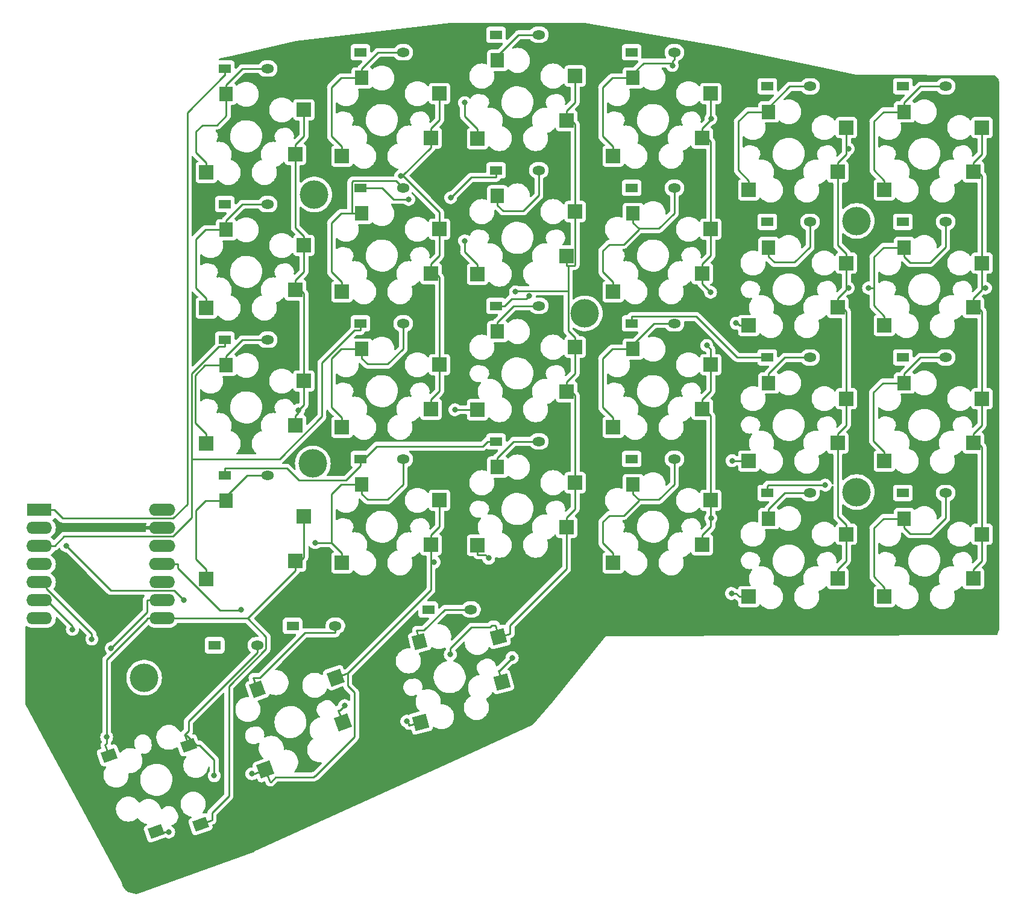
<source format=gbr>
%TF.GenerationSoftware,KiCad,Pcbnew,7.0.10*%
%TF.CreationDate,2024-03-21T20:23:52+01:00*%
%TF.ProjectId,duosync_right,64756f73-796e-4635-9f72-696768742e6b,rev?*%
%TF.SameCoordinates,Original*%
%TF.FileFunction,Copper,L2,Bot*%
%TF.FilePolarity,Positive*%
%FSLAX46Y46*%
G04 Gerber Fmt 4.6, Leading zero omitted, Abs format (unit mm)*
G04 Created by KiCad (PCBNEW 7.0.10) date 2024-03-21 20:23:52*
%MOMM*%
%LPD*%
G01*
G04 APERTURE LIST*
G04 Aperture macros list*
%AMRotRect*
0 Rectangle, with rotation*
0 The origin of the aperture is its center*
0 $1 length*
0 $2 width*
0 $3 Rotation angle, in degrees counterclockwise*
0 Add horizontal line*
21,1,$1,$2,0,0,$3*%
G04 Aperture macros list end*
%TA.AperFunction,SMDPad,CuDef*%
%ADD10R,2.000000X2.000000*%
%TD*%
%TA.AperFunction,SMDPad,CuDef*%
%ADD11R,1.900000X2.000000*%
%TD*%
%TA.AperFunction,ComponentPad*%
%ADD12R,1.778000X1.300000*%
%TD*%
%TA.AperFunction,ComponentPad*%
%ADD13O,1.778000X1.300000*%
%TD*%
%TA.AperFunction,ComponentPad*%
%ADD14R,3.500000X1.700000*%
%TD*%
%TA.AperFunction,ComponentPad*%
%ADD15O,3.600000X1.700000*%
%TD*%
%TA.AperFunction,ComponentPad*%
%ADD16O,3.700000X1.700000*%
%TD*%
%TA.AperFunction,ComponentPad*%
%ADD17C,0.500000*%
%TD*%
%TA.AperFunction,ComponentPad*%
%ADD18C,4.000000*%
%TD*%
%TA.AperFunction,SMDPad,CuDef*%
%ADD19RotRect,1.500000X2.000000X110.000000*%
%TD*%
%TA.AperFunction,SMDPad,CuDef*%
%ADD20RotRect,2.000000X2.000000X200.000000*%
%TD*%
%TA.AperFunction,SMDPad,CuDef*%
%ADD21RotRect,1.800000X2.000000X200.000000*%
%TD*%
%TA.AperFunction,SMDPad,CuDef*%
%ADD22RotRect,2.000000X2.000000X195.000000*%
%TD*%
%TA.AperFunction,SMDPad,CuDef*%
%ADD23RotRect,1.800000X2.000000X195.000000*%
%TD*%
%TA.AperFunction,ViaPad*%
%ADD24C,0.800000*%
%TD*%
%TA.AperFunction,Conductor*%
%ADD25C,0.250000*%
%TD*%
G04 APERTURE END LIST*
D10*
%TO.P,K42,1*%
%TO.N,Column 4*%
X159718900Y-53190100D03*
X158518900Y-59430100D03*
D11*
%TO.P,K42,2*%
%TO.N,Net-(D42-A)*%
X148818900Y-50990100D03*
D10*
X146018900Y-61970100D03*
%TD*%
D12*
%TO.P,D13,1,K*%
%TO.N,Row 3*%
X205768900Y-73679100D03*
D13*
%TO.P,D13,2,A*%
%TO.N,Net-(D13-A)*%
X211768900Y-73679100D03*
%TD*%
D10*
%TO.P,K54,1*%
%TO.N,Column 5*%
X140669100Y-93766100D03*
X139469100Y-100006100D03*
D11*
%TO.P,K54,2*%
%TO.N,Net-(D54-A)*%
X129769100Y-91566100D03*
D10*
X126969100Y-102546100D03*
%TD*%
D12*
%TO.P,D31,1,K*%
%TO.N,Row 1*%
X167668900Y-30816100D03*
D13*
%TO.P,D31,2,A*%
%TO.N,Net-(D31-A)*%
X173668900Y-30816100D03*
%TD*%
D10*
%TO.P,K41,1*%
%TO.N,Column 4*%
X159718900Y-34140100D03*
X158518900Y-40380100D03*
D11*
%TO.P,K41,2*%
%TO.N,Net-(D41-A)*%
X148818900Y-31940100D03*
D10*
X146018900Y-42920100D03*
%TD*%
D12*
%TO.P,D55,1,K*%
%TO.N,Row 5*%
X120043900Y-111398100D03*
D13*
%TO.P,D55,2,A*%
%TO.N,Net-(D55-A)*%
X126043900Y-111398100D03*
%TD*%
D14*
%TO.P,U1,1,PA02_A0_D0*%
%TO.N,Row 1*%
X84476100Y-95100000D03*
D15*
%TO.P,U1,2,PA4_A1_D1*%
%TO.N,Row 2*%
X84476100Y-97640000D03*
%TO.P,U1,3,PA10_A2_D2*%
%TO.N,Row 3*%
X84476100Y-100180000D03*
%TO.P,U1,4,PA11_A3_D3*%
%TO.N,Row 4*%
X84476100Y-102720000D03*
%TO.P,U1,5,PA8_A4_D4_SDA*%
%TO.N,Row 5*%
X84476100Y-105260000D03*
%TO.P,U1,6,PA9_A5_D5_SCL*%
%TO.N,Column 1*%
X84476100Y-107800000D03*
%TO.P,U1,7,PB08_A6_TX*%
%TO.N,Column 2*%
X84476100Y-110340000D03*
%TO.P,U1,8,PB09_D7_RX*%
%TO.N,Column 6*%
X101726100Y-110340000D03*
%TO.P,U1,9,PA7_A8_D8_SCK*%
%TO.N,Column 5*%
X101726100Y-107800000D03*
%TO.P,U1,10,PA5_A9_D9_MISO*%
%TO.N,Column 4*%
X101726100Y-105260000D03*
D16*
%TO.P,U1,11,PA6_A10_D10_MOSI*%
%TO.N,Column 3*%
X101726100Y-102720000D03*
%TO.P,U1,12,3V3*%
%TO.N,unconnected-(U1-3V3-Pad12)*%
X101726100Y-100180000D03*
%TO.P,U1,13,GND*%
%TO.N,ground*%
X101726100Y-97640000D03*
%TO.P,U1,14,5V*%
%TO.N,unconnected-(U1-5V-Pad14)*%
X101726100Y-95100000D03*
%TD*%
D10*
%TO.P,K34,1*%
%TO.N,Column 3*%
X178768900Y-93766100D03*
X177568900Y-100006100D03*
D11*
%TO.P,K34,2*%
%TO.N,Net-(D34-A)*%
X167868900Y-91566100D03*
D10*
X165068900Y-102546100D03*
%TD*%
%TO.P,K14,1*%
%TO.N,Column 1*%
X216868900Y-98529100D03*
X215668900Y-104769100D03*
D11*
%TO.P,K14,2*%
%TO.N,Net-(D14-A)*%
X205968900Y-96329100D03*
D10*
X203168900Y-107309100D03*
%TD*%
D12*
%TO.P,D33,1,K*%
%TO.N,Row 3*%
X167668900Y-68916100D03*
D13*
%TO.P,D33,2,A*%
%TO.N,Net-(D33-A)*%
X173668900Y-68916100D03*
%TD*%
D10*
%TO.P,K51,1*%
%TO.N,Column 5*%
X140669100Y-36616100D03*
X139469100Y-42856100D03*
D11*
%TO.P,K51,2*%
%TO.N,Net-(D51-A)*%
X129769100Y-34416100D03*
D10*
X126969100Y-45396100D03*
%TD*%
D12*
%TO.P,D34,1,K*%
%TO.N,Row 4*%
X167668900Y-87966100D03*
D13*
%TO.P,D34,2,A*%
%TO.N,Net-(D34-A)*%
X173668900Y-87966100D03*
%TD*%
D12*
%TO.P,D65,1,K*%
%TO.N,Row 5*%
X109082200Y-114136100D03*
D13*
%TO.P,D65,2,A*%
%TO.N,Net-(D65-A)*%
X115082200Y-114136100D03*
%TD*%
D10*
%TO.P,K24,1*%
%TO.N,Column 2*%
X197818900Y-98529100D03*
X196618900Y-104769100D03*
D11*
%TO.P,K24,2*%
%TO.N,Net-(D24-A)*%
X186918900Y-96329100D03*
D10*
X184118900Y-107309100D03*
%TD*%
D12*
%TO.P,D52,1,K*%
%TO.N,Row 2*%
X129569100Y-49866100D03*
D13*
%TO.P,D52,2,A*%
%TO.N,Net-(D52-A)*%
X135569100Y-49866100D03*
%TD*%
D10*
%TO.P,K44,1*%
%TO.N,Column 4*%
X159718900Y-91290100D03*
X158518900Y-97530100D03*
D11*
%TO.P,K44,2*%
%TO.N,Net-(D44-A)*%
X148818900Y-89090100D03*
D10*
X146018900Y-100070100D03*
%TD*%
D12*
%TO.P,D51,1,K*%
%TO.N,Row 1*%
X129569100Y-30816100D03*
D13*
%TO.P,D51,2,A*%
%TO.N,Net-(D51-A)*%
X135569100Y-30816100D03*
%TD*%
D10*
%TO.P,K52,1*%
%TO.N,Column 5*%
X140669100Y-55666100D03*
X139469100Y-61906100D03*
D11*
%TO.P,K52,2*%
%TO.N,Net-(D52-A)*%
X129769100Y-53466100D03*
D10*
X126969100Y-64446100D03*
%TD*%
%TO.P,K21,1*%
%TO.N,Column 2*%
X197818900Y-41379100D03*
X196618900Y-47619100D03*
D11*
%TO.P,K21,2*%
%TO.N,Net-(D21-A)*%
X186918900Y-39179100D03*
D10*
X184118900Y-50159100D03*
%TD*%
%TO.P,K61,1*%
%TO.N,Column 6*%
X121618900Y-38902100D03*
X120418900Y-45142100D03*
D11*
%TO.P,K61,2*%
%TO.N,Net-(D61-A)*%
X110718900Y-36702100D03*
D10*
X107918900Y-47682100D03*
%TD*%
%TO.P,K11,1*%
%TO.N,Column 1*%
X216868900Y-41379100D03*
X215668900Y-47619100D03*
D11*
%TO.P,K11,2*%
%TO.N,Net-(D11-A)*%
X205968900Y-39179100D03*
D10*
X203168900Y-50159100D03*
%TD*%
%TO.P,K13,1*%
%TO.N,Column 1*%
X216868900Y-79479100D03*
X215668900Y-85719100D03*
D11*
%TO.P,K13,2*%
%TO.N,Net-(D13-A)*%
X205968900Y-77279100D03*
D10*
X203168900Y-88259100D03*
%TD*%
%TO.P,K33,1*%
%TO.N,Column 3*%
X178768900Y-74716100D03*
X177568900Y-80956100D03*
D11*
%TO.P,K33,2*%
%TO.N,Net-(D33-A)*%
X167868900Y-72516100D03*
D10*
X165068900Y-83496100D03*
%TD*%
%TO.P,K32,1*%
%TO.N,Column 3*%
X178768900Y-55666100D03*
X177568900Y-61906100D03*
D11*
%TO.P,K32,2*%
%TO.N,Net-(D32-A)*%
X167868900Y-53466100D03*
D10*
X165068900Y-64446100D03*
%TD*%
%TO.P,K43,1*%
%TO.N,Column 4*%
X159718900Y-72240100D03*
X158518900Y-78480100D03*
D11*
%TO.P,K43,2*%
%TO.N,Net-(D43-A)*%
X148818900Y-70040100D03*
D10*
X146018900Y-81020100D03*
%TD*%
%TO.P,K23,1*%
%TO.N,Column 2*%
X197818900Y-79479100D03*
X196618900Y-85719100D03*
D11*
%TO.P,K23,2*%
%TO.N,Net-(D23-A)*%
X186918900Y-77279100D03*
D10*
X184118900Y-88259100D03*
%TD*%
D12*
%TO.P,D42,1,K*%
%TO.N,Row 2*%
X148618900Y-47390100D03*
D13*
%TO.P,D42,2,A*%
%TO.N,Net-(D42-A)*%
X154618900Y-47390100D03*
%TD*%
D12*
%TO.P,D54,1,K*%
%TO.N,Row 4*%
X129569100Y-87966100D03*
D13*
%TO.P,D54,2,A*%
%TO.N,Net-(D54-A)*%
X135569100Y-87966100D03*
%TD*%
D12*
%TO.P,D61,1,K*%
%TO.N,Row 1*%
X110518900Y-33102100D03*
D13*
%TO.P,D61,2,A*%
%TO.N,Net-(D61-A)*%
X116518900Y-33102100D03*
%TD*%
D10*
%TO.P,K22,1*%
%TO.N,Column 2*%
X197818900Y-60429100D03*
X196618900Y-66669100D03*
D11*
%TO.P,K22,2*%
%TO.N,Net-(D22-A)*%
X186918900Y-58229100D03*
D10*
X184118900Y-69209100D03*
%TD*%
D12*
%TO.P,D32,1,K*%
%TO.N,Row 2*%
X167668900Y-49866100D03*
D13*
%TO.P,D32,2,A*%
%TO.N,Net-(D32-A)*%
X173668900Y-49866100D03*
%TD*%
D12*
%TO.P,D14,1,K*%
%TO.N,Row 4*%
X205768900Y-92729100D03*
D13*
%TO.P,D14,2,A*%
%TO.N,Net-(D14-A)*%
X211768900Y-92729100D03*
%TD*%
D12*
%TO.P,D22,1,K*%
%TO.N,Row 2*%
X186718900Y-54629100D03*
D13*
%TO.P,D22,2,A*%
%TO.N,Net-(D22-A)*%
X192718900Y-54629100D03*
%TD*%
D12*
%TO.P,D44,1,K*%
%TO.N,Row 4*%
X148618900Y-85490100D03*
D13*
%TO.P,D44,2,A*%
%TO.N,Net-(D44-A)*%
X154618900Y-85490100D03*
%TD*%
D10*
%TO.P,K53,1*%
%TO.N,Column 5*%
X140669100Y-74716100D03*
X139469100Y-80956100D03*
D11*
%TO.P,K53,2*%
%TO.N,Net-(D53-A)*%
X129769100Y-72516100D03*
D10*
X126969100Y-83496100D03*
%TD*%
D12*
%TO.P,D23,1,K*%
%TO.N,Row 3*%
X186718900Y-73679100D03*
D13*
%TO.P,D23,2,A*%
%TO.N,Net-(D23-A)*%
X192718900Y-73679100D03*
%TD*%
D12*
%TO.P,D63,1,K*%
%TO.N,Row 3*%
X110518900Y-71202100D03*
D13*
%TO.P,D63,2,A*%
%TO.N,Net-(D63-A)*%
X116518900Y-71202100D03*
%TD*%
D10*
%TO.P,K31,1*%
%TO.N,Column 3*%
X178768900Y-36616100D03*
X177568900Y-42856100D03*
D11*
%TO.P,K31,2*%
%TO.N,Net-(D31-A)*%
X167868900Y-34416100D03*
D10*
X165068900Y-45396100D03*
%TD*%
D12*
%TO.P,D41,1,K*%
%TO.N,Row 1*%
X148618900Y-28340100D03*
D13*
%TO.P,D41,2,A*%
%TO.N,Net-(D41-A)*%
X154618900Y-28340100D03*
%TD*%
D10*
%TO.P,K12,1*%
%TO.N,Column 1*%
X216868900Y-60429100D03*
X215668900Y-66669100D03*
D11*
%TO.P,K12,2*%
%TO.N,Net-(D12-A)*%
X205968900Y-58229100D03*
D10*
X203168900Y-69209100D03*
%TD*%
D12*
%TO.P,D53,1,K*%
%TO.N,Row 3*%
X129569100Y-68916100D03*
D13*
%TO.P,D53,2,A*%
%TO.N,Net-(D53-A)*%
X135569100Y-68916100D03*
%TD*%
D12*
%TO.P,D24,1,K*%
%TO.N,Row 4*%
X186718900Y-92729100D03*
D13*
%TO.P,D24,2,A*%
%TO.N,Net-(D24-A)*%
X192718900Y-92729100D03*
%TD*%
D10*
%TO.P,K64,1*%
%TO.N,Column 6*%
X121618900Y-96052100D03*
X120418900Y-102292100D03*
D11*
%TO.P,K64,2*%
%TO.N,Net-(D64-A)*%
X110718900Y-93852100D03*
D10*
X107918900Y-104832100D03*
%TD*%
D12*
%TO.P,D21,1,K*%
%TO.N,Row 1*%
X186718900Y-35579100D03*
D13*
%TO.P,D21,2,A*%
%TO.N,Net-(D21-A)*%
X192718900Y-35579100D03*
%TD*%
D10*
%TO.P,K63,1*%
%TO.N,Column 6*%
X121618900Y-77002100D03*
X120418900Y-83242100D03*
D11*
%TO.P,K63,2*%
%TO.N,Net-(D63-A)*%
X110718900Y-74802100D03*
D10*
X107918900Y-85782100D03*
%TD*%
D12*
%TO.P,D43,1,K*%
%TO.N,Row 3*%
X148618900Y-66440100D03*
D13*
%TO.P,D43,2,A*%
%TO.N,Net-(D43-A)*%
X154618900Y-66440100D03*
%TD*%
D12*
%TO.P,D11,1,K*%
%TO.N,Row 1*%
X205768900Y-35579100D03*
D13*
%TO.P,D11,2,A*%
%TO.N,Net-(D11-A)*%
X211768900Y-35579100D03*
%TD*%
D12*
%TO.P,D64,1,K*%
%TO.N,Row 4*%
X110518900Y-90252100D03*
D13*
%TO.P,D64,2,A*%
%TO.N,Net-(D64-A)*%
X116518900Y-90252100D03*
%TD*%
D12*
%TO.P,D62,1,K*%
%TO.N,Row 2*%
X110518900Y-52152100D03*
D13*
%TO.P,D62,2,A*%
%TO.N,Net-(D62-A)*%
X116518900Y-52152100D03*
%TD*%
D10*
%TO.P,K62,1*%
%TO.N,Column 6*%
X121618900Y-57952100D03*
X120418900Y-64192100D03*
D11*
%TO.P,K62,2*%
%TO.N,Net-(D62-A)*%
X110718900Y-55752100D03*
D10*
X107918900Y-66732100D03*
%TD*%
D12*
%TO.P,D12,1,K*%
%TO.N,Row 2*%
X205768900Y-54629100D03*
D13*
%TO.P,D12,2,A*%
%TO.N,Net-(D12-A)*%
X211768900Y-54629100D03*
%TD*%
D12*
%TO.P,D45,1,K*%
%TO.N,Row 5*%
X139093900Y-109112100D03*
D13*
%TO.P,D45,2,A*%
%TO.N,Net-(D45-A)*%
X145093900Y-109112100D03*
%TD*%
D17*
%TO.P,s5,1*%
%TO.N,N/C*%
X200776100Y-92600000D03*
X200336100Y-93660000D03*
X200336100Y-91540000D03*
X199276100Y-94100000D03*
D18*
X199276100Y-92600000D03*
D17*
X199276100Y-91100000D03*
X198216100Y-93660000D03*
X198216100Y-91540000D03*
X197776100Y-92600000D03*
%TD*%
%TO.P,s1,1*%
%TO.N,N/C*%
X124576100Y-50800000D03*
X124136100Y-51860000D03*
X124136100Y-49740000D03*
X123076100Y-52300000D03*
D18*
X123076100Y-50800000D03*
D17*
X123076100Y-49300000D03*
X122016100Y-51860000D03*
X122016100Y-49740000D03*
X121576100Y-50800000D03*
%TD*%
D19*
%TO.P,K65,1*%
%TO.N,Column 6*%
X94227451Y-129605253D03*
X107095224Y-139288166D03*
%TO.P,K65,2*%
%TO.N,Net-(D65-A)*%
X100821117Y-140294741D03*
X105400326Y-128199103D03*
%TD*%
D17*
%TO.P,s4,1*%
%TO.N,N/C*%
X200776100Y-54500000D03*
X200336100Y-55560000D03*
X200336100Y-53440000D03*
X199276100Y-56000000D03*
D18*
X199276100Y-54500000D03*
D17*
X199276100Y-53000000D03*
X198216100Y-55560000D03*
X198216100Y-53440000D03*
X197776100Y-54500000D03*
%TD*%
%TO.P,s6,1*%
%TO.N,N/C*%
X100676100Y-118700000D03*
X100236100Y-119760000D03*
X100236100Y-117640000D03*
X99176100Y-120200000D03*
D18*
X99176100Y-118700000D03*
D17*
X99176100Y-117200000D03*
X98116100Y-119760000D03*
X98116100Y-117640000D03*
X97676100Y-118700000D03*
%TD*%
D20*
%TO.P,K55,1*%
%TO.N,Column 5*%
X116203884Y-131615851D03*
X126074736Y-118679674D03*
D21*
%TO.P,K55,2*%
%TO.N,Net-(D55-A)*%
X115079642Y-120340370D03*
D20*
X127081310Y-124953780D03*
%TD*%
D17*
%TO.P,s3,1*%
%TO.N,N/C*%
X162576100Y-67500000D03*
X162136100Y-68560000D03*
X162136100Y-66440000D03*
X161076100Y-69000000D03*
D18*
X161076100Y-67500000D03*
D17*
X161076100Y-66000000D03*
X160016100Y-68560000D03*
X160016100Y-66440000D03*
X159576100Y-67500000D03*
%TD*%
%TO.P,s2,1*%
%TO.N,N/C*%
X124376100Y-88600000D03*
X123936100Y-89660000D03*
X123936100Y-87540000D03*
X122876100Y-90100000D03*
D18*
X122876100Y-88600000D03*
D17*
X122876100Y-87100000D03*
X121816100Y-89660000D03*
X121816100Y-87540000D03*
X121376100Y-88600000D03*
%TD*%
D22*
%TO.P,K45,1*%
%TO.N,Column 4*%
X137999516Y-124968390D03*
X148960269Y-112941740D03*
D23*
%TO.P,K45,2*%
%TO.N,Net-(D45-A)*%
X137862275Y-113637831D03*
D22*
X149416189Y-119279700D03*
%TD*%
D24*
%TO.N,Column 1*%
X89100000Y-111900000D03*
X217370500Y-63918300D03*
%TO.N,Column 2*%
X198115100Y-44354900D03*
X198115100Y-63918300D03*
%TO.N,Column 6*%
X120872100Y-81084300D03*
X93920200Y-127036600D03*
%TO.N,Column 5*%
X139929500Y-102449400D03*
X114309400Y-132194300D03*
X94535400Y-114552500D03*
X135225300Y-48181100D03*
%TO.N,Column 4*%
X151341400Y-64477500D03*
X136077100Y-124795400D03*
X142183100Y-115439800D03*
%TO.N,Column 3*%
X178754300Y-64516400D03*
X178220400Y-71997400D03*
X178804300Y-40134200D03*
X112806773Y-109138325D03*
X178804300Y-96283200D03*
%TO.N,Row 2*%
X88236600Y-100180100D03*
X104755000Y-107818400D03*
X136338300Y-51491100D03*
X142245300Y-51240000D03*
%TO.N,Row 3*%
X153280900Y-65047000D03*
%TO.N,Row 4*%
X194859600Y-91626800D03*
%TO.N,Row 5*%
X91827472Y-113275000D03*
%TO.N,Net-(D12-A)*%
X200940100Y-63918300D03*
%TO.N,Net-(D22-A)*%
X182345000Y-68877500D03*
%TO.N,Net-(D23-A)*%
X181785100Y-88194700D03*
%TO.N,Net-(D24-A)*%
X181679300Y-106858500D03*
%TO.N,Net-(D31-A)*%
X173393900Y-32667000D03*
%TO.N,Net-(D41-A)*%
X144193300Y-37877700D03*
%TO.N,Net-(D42-A)*%
X144200800Y-57300700D03*
%TO.N,Net-(D43-A)*%
X142831600Y-81036600D03*
%TO.N,Net-(D44-A)*%
X147574400Y-101897500D03*
%TO.N,Net-(D45-A)*%
X150882500Y-115881400D03*
%TO.N,Net-(D54-A)*%
X123206500Y-99715400D03*
%TO.N,Net-(D55-A)*%
X127349700Y-122613800D03*
%TO.N,Net-(D65-A)*%
X109028200Y-132464300D03*
X102638900Y-140378000D03*
%TO.N,ground*%
X92600000Y-108700000D03*
%TD*%
D25*
%TO.N,Column 1*%
X215668900Y-47619100D02*
X215668900Y-46955600D01*
X89100000Y-111900000D02*
X89100000Y-111423900D01*
X215668900Y-104769100D02*
X215668900Y-103442200D01*
X215668900Y-46292200D02*
X216868900Y-45092200D01*
X215668900Y-85719100D02*
X215668900Y-85055600D01*
X215668900Y-66669100D02*
X215668900Y-66005600D01*
X215668900Y-66005600D02*
X215668900Y-65342200D01*
X215668900Y-85055600D02*
X216868900Y-86255600D01*
X216868900Y-64142200D02*
X216868900Y-63918300D01*
X216868900Y-63918300D02*
X216868900Y-60429100D01*
X215668900Y-66005600D02*
X216868900Y-67205600D01*
X215668900Y-65342200D02*
X216868900Y-64142200D01*
X215668900Y-103442200D02*
X216868900Y-102242200D01*
X216868900Y-63918300D02*
X217370500Y-63918300D01*
X215668900Y-46955600D02*
X215668900Y-46292200D01*
X216868900Y-83192200D02*
X216868900Y-79479100D01*
X216868900Y-67205600D02*
X216868900Y-79479100D01*
X216868900Y-48155600D02*
X216868900Y-60429100D01*
X216868900Y-102242200D02*
X216868900Y-98529100D01*
X216868900Y-45092200D02*
X216868900Y-41379100D01*
X216868900Y-86255600D02*
X216868900Y-98529100D01*
X215668900Y-85055600D02*
X215668900Y-84392200D01*
X89100000Y-111423900D02*
X85476100Y-107800000D01*
X215668900Y-84392200D02*
X216868900Y-83192200D01*
X215668900Y-46955600D02*
X216868900Y-48155600D01*
%TO.N,Column 2*%
X196618900Y-96002200D02*
X197818900Y-97202200D01*
X197818900Y-60429100D02*
X197818900Y-59102200D01*
X196618900Y-46292200D02*
X197818900Y-45092200D01*
X197818900Y-98529100D02*
X197818900Y-97202200D01*
X197818900Y-63918300D02*
X197818900Y-60429100D01*
X197818900Y-44354900D02*
X197818900Y-41379100D01*
X196618900Y-85719100D02*
X196618900Y-96002200D01*
X196618900Y-85482300D02*
X196618900Y-84392200D01*
X196618900Y-66005600D02*
X197818900Y-67205600D01*
X196618900Y-47619100D02*
X196618900Y-57902200D01*
X196618900Y-66005600D02*
X196618900Y-65342200D01*
X197818900Y-83192200D02*
X197818900Y-79479100D01*
X196618900Y-57902200D02*
X197818900Y-59102200D01*
X196618900Y-104769100D02*
X196618900Y-103442200D01*
X196618900Y-47619100D02*
X196618900Y-46292200D01*
X196618900Y-66669100D02*
X196618900Y-66005600D01*
X196618900Y-85482300D02*
X196618900Y-85719100D01*
X197818900Y-67205600D02*
X197818900Y-79479100D01*
X198115100Y-63918300D02*
X197818900Y-63918300D01*
X196618900Y-65342200D02*
X197818900Y-64142200D01*
X197818900Y-102242200D02*
X197818900Y-98529100D01*
X196618900Y-103442200D02*
X197818900Y-102242200D01*
X197818900Y-64142200D02*
X197818900Y-63918300D01*
X197818900Y-44354900D02*
X198115100Y-44354900D01*
X196618900Y-84392200D02*
X197818900Y-83192200D01*
X197818900Y-45092200D02*
X197818900Y-44354900D01*
%TO.N,Column 6*%
X120418900Y-102955500D02*
X120418900Y-103619000D01*
X100726100Y-110340000D02*
X103853000Y-110340000D01*
X100726100Y-110340000D02*
X99599200Y-110340000D01*
X93920200Y-116195700D02*
X99599200Y-110516700D01*
X103853000Y-110340000D02*
X113697900Y-110340000D01*
X94227500Y-129605300D02*
X93694000Y-128139400D01*
X111086600Y-119870900D02*
X116301300Y-114656200D01*
X120872100Y-81084300D02*
X121618900Y-80337500D01*
X121618900Y-61665200D02*
X121618900Y-57952100D01*
X120418900Y-63528600D02*
X120418900Y-62865200D01*
X121618900Y-101755500D02*
X121618900Y-96052100D01*
X120418900Y-64192100D02*
X120418900Y-63528600D01*
X107095200Y-139288200D02*
X108710500Y-138700300D01*
X120418900Y-45142100D02*
X120418900Y-55425200D01*
X120418900Y-62865200D02*
X121618900Y-61665200D01*
X120418900Y-63528600D02*
X121618900Y-64728600D01*
X99599200Y-110516700D02*
X99599200Y-110340000D01*
X108710500Y-138700300D02*
X108710500Y-137672900D01*
X121618900Y-64728600D02*
X121618900Y-77002100D01*
X93920200Y-127036600D02*
X93920200Y-116195700D01*
X116301300Y-112943400D02*
X113697900Y-110340000D01*
X111086600Y-135296800D02*
X111086600Y-119870900D01*
X120872100Y-81084300D02*
X120872100Y-81462000D01*
X93694000Y-128139400D02*
X93920200Y-127913200D01*
X120418900Y-102292100D02*
X120418900Y-102955500D01*
X93920200Y-127913200D02*
X93920200Y-127036600D01*
X120418900Y-45142100D02*
X120418900Y-43815200D01*
X121618900Y-42615200D02*
X121618900Y-38902100D01*
X120418900Y-55425200D02*
X121618900Y-56625200D01*
X120872100Y-81462000D02*
X120418900Y-81915200D01*
X120418900Y-83242100D02*
X120418900Y-81915200D01*
X113697900Y-110340000D02*
X120418900Y-103619000D01*
X121618900Y-57952100D02*
X121618900Y-56625200D01*
X108710500Y-137672900D02*
X111086600Y-135296800D01*
X121618900Y-80337500D02*
X121618900Y-77002100D01*
X120418900Y-102955500D02*
X121618900Y-101755500D01*
X120418900Y-43815200D02*
X121618900Y-42615200D01*
X116301300Y-114656200D02*
X116301300Y-112943400D01*
%TO.N,Column 5*%
X117665200Y-132648300D02*
X122971600Y-132648300D01*
X100726100Y-107800000D02*
X99599200Y-107800000D01*
X123103700Y-132516200D02*
X123244800Y-132516200D01*
X139469100Y-100006100D02*
X139469100Y-98679200D01*
X99599200Y-107800000D02*
X99599200Y-109488700D01*
X140669100Y-53285200D02*
X140669100Y-55666100D01*
X140669100Y-78429200D02*
X140669100Y-74716100D01*
X127775500Y-119828200D02*
X127775500Y-118060700D01*
X135518000Y-48134100D02*
X135471000Y-48181100D01*
X139469100Y-61242600D02*
X140669100Y-62442600D01*
X127775500Y-118060700D02*
X139469100Y-106367100D01*
X114462600Y-132194300D02*
X114503100Y-132234800D01*
X140669100Y-59379200D02*
X140669100Y-55666100D01*
X139469100Y-106367100D02*
X139469100Y-102449400D01*
X139469100Y-98679200D02*
X140669100Y-97479200D01*
X139469100Y-102449400D02*
X139929500Y-102449400D01*
X114309400Y-132194300D02*
X114462600Y-132194300D01*
X139469100Y-42524300D02*
X139469100Y-42856100D01*
X139469100Y-61242600D02*
X139469100Y-60579200D01*
X116822900Y-133316700D02*
X116996800Y-133316700D01*
X139469100Y-41529200D02*
X140669100Y-40329200D01*
X139469100Y-44183000D02*
X135518000Y-48134100D01*
X116996800Y-133316700D02*
X117665200Y-132648300D01*
X139469100Y-61906100D02*
X139469100Y-61242600D01*
X140669100Y-40329200D02*
X140669100Y-36616100D01*
X122971600Y-132648300D02*
X123103700Y-132516200D01*
X139469100Y-60579200D02*
X140669100Y-59379200D01*
X139469100Y-79629200D02*
X140669100Y-78429200D01*
X128727400Y-127033600D02*
X128727400Y-120780100D01*
X139469100Y-102449400D02*
X139469100Y-100006100D01*
X140669100Y-62442600D02*
X140669100Y-74716100D01*
X116203900Y-131615900D02*
X114503100Y-132234900D01*
X139469100Y-80956100D02*
X139469100Y-79629200D01*
X135471000Y-48181100D02*
X135225300Y-48181100D01*
X116203900Y-131615900D02*
X116822900Y-133316700D01*
X135518000Y-48134100D02*
X140669100Y-53285200D01*
X139469100Y-42856100D02*
X139469100Y-44183000D01*
X99599200Y-109488700D02*
X94535400Y-114552500D01*
X114503100Y-132234800D02*
X114503100Y-132234900D01*
X126074700Y-118679700D02*
X127775500Y-118060700D01*
X140669100Y-97479200D02*
X140669100Y-93766100D01*
X139469100Y-42524300D02*
X139469100Y-41529200D01*
X128727400Y-120780100D02*
X127775500Y-119828200D01*
X123244800Y-132516200D02*
X128727400Y-127033600D01*
%TO.N,Column 4*%
X158518900Y-60757000D02*
X158732100Y-60757000D01*
X158518900Y-39716600D02*
X158518900Y-39053200D01*
X158743900Y-64320100D02*
X158743900Y-60768800D01*
X158743900Y-60768800D02*
X159645800Y-60768800D01*
X159645800Y-60768800D02*
X159718900Y-60695700D01*
X159718900Y-72240100D02*
X159718900Y-70913200D01*
X158518900Y-77153200D02*
X159718900Y-75953200D01*
X158518900Y-40380100D02*
X158518900Y-39716600D01*
X158518900Y-96203200D02*
X159718900Y-95003200D01*
X159718900Y-70913200D02*
X158743900Y-69938200D01*
X147727600Y-111611000D02*
X148022000Y-111316600D01*
X159718900Y-60695700D02*
X159718900Y-53190100D01*
X158732100Y-60757000D02*
X158743900Y-60768800D01*
X158518900Y-77816600D02*
X159718900Y-79016600D01*
X158518900Y-78480100D02*
X158518900Y-77816600D01*
X137999500Y-124968400D02*
X136374400Y-125403800D01*
X150585400Y-112506300D02*
X150585400Y-111316600D01*
X159718900Y-75953200D02*
X159718900Y-72240100D01*
X158743900Y-64320100D02*
X151498800Y-64320100D01*
X136374400Y-125092700D02*
X136077100Y-124795400D01*
X158518900Y-39716600D02*
X159718900Y-40916600D01*
X145161900Y-111611000D02*
X147727600Y-111611000D01*
X151498800Y-64320100D02*
X151341400Y-64477500D01*
X158518900Y-59430100D02*
X158518900Y-60757000D01*
X136374400Y-125403800D02*
X136374400Y-125092700D01*
X148960300Y-112941700D02*
X150585400Y-112506300D01*
X159718900Y-37853200D02*
X159718900Y-34140100D01*
X158743900Y-69938200D02*
X158743900Y-64320100D01*
X150585400Y-111316600D02*
X158518900Y-103383100D01*
X158518900Y-77816600D02*
X158518900Y-77153200D01*
X158518900Y-39053200D02*
X159718900Y-37853200D01*
X159718900Y-79016600D02*
X159718900Y-91290100D01*
X158518900Y-97530100D02*
X158518900Y-96203200D01*
X142183100Y-115439800D02*
X142183100Y-114589800D01*
X142183100Y-114589800D02*
X145161900Y-111611000D01*
X159718900Y-95003200D02*
X159718900Y-91290100D01*
X159718900Y-40916600D02*
X159718900Y-53190100D01*
X148022000Y-111316600D02*
X148524900Y-111316600D01*
X148960300Y-112941700D02*
X148524900Y-111316600D01*
X158518900Y-103383100D02*
X158518900Y-97530100D01*
%TO.N,Column 3*%
X178768900Y-40134200D02*
X178768900Y-36616100D01*
X178804300Y-96283200D02*
X178768900Y-96283200D01*
X112748496Y-109196602D02*
X112806773Y-109138325D01*
X177568900Y-42192600D02*
X177568900Y-41529200D01*
X103903000Y-103292700D02*
X109806902Y-109196602D01*
X177568900Y-80956100D02*
X177568900Y-80719300D01*
X178768900Y-40134200D02*
X178804300Y-40134200D01*
X177568900Y-41529200D02*
X178768900Y-40329200D01*
X178768900Y-96283200D02*
X178768900Y-93766100D01*
X177568900Y-42192600D02*
X178768900Y-43392600D01*
X177568900Y-100006100D02*
X177568900Y-98679200D01*
X100726100Y-102720000D02*
X103903000Y-102720000D01*
X177568900Y-98679200D02*
X178768900Y-97479200D01*
X178768900Y-97479200D02*
X178768900Y-96283200D01*
X109806902Y-109196602D02*
X112748496Y-109196602D01*
X178220400Y-71997400D02*
X178768900Y-72545900D01*
X177568900Y-60579200D02*
X178768900Y-59379200D01*
X177568900Y-80719300D02*
X177568900Y-79629200D01*
X178768900Y-81919300D02*
X178768900Y-92439200D01*
X178768900Y-93766100D02*
X178768900Y-92439200D01*
X177568900Y-61787700D02*
X177568900Y-60579200D01*
X103903000Y-102720000D02*
X103903000Y-103292700D01*
X177568900Y-42856100D02*
X177568900Y-42192600D01*
X177568900Y-61906100D02*
X177568900Y-63331000D01*
X178768900Y-78429200D02*
X178768900Y-74716100D01*
X178768900Y-40329200D02*
X178768900Y-40134200D01*
X177568900Y-63331000D02*
X178754300Y-64516400D01*
X178768900Y-43392600D02*
X178768900Y-55666100D01*
X177568900Y-80719300D02*
X178768900Y-81919300D01*
X177568900Y-61787700D02*
X177568900Y-61906100D01*
X178768900Y-59379200D02*
X178768900Y-55666100D01*
X178768900Y-72545900D02*
X178768900Y-74716100D01*
X177568900Y-79629200D02*
X178768900Y-78429200D01*
%TO.N,Row 1*%
X86553000Y-95100000D02*
X87743600Y-96290600D01*
X110396800Y-34079000D02*
X110518900Y-34079000D01*
X105221200Y-39254600D02*
X110396800Y-34079000D01*
X105221200Y-94304600D02*
X105221200Y-39254600D01*
X103235200Y-96290600D02*
X105221200Y-94304600D01*
X85476100Y-95100000D02*
X86553000Y-95100000D01*
X87743600Y-96290600D02*
X103235200Y-96290600D01*
X110518900Y-33102100D02*
X110518900Y-34079000D01*
%TO.N,Row 2*%
X88236600Y-100180100D02*
X94493400Y-106436900D01*
X94493400Y-106436900D02*
X103373500Y-106436900D01*
X134200100Y-51491100D02*
X132575100Y-49866100D01*
X132575100Y-49866100D02*
X129569100Y-49866100D01*
X136338300Y-51491100D02*
X134200100Y-51491100D01*
X148618900Y-47390100D02*
X148618900Y-48367000D01*
X148618900Y-48367000D02*
X145118300Y-48367000D01*
X103373500Y-106436900D02*
X104755000Y-107818400D01*
X145118300Y-48367000D02*
X142245300Y-51240000D01*
%TO.N,Row 3*%
X124152400Y-82001600D02*
X124152400Y-74454900D01*
X105883100Y-87944900D02*
X105883100Y-75962100D01*
X167668900Y-67939200D02*
X176749000Y-67939200D01*
X103198400Y-98839200D02*
X105883100Y-96154500D01*
X152863200Y-65464700D02*
X153280900Y-65047000D01*
X109666200Y-72179000D02*
X110518900Y-72179000D01*
X105883100Y-75962100D02*
X109666200Y-72179000D01*
X118209100Y-87944900D02*
X124152400Y-82001600D01*
X150810200Y-65464700D02*
X152863200Y-65464700D01*
X124152400Y-74454900D02*
X128714300Y-69893000D01*
X167668900Y-68916100D02*
X167668900Y-67939200D01*
X85476100Y-100180000D02*
X86603000Y-100180000D01*
X105883100Y-96154500D02*
X105883100Y-87944900D01*
X148618900Y-66440100D02*
X149834800Y-66440100D01*
X105883100Y-87944900D02*
X118209100Y-87944900D01*
X87943800Y-98839200D02*
X103198400Y-98839200D01*
X149834800Y-66440100D02*
X150810200Y-65464700D01*
X128714300Y-69893000D02*
X129569100Y-69893000D01*
X110518900Y-71202100D02*
X110518900Y-72179000D01*
X86603000Y-100180000D02*
X87943800Y-98839200D01*
X182488900Y-73679100D02*
X186718900Y-73679100D01*
X176749000Y-67939200D02*
X182488900Y-73679100D01*
X129569100Y-68916100D02*
X129569100Y-69893000D01*
%TO.N,Row 4*%
X110518900Y-90252100D02*
X110518900Y-89275200D01*
X194859600Y-91626800D02*
X186844300Y-91626800D01*
X120908100Y-90964200D02*
X127547900Y-90964200D01*
X131864200Y-86159400D02*
X146733700Y-86159400D01*
X129569100Y-88454500D02*
X129569100Y-88943000D01*
X127547900Y-90964200D02*
X129569100Y-88943000D01*
X148618900Y-85490100D02*
X147403000Y-85490100D01*
X129569100Y-87966100D02*
X129569100Y-88454500D01*
X110518900Y-89275200D02*
X119219100Y-89275200D01*
X186718900Y-92729100D02*
X186718900Y-91752200D01*
X146733700Y-86159400D02*
X147403000Y-85490100D01*
X186844300Y-91626800D02*
X186718900Y-91752200D01*
X119219100Y-89275200D02*
X120908100Y-90964200D01*
X129569100Y-88454500D02*
X131864200Y-86159400D01*
%TO.N,Row 5*%
X91827472Y-112504472D02*
X91827472Y-113275000D01*
X85476100Y-105260000D02*
X85476100Y-106153100D01*
X85476100Y-106153100D02*
X91827472Y-112504472D01*
%TO.N,Net-(D11-A)*%
X203168900Y-50159100D02*
X203168900Y-48832200D01*
X205968900Y-39179100D02*
X204692000Y-39179100D01*
X205968900Y-39179100D02*
X205968900Y-37852200D01*
X204692000Y-39179200D02*
X203031700Y-39179200D01*
X201692000Y-47355300D02*
X203168900Y-48832200D01*
X203031700Y-39179200D02*
X201692000Y-40518900D01*
X201692000Y-40518900D02*
X201692000Y-47355300D01*
X208242000Y-35579100D02*
X205968900Y-37852200D01*
X211768900Y-35579100D02*
X208242000Y-35579100D01*
X204692000Y-39179100D02*
X204692000Y-39179200D01*
%TO.N,Net-(D12-A)*%
X206749900Y-60337000D02*
X205968900Y-59556000D01*
X211768900Y-54629100D02*
X211768900Y-58166800D01*
X203031700Y-58229200D02*
X201692000Y-59568900D01*
X201692000Y-63918300D02*
X200940100Y-63918300D01*
X201692000Y-66405300D02*
X203168900Y-67882200D01*
X201692000Y-59568900D02*
X201692000Y-63918300D01*
X204692000Y-58229200D02*
X203031700Y-58229200D01*
X205968900Y-58229100D02*
X204692000Y-58229100D01*
X209598700Y-60337000D02*
X206749900Y-60337000D01*
X203168900Y-69209100D02*
X203168900Y-67882200D01*
X205968900Y-58229100D02*
X205968900Y-59556000D01*
X204692000Y-58229100D02*
X204692000Y-58229200D01*
X211768900Y-58166800D02*
X209598700Y-60337000D01*
X201692000Y-63918300D02*
X201692000Y-66405300D01*
%TO.N,Net-(D13-A)*%
X205968900Y-75952200D02*
X208242000Y-73679100D01*
X203168900Y-86932200D02*
X201641400Y-85404700D01*
X201641400Y-78598800D02*
X202961100Y-77279100D01*
X205968900Y-77279100D02*
X205968900Y-75952200D01*
X208242000Y-73679100D02*
X211768900Y-73679100D01*
X203168900Y-88259100D02*
X203168900Y-86932200D01*
X202961100Y-77279100D02*
X205968900Y-77279100D01*
X201641400Y-85404700D02*
X201641400Y-78598800D01*
%TO.N,Net-(D14-A)*%
X204692000Y-96329100D02*
X204692000Y-96329200D01*
X211768900Y-96266800D02*
X209598700Y-98437000D01*
X205968900Y-96329100D02*
X204692000Y-96329100D01*
X209598700Y-98437000D02*
X206749900Y-98437000D01*
X203168900Y-107309100D02*
X203168900Y-105982200D01*
X206749900Y-98437000D02*
X205968900Y-97656000D01*
X205968900Y-96329100D02*
X205968900Y-97656000D01*
X201692000Y-97668900D02*
X201692000Y-104505300D01*
X203031700Y-96329200D02*
X201692000Y-97668900D01*
X201692000Y-104505300D02*
X203168900Y-105982200D01*
X211768900Y-92729100D02*
X211768900Y-96266800D01*
X204692000Y-96329200D02*
X203031700Y-96329200D01*
%TO.N,Net-(D51-A)*%
X125492200Y-35755900D02*
X125492200Y-42592300D01*
X132042200Y-30816100D02*
X129769100Y-33089200D01*
X125492200Y-42592300D02*
X126969100Y-44069200D01*
X135569100Y-30816100D02*
X132042200Y-30816100D01*
X126831900Y-34416200D02*
X125492200Y-35755900D01*
X128492200Y-34416200D02*
X126831900Y-34416200D01*
X129769100Y-34416100D02*
X128492200Y-34416100D01*
X128492200Y-34416100D02*
X128492200Y-34416200D01*
X126969100Y-45396100D02*
X126969100Y-44069200D01*
X129769100Y-34416100D02*
X129769100Y-33089200D01*
%TO.N,Net-(D52-A)*%
X129769100Y-53466100D02*
X128492200Y-53466100D01*
X126831900Y-53466200D02*
X125492200Y-54805900D01*
X126969100Y-64446100D02*
X126969100Y-63119200D01*
X135569100Y-49866100D02*
X134571800Y-48868800D01*
X128353200Y-53327100D02*
X128492200Y-53466100D01*
X125492200Y-61642300D02*
X126969100Y-63119200D01*
X125492200Y-54805900D02*
X125492200Y-61642300D01*
X128353200Y-49044500D02*
X128353200Y-53327100D01*
X128528900Y-48868800D02*
X128353200Y-49044500D01*
X128492200Y-53466200D02*
X126831900Y-53466200D01*
X128492200Y-53466100D02*
X128492200Y-53466200D01*
X134571800Y-48868800D02*
X128528900Y-48868800D01*
%TO.N,Net-(D21-A)*%
X186280500Y-39179100D02*
X185642000Y-39179100D01*
X185642000Y-39179200D02*
X185642000Y-39179100D01*
X186918900Y-39179100D02*
X186280500Y-39179100D01*
X184118900Y-48832200D02*
X182642000Y-47355300D01*
X183981700Y-39179200D02*
X185642000Y-39179200D01*
X182642000Y-40518900D02*
X183981700Y-39179200D01*
X184118900Y-50159100D02*
X184118900Y-48832200D01*
X189880500Y-35579100D02*
X192718900Y-35579100D01*
X186280500Y-39179100D02*
X189880500Y-35579100D01*
X182642000Y-47355300D02*
X182642000Y-40518900D01*
%TO.N,Net-(D22-A)*%
X192718900Y-54629100D02*
X192718900Y-58166800D01*
X190557700Y-60328000D02*
X187690900Y-60328000D01*
X186918900Y-58229100D02*
X186918900Y-59556000D01*
X184118900Y-69209100D02*
X182792000Y-69209100D01*
X187690900Y-60328000D02*
X186918900Y-59556000D01*
X182345000Y-68877500D02*
X182460400Y-68877500D01*
X192718900Y-58166800D02*
X190557700Y-60328000D01*
X182460400Y-68877500D02*
X182792000Y-69209100D01*
%TO.N,Net-(D23-A)*%
X189192000Y-73679100D02*
X192718900Y-73679100D01*
X181785100Y-88194700D02*
X182727600Y-88194700D01*
X186918900Y-77279100D02*
X186918900Y-75952200D01*
X184118900Y-88259100D02*
X182792000Y-88259100D01*
X186918900Y-75952200D02*
X189192000Y-73679100D01*
X182727600Y-88194700D02*
X182792000Y-88259100D01*
%TO.N,Net-(D24-A)*%
X184118900Y-107309100D02*
X182792000Y-107309100D01*
X186918900Y-95002200D02*
X189192000Y-92729100D01*
X189192000Y-92729100D02*
X192718900Y-92729100D01*
X182341400Y-106858500D02*
X182792000Y-107309100D01*
X186918900Y-96329100D02*
X186918900Y-95002200D01*
X181679300Y-106858500D02*
X182341400Y-106858500D01*
%TO.N,Net-(D53-A)*%
X125492200Y-80692300D02*
X126969100Y-82169200D01*
X126831900Y-72516200D02*
X125492200Y-73855900D01*
X135569100Y-68916100D02*
X135569100Y-72453800D01*
X128492200Y-72516200D02*
X126831900Y-72516200D01*
X135569100Y-72453800D02*
X133398900Y-74624000D01*
X129769100Y-72516100D02*
X129769100Y-73843000D01*
X130550100Y-74624000D02*
X129769100Y-73843000D01*
X133398900Y-74624000D02*
X130550100Y-74624000D01*
X128492200Y-72516100D02*
X128492200Y-72516200D01*
X129769100Y-72516100D02*
X128492200Y-72516100D01*
X126969100Y-83496100D02*
X126969100Y-82169200D01*
X125492200Y-73855900D02*
X125492200Y-80692300D01*
%TO.N,Net-(D61-A)*%
X107918900Y-47682100D02*
X107918900Y-46355200D01*
X110718900Y-36610300D02*
X110718900Y-35375200D01*
X116518900Y-33102100D02*
X112992000Y-33102100D01*
X107368300Y-41027000D02*
X106451900Y-41943400D01*
X106451900Y-41943400D02*
X106451900Y-44888200D01*
X112992000Y-33102100D02*
X110718900Y-35375200D01*
X110718900Y-36610300D02*
X110718900Y-36702100D01*
X106451900Y-44888200D02*
X107918900Y-46355200D01*
X110718900Y-39719600D02*
X109411500Y-41027000D01*
X110718900Y-36702100D02*
X110718900Y-39719600D01*
X109411500Y-41027000D02*
X107368300Y-41027000D01*
%TO.N,Net-(D31-A)*%
X167230500Y-34416100D02*
X166592000Y-34416100D01*
X164931700Y-34416200D02*
X166592000Y-34416200D01*
X173668900Y-30816100D02*
X173668900Y-31793000D01*
X166592000Y-34416200D02*
X166592000Y-34416100D01*
X173393900Y-32320000D02*
X173393900Y-32667000D01*
X173393900Y-32068000D02*
X173393900Y-32320000D01*
X163592000Y-35755900D02*
X164931700Y-34416200D01*
X169326600Y-32320000D02*
X173393900Y-32320000D01*
X163592000Y-42592300D02*
X163592000Y-35755900D01*
X165068900Y-44069200D02*
X163592000Y-42592300D01*
X173668900Y-31793000D02*
X173393900Y-32068000D01*
X165068900Y-45396100D02*
X165068900Y-44069200D01*
X167868900Y-34416100D02*
X167230500Y-34416100D01*
X167230500Y-34416100D02*
X169326600Y-32320000D01*
%TO.N,Net-(D32-A)*%
X168640900Y-55565000D02*
X168640900Y-55705700D01*
X165068900Y-64446100D02*
X165068900Y-63119200D01*
X168640900Y-55565000D02*
X167868900Y-54793000D01*
X166555600Y-57791000D02*
X164518300Y-57791000D01*
X164518300Y-57791000D02*
X163630400Y-58678900D01*
X163630400Y-58678900D02*
X163630400Y-61680700D01*
X173668900Y-53403800D02*
X171507700Y-55565000D01*
X167868900Y-53466100D02*
X167868900Y-54793000D01*
X173668900Y-49866100D02*
X173668900Y-53403800D01*
X163630400Y-61680700D02*
X165068900Y-63119200D01*
X168640900Y-55705700D02*
X166555600Y-57791000D01*
X171507700Y-55565000D02*
X168640900Y-55565000D01*
%TO.N,Net-(D33-A)*%
X163592000Y-73855900D02*
X163592000Y-80692300D01*
X166592000Y-72516200D02*
X164931700Y-72516200D01*
X165068900Y-83496100D02*
X165068900Y-82169200D01*
X170830500Y-68916100D02*
X173668900Y-68916100D01*
X167868900Y-72516100D02*
X167230500Y-72516100D01*
X164931700Y-72516200D02*
X163592000Y-73855900D01*
X166592000Y-72516100D02*
X166592000Y-72516200D01*
X167230500Y-72516100D02*
X170830500Y-68916100D01*
X163592000Y-80692300D02*
X165068900Y-82169200D01*
X167230500Y-72516100D02*
X166592000Y-72516100D01*
%TO.N,Net-(D34-A)*%
X165068900Y-102546100D02*
X165068900Y-101219200D01*
X164528600Y-95891000D02*
X163633700Y-96785900D01*
X167868900Y-91566100D02*
X167868900Y-92893000D01*
X163633700Y-96785900D02*
X163633700Y-99784000D01*
X168640900Y-93665000D02*
X168640900Y-93805700D01*
X173668900Y-91503800D02*
X171507700Y-93665000D01*
X168640900Y-93665000D02*
X167868900Y-92893000D01*
X168640900Y-93805700D02*
X166555600Y-95891000D01*
X171507700Y-93665000D02*
X168640900Y-93665000D01*
X163633700Y-99784000D02*
X165068900Y-101219200D01*
X166555600Y-95891000D02*
X164528600Y-95891000D01*
X173668900Y-87966100D02*
X173668900Y-91503800D01*
%TO.N,Net-(D62-A)*%
X106442000Y-57083800D02*
X107773700Y-55752100D01*
X110718900Y-55752100D02*
X110718900Y-54425200D01*
X107773700Y-55752100D02*
X110718900Y-55752100D01*
X107918900Y-66732100D02*
X107918900Y-65405200D01*
X106442000Y-63928300D02*
X106442000Y-57083800D01*
X110718900Y-54425200D02*
X112992000Y-52152100D01*
X112992000Y-52152100D02*
X116518900Y-52152100D01*
X107918900Y-65405200D02*
X106442000Y-63928300D01*
%TO.N,Net-(D63-A)*%
X112992000Y-71202100D02*
X116518900Y-71202100D01*
X107755100Y-74802100D02*
X110718900Y-74802100D01*
X106377500Y-76179700D02*
X107755100Y-74802100D01*
X110718900Y-74802100D02*
X110718900Y-73475200D01*
X110718900Y-73475200D02*
X112992000Y-71202100D01*
X106377500Y-82913800D02*
X106377500Y-76179700D01*
X107918900Y-85782100D02*
X107918900Y-84455200D01*
X107918900Y-84455200D02*
X106377500Y-82913800D01*
%TO.N,Net-(D41-A)*%
X148818900Y-31940100D02*
X148180500Y-31940100D01*
X146018900Y-42920100D02*
X146018900Y-41593200D01*
X144193300Y-37877700D02*
X144193300Y-39767600D01*
X148180500Y-31940100D02*
X151780500Y-28340100D01*
X144193300Y-39767600D02*
X146018900Y-41593200D01*
X151780500Y-28340100D02*
X154618900Y-28340100D01*
%TO.N,Net-(D42-A)*%
X149590900Y-53089000D02*
X148818900Y-52317000D01*
X152457700Y-53089000D02*
X149590900Y-53089000D01*
X146018900Y-61970100D02*
X146018900Y-60643200D01*
X144200800Y-57300700D02*
X144200800Y-58825100D01*
X144200800Y-58825100D02*
X146018900Y-60643200D01*
X154618900Y-47390100D02*
X154618900Y-50927800D01*
X148818900Y-50990100D02*
X148818900Y-52317000D01*
X154618900Y-50927800D02*
X152457700Y-53089000D01*
%TO.N,Net-(D43-A)*%
X144675500Y-81036600D02*
X142831600Y-81036600D01*
X146018900Y-81020100D02*
X144692000Y-81020100D01*
X151092000Y-66440100D02*
X154618900Y-66440100D01*
X144692000Y-81020100D02*
X144675500Y-81036600D01*
X148818900Y-68713200D02*
X151092000Y-66440100D01*
X148818900Y-70040100D02*
X148818900Y-68713200D01*
%TO.N,Net-(D44-A)*%
X151092000Y-85490100D02*
X154618900Y-85490100D01*
X147574400Y-101897500D02*
X147073900Y-101397000D01*
X148818900Y-87763200D02*
X151092000Y-85490100D01*
X147073900Y-101397000D02*
X146018900Y-101397000D01*
X146018900Y-100070100D02*
X146018900Y-101397000D01*
X148818900Y-89090100D02*
X148818900Y-87763200D01*
%TO.N,Net-(D45-A)*%
X137862300Y-113637800D02*
X137433800Y-112038600D01*
X149109300Y-117654600D02*
X148980800Y-117654600D01*
X150882500Y-115881400D02*
X149109300Y-117654600D01*
X149416200Y-119279700D02*
X148980800Y-117654600D01*
X141405400Y-109112100D02*
X145093900Y-109112100D01*
X137433800Y-112038600D02*
X138478900Y-112038600D01*
X138478900Y-112038600D02*
X141405400Y-109112100D01*
%TO.N,Net-(D64-A)*%
X110080500Y-93852100D02*
X109442000Y-93852100D01*
X106442000Y-95191900D02*
X106442000Y-102028300D01*
X109442000Y-93852200D02*
X107781700Y-93852200D01*
X110080500Y-93852100D02*
X113680500Y-90252100D01*
X106442000Y-102028300D02*
X107918900Y-103505200D01*
X113680500Y-90252100D02*
X116518900Y-90252100D01*
X109442000Y-93852100D02*
X109442000Y-93852200D01*
X107781700Y-93852200D02*
X106442000Y-95191900D01*
X110718900Y-93852100D02*
X110080500Y-93852100D01*
X107918900Y-104832100D02*
X107918900Y-103505200D01*
%TO.N,Net-(D54-A)*%
X125492200Y-99715400D02*
X125492200Y-99742300D01*
X125492200Y-99742300D02*
X126969100Y-101219200D01*
X125492200Y-99715400D02*
X123206500Y-99715400D01*
X129769100Y-91566100D02*
X129769100Y-92893000D01*
X126831900Y-91566200D02*
X125492200Y-92905900D01*
X128492200Y-91566100D02*
X128492200Y-91566200D01*
X130550100Y-93674000D02*
X129769100Y-92893000D01*
X135569100Y-87966100D02*
X135569100Y-91503800D01*
X133398900Y-93674000D02*
X130550100Y-93674000D01*
X135569100Y-91503800D02*
X133398900Y-93674000D01*
X125492200Y-92905900D02*
X125492200Y-99715400D01*
X126969100Y-102546100D02*
X126969100Y-101219200D01*
X128492200Y-91566200D02*
X126831900Y-91566200D01*
X129769100Y-91566100D02*
X128492200Y-91566100D01*
%TO.N,Net-(D55-A)*%
X115458200Y-118673800D02*
X121757000Y-112375000D01*
X114473000Y-118673800D02*
X115458200Y-118673800D01*
X127349700Y-122613800D02*
X126710500Y-123253000D01*
X115079600Y-120340400D02*
X114473000Y-118673800D01*
X126043900Y-111398100D02*
X126043900Y-112375000D01*
X121757000Y-112375000D02*
X126043900Y-112375000D01*
X127081300Y-124953800D02*
X126462300Y-123253000D01*
X126710500Y-123253000D02*
X126462300Y-123253000D01*
%TO.N,Net-(D65-A)*%
X109028200Y-130226400D02*
X109028200Y-132464300D01*
X115082200Y-114136100D02*
X115082200Y-115113000D01*
X105400300Y-128199100D02*
X104897900Y-126818800D01*
X105400300Y-126199700D02*
X104866800Y-126733200D01*
X106968700Y-128166900D02*
X109028200Y-130226400D01*
X106510200Y-128166900D02*
X106968700Y-128166900D01*
X115082200Y-115113000D02*
X105400300Y-124794900D01*
X105400300Y-124794900D02*
X105400300Y-126199700D01*
X104898000Y-126818700D02*
X105162000Y-126818700D01*
X100821100Y-140294700D02*
X100904400Y-140378000D01*
X104897900Y-126818800D02*
X104898000Y-126818700D01*
X100904400Y-140378000D02*
X102638900Y-140378000D01*
X104897900Y-126818800D02*
X104866800Y-126733200D01*
X105162000Y-126818700D02*
X106510200Y-128166900D01*
%TD*%
%TA.AperFunction,Conductor*%
%TO.N,ground*%
G36*
X161095570Y-26638410D02*
G01*
X180180031Y-29935725D01*
X180184380Y-29936558D01*
X194821173Y-33017989D01*
X199182199Y-33936100D01*
X199182197Y-33936100D01*
X199748673Y-33939004D01*
X218631211Y-34035838D01*
X218698148Y-34055866D01*
X218718255Y-34072155D01*
X219186972Y-34540872D01*
X219217951Y-34592557D01*
X219243212Y-34675830D01*
X219244327Y-34679733D01*
X219261654Y-34744400D01*
X219265282Y-34764340D01*
X219277656Y-34889982D01*
X219277781Y-34891326D01*
X219281227Y-34930707D01*
X219281699Y-34941516D01*
X219281699Y-111791424D01*
X219278399Y-111802660D01*
X219281101Y-111830072D01*
X219281613Y-111840498D01*
X219281784Y-111843040D01*
X219282190Y-111875703D01*
X219282200Y-111877244D01*
X219282200Y-111913614D01*
X219274305Y-111957152D01*
X219258611Y-111999005D01*
X219043021Y-112573906D01*
X219014728Y-112617916D01*
X218962057Y-112670745D01*
X218955123Y-112677188D01*
X218921232Y-112706350D01*
X218857576Y-112735155D01*
X218840579Y-112736357D01*
X163982200Y-112836100D01*
X156531191Y-122057643D01*
X156529749Y-122059395D01*
X153799817Y-125314315D01*
X153756534Y-125347328D01*
X144388998Y-129646786D01*
X144388541Y-129646994D01*
X114686683Y-143134064D01*
X114677565Y-143137775D01*
X98118749Y-149122889D01*
X98049011Y-149127165D01*
X98044649Y-149126086D01*
X97072095Y-148866737D01*
X97042923Y-148854814D01*
X97011865Y-148837219D01*
X97004162Y-148832475D01*
X96893798Y-148758834D01*
X96887566Y-148754392D01*
X96775988Y-148669545D01*
X96770050Y-148664733D01*
X96669574Y-148578043D01*
X96662951Y-148571893D01*
X96563543Y-148472598D01*
X96559225Y-148468062D01*
X96470559Y-148370066D01*
X96463889Y-148362040D01*
X96377965Y-148249311D01*
X96375089Y-148245379D01*
X96299932Y-148138298D01*
X96293608Y-148128307D01*
X96222206Y-148002606D01*
X96220625Y-147999730D01*
X96160475Y-147886557D01*
X96154907Y-147874580D01*
X96098410Y-147733902D01*
X96097734Y-147732176D01*
X96054478Y-147618995D01*
X96050084Y-147605095D01*
X96003985Y-147422424D01*
X96003858Y-147421911D01*
X95984915Y-147345030D01*
X95983580Y-147337107D01*
X95981153Y-147327501D01*
X95980322Y-147322903D01*
X95968358Y-147309520D01*
X93004357Y-141842586D01*
X90536938Y-137291569D01*
X95226793Y-137291569D01*
X95243521Y-137402544D01*
X95265897Y-137550997D01*
X95265898Y-137550999D01*
X95265899Y-137551005D01*
X95343231Y-137801708D01*
X95457060Y-138038078D01*
X95457061Y-138038079D01*
X95457063Y-138038082D01*
X95457065Y-138038086D01*
X95570791Y-138204891D01*
X95604860Y-138254861D01*
X95783307Y-138447183D01*
X95783311Y-138447186D01*
X95783312Y-138447187D01*
X95988436Y-138610768D01*
X96215650Y-138741950D01*
X96459877Y-138837802D01*
X96715663Y-138896184D01*
X96715669Y-138896184D01*
X96715672Y-138896185D01*
X96911777Y-138910881D01*
X96911796Y-138910881D01*
X96911799Y-138910882D01*
X96911801Y-138910882D01*
X97042785Y-138910882D01*
X97042787Y-138910882D01*
X97042789Y-138910881D01*
X97042808Y-138910881D01*
X97238913Y-138896185D01*
X97238915Y-138896184D01*
X97238923Y-138896184D01*
X97494709Y-138837802D01*
X97738936Y-138741950D01*
X97966150Y-138610768D01*
X98171274Y-138447187D01*
X98171280Y-138447179D01*
X98173372Y-138445512D01*
X98238058Y-138419104D01*
X98306754Y-138431859D01*
X98353138Y-138472607D01*
X98425435Y-138578646D01*
X98426044Y-138579539D01*
X98474095Y-138631326D01*
X98604491Y-138771861D01*
X98604495Y-138771864D01*
X98604496Y-138771865D01*
X98809620Y-138935446D01*
X99036834Y-139066628D01*
X99281061Y-139162480D01*
X99482403Y-139208435D01*
X99543380Y-139242542D01*
X99576238Y-139304204D01*
X99570543Y-139373841D01*
X99528104Y-139429345D01*
X99497221Y-139445846D01*
X99408749Y-139478048D01*
X99408738Y-139478052D01*
X99354918Y-139504459D01*
X99245406Y-139597840D01*
X99245403Y-139597843D01*
X99166638Y-139718296D01*
X99124995Y-139856061D01*
X99124994Y-139856066D01*
X99123853Y-139999976D01*
X99138220Y-140058187D01*
X99683998Y-141557700D01*
X99684000Y-141557703D01*
X99710405Y-141611518D01*
X99710406Y-141611520D01*
X99710407Y-141611521D01*
X99803790Y-141721034D01*
X99924244Y-141799802D01*
X100062010Y-141841445D01*
X100133969Y-141842015D01*
X100205924Y-141842586D01*
X100205924Y-141842585D01*
X100205928Y-141842586D01*
X100264135Y-141828220D01*
X102097699Y-141160854D01*
X102167426Y-141156424D01*
X102190539Y-141164096D01*
X102359097Y-141239144D01*
X102544254Y-141278500D01*
X102544255Y-141278500D01*
X102733544Y-141278500D01*
X102733546Y-141278500D01*
X102918703Y-141239144D01*
X103091630Y-141162151D01*
X103244771Y-141050888D01*
X103371433Y-140910216D01*
X103466079Y-140746284D01*
X103524574Y-140566256D01*
X103544360Y-140378000D01*
X103524574Y-140189744D01*
X103466079Y-140009716D01*
X103371433Y-139845784D01*
X103244771Y-139705112D01*
X103244770Y-139705111D01*
X103091634Y-139593851D01*
X103091630Y-139593849D01*
X103082230Y-139589664D01*
X103028996Y-139544416D01*
X103008674Y-139477567D01*
X103027719Y-139410343D01*
X103080084Y-139364088D01*
X103098730Y-139357121D01*
X103198839Y-139328638D01*
X103398000Y-139229467D01*
X103575547Y-139095390D01*
X103725435Y-138930971D01*
X103842558Y-138741810D01*
X103922929Y-138534349D01*
X103963811Y-138315652D01*
X103963811Y-138093166D01*
X103922929Y-137874469D01*
X103842558Y-137667008D01*
X103838716Y-137660803D01*
X103725437Y-137477850D01*
X103725436Y-137477849D01*
X103725435Y-137477847D01*
X103643308Y-137387758D01*
X103622157Y-137355740D01*
X103577058Y-137256986D01*
X103455148Y-137085787D01*
X103455146Y-137085785D01*
X103455141Y-137085779D01*
X103303041Y-136940753D01*
X103126236Y-136827127D01*
X102931117Y-136749013D01*
X102724748Y-136709239D01*
X102724747Y-136709239D01*
X102567237Y-136709239D01*
X102410444Y-136724211D01*
X102410440Y-136724212D01*
X102208789Y-136783422D01*
X102021975Y-136879730D01*
X101856778Y-137009644D01*
X101856769Y-137009653D01*
X101726606Y-137159868D01*
X101667828Y-137197642D01*
X101597958Y-137197642D01*
X101539181Y-137159867D01*
X101511095Y-137098912D01*
X101510902Y-137098957D01*
X101510692Y-137098036D01*
X101510279Y-137097141D01*
X101509873Y-137094445D01*
X101507202Y-137085787D01*
X101443642Y-136879730D01*
X101432540Y-136843737D01*
X101386924Y-136749014D01*
X101318709Y-136607363D01*
X101318708Y-136607362D01*
X101318707Y-136607361D01*
X101318705Y-136607356D01*
X101170910Y-136390581D01*
X101122035Y-136337906D01*
X100992462Y-136198258D01*
X100842257Y-136078474D01*
X100787334Y-136034674D01*
X100560120Y-135903492D01*
X100315893Y-135807640D01*
X100315888Y-135807638D01*
X100315879Y-135807636D01*
X100098295Y-135757974D01*
X100060107Y-135749258D01*
X100060106Y-135749257D01*
X100060102Y-135749257D01*
X100060097Y-135749256D01*
X99863992Y-135734560D01*
X99863971Y-135734560D01*
X99732983Y-135734560D01*
X99732961Y-135734560D01*
X99536856Y-135749256D01*
X99536851Y-135749257D01*
X99281074Y-135807636D01*
X99281055Y-135807642D01*
X99036833Y-135903492D01*
X98809616Y-136034676D01*
X98602395Y-136199929D01*
X98537709Y-136226338D01*
X98469013Y-136213581D01*
X98422630Y-136172834D01*
X98349726Y-136065903D01*
X98276033Y-135986481D01*
X98171278Y-135873580D01*
X98088594Y-135807642D01*
X97966150Y-135709996D01*
X97738936Y-135578814D01*
X97494709Y-135482962D01*
X97494704Y-135482960D01*
X97494695Y-135482958D01*
X97260759Y-135429564D01*
X97238923Y-135424580D01*
X97238922Y-135424579D01*
X97238918Y-135424579D01*
X97238913Y-135424578D01*
X97042808Y-135409882D01*
X97042787Y-135409882D01*
X96911799Y-135409882D01*
X96911777Y-135409882D01*
X96715672Y-135424578D01*
X96715667Y-135424579D01*
X96459890Y-135482958D01*
X96459871Y-135482964D01*
X96215649Y-135578814D01*
X95988436Y-135709996D01*
X95783307Y-135873580D01*
X95604860Y-136065902D01*
X95457061Y-136282684D01*
X95457060Y-136282685D01*
X95343231Y-136519055D01*
X95265899Y-136769758D01*
X95265898Y-136769763D01*
X95265897Y-136769767D01*
X95257251Y-136827127D01*
X95226793Y-137029194D01*
X95226793Y-137291569D01*
X90536938Y-137291569D01*
X85973313Y-128874216D01*
X82497800Y-122463826D01*
X82482810Y-122404294D01*
X82487372Y-121090552D01*
X82520594Y-111522362D01*
X82540511Y-111455393D01*
X82593473Y-111409821D01*
X82662666Y-111400118D01*
X82715713Y-111421217D01*
X82848271Y-111514035D01*
X83062437Y-111613903D01*
X83290692Y-111675063D01*
X83467132Y-111690499D01*
X83467133Y-111690500D01*
X83467134Y-111690500D01*
X85485067Y-111690500D01*
X85485067Y-111690499D01*
X85661508Y-111675063D01*
X85889763Y-111613903D01*
X86103929Y-111514035D01*
X86297501Y-111378495D01*
X86464595Y-111211401D01*
X86600135Y-111017830D01*
X86700003Y-110803663D01*
X86761163Y-110575408D01*
X86781759Y-110340000D01*
X86777918Y-110296104D01*
X86791684Y-110227607D01*
X86840298Y-110177423D01*
X86908326Y-110161489D01*
X86974170Y-110184863D01*
X86989127Y-110197617D01*
X88231450Y-111439940D01*
X88264935Y-111501263D01*
X88261700Y-111565938D01*
X88214327Y-111711739D01*
X88214326Y-111711741D01*
X88214326Y-111711744D01*
X88194540Y-111900000D01*
X88214326Y-112088256D01*
X88214327Y-112088259D01*
X88272818Y-112268277D01*
X88272821Y-112268284D01*
X88367467Y-112432216D01*
X88479800Y-112556974D01*
X88494129Y-112572888D01*
X88647265Y-112684148D01*
X88647270Y-112684151D01*
X88820192Y-112761142D01*
X88820197Y-112761144D01*
X89005354Y-112800500D01*
X89005355Y-112800500D01*
X89194644Y-112800500D01*
X89194646Y-112800500D01*
X89379803Y-112761144D01*
X89552730Y-112684151D01*
X89705871Y-112572888D01*
X89832533Y-112432216D01*
X89927179Y-112268284D01*
X89985674Y-112088256D01*
X90005460Y-111900000D01*
X90002957Y-111876190D01*
X90015526Y-111807464D01*
X90063257Y-111756440D01*
X90130997Y-111739321D01*
X90197239Y-111761543D01*
X90213959Y-111775550D01*
X91059230Y-112620821D01*
X91092715Y-112682144D01*
X91087731Y-112751836D01*
X91078936Y-112770502D01*
X91000293Y-112906715D01*
X91000290Y-112906722D01*
X90941799Y-113086740D01*
X90941798Y-113086744D01*
X90922012Y-113275000D01*
X90941798Y-113463256D01*
X90941799Y-113463259D01*
X91000290Y-113643277D01*
X91000293Y-113643284D01*
X91094939Y-113807216D01*
X91156210Y-113875264D01*
X91221601Y-113947888D01*
X91374737Y-114059148D01*
X91374742Y-114059151D01*
X91547664Y-114136142D01*
X91547669Y-114136144D01*
X91732826Y-114175500D01*
X91732827Y-114175500D01*
X91922116Y-114175500D01*
X91922118Y-114175500D01*
X92107275Y-114136144D01*
X92280202Y-114059151D01*
X92433343Y-113947888D01*
X92560005Y-113807216D01*
X92654651Y-113643284D01*
X92713146Y-113463256D01*
X92732932Y-113275000D01*
X92713146Y-113086744D01*
X92654651Y-112906716D01*
X92560005Y-112742784D01*
X92486215Y-112660832D01*
X92455987Y-112597844D01*
X92454919Y-112566181D01*
X92455142Y-112563812D01*
X92455144Y-112563804D01*
X92453033Y-112496615D01*
X92452972Y-112492721D01*
X92452972Y-112465123D01*
X92452972Y-112465122D01*
X92452469Y-112461142D01*
X92451552Y-112449493D01*
X92451009Y-112432216D01*
X92450181Y-112405844D01*
X92444592Y-112386609D01*
X92440646Y-112367556D01*
X92438136Y-112347680D01*
X92422050Y-112307053D01*
X92418275Y-112296026D01*
X92406089Y-112254082D01*
X92395893Y-112236841D01*
X92387332Y-112219365D01*
X92379958Y-112200741D01*
X92379957Y-112200739D01*
X92367815Y-112184027D01*
X92354281Y-112165398D01*
X92347884Y-112155662D01*
X92325642Y-112118051D01*
X92325639Y-112118048D01*
X92325637Y-112118045D01*
X92311477Y-112103885D01*
X92298842Y-112089092D01*
X92287065Y-112072884D01*
X92253417Y-112045048D01*
X92244776Y-112037185D01*
X86486440Y-106278849D01*
X86452955Y-106217526D01*
X86457939Y-106147834D01*
X86472542Y-106120051D01*
X86600135Y-105937830D01*
X86700003Y-105723663D01*
X86761163Y-105495408D01*
X86781759Y-105260000D01*
X86761163Y-105024592D01*
X86700003Y-104796337D01*
X86600135Y-104582171D01*
X86600134Y-104582169D01*
X86464594Y-104388597D01*
X86297503Y-104221506D01*
X86210566Y-104160633D01*
X86111938Y-104091573D01*
X86068315Y-104036999D01*
X86061121Y-103967500D01*
X86092643Y-103905145D01*
X86111936Y-103888428D01*
X86297501Y-103758495D01*
X86464595Y-103591401D01*
X86600135Y-103397830D01*
X86700003Y-103183663D01*
X86761163Y-102955408D01*
X86781759Y-102720000D01*
X86761163Y-102484592D01*
X86706821Y-102281782D01*
X86700005Y-102256344D01*
X86700004Y-102256343D01*
X86700003Y-102256337D01*
X86600135Y-102042171D01*
X86600134Y-102042169D01*
X86464594Y-101848597D01*
X86297503Y-101681506D01*
X86224799Y-101630599D01*
X86111938Y-101551573D01*
X86068315Y-101496999D01*
X86061121Y-101427500D01*
X86092643Y-101365145D01*
X86111936Y-101348428D01*
X86297501Y-101218495D01*
X86464595Y-101051401D01*
X86600135Y-100857830D01*
X86600136Y-100857825D01*
X86601699Y-100855595D01*
X86656276Y-100811970D01*
X86693918Y-100803945D01*
X86693916Y-100803931D01*
X86694182Y-100803888D01*
X86699386Y-100802779D01*
X86701627Y-100802709D01*
X86720869Y-100797117D01*
X86739912Y-100793174D01*
X86759792Y-100790664D01*
X86800401Y-100774585D01*
X86811444Y-100770803D01*
X86853390Y-100758618D01*
X86870629Y-100748422D01*
X86888103Y-100739862D01*
X86906727Y-100732488D01*
X86906727Y-100732487D01*
X86906732Y-100732486D01*
X86942083Y-100706800D01*
X86951814Y-100700408D01*
X86989420Y-100678170D01*
X87003589Y-100663999D01*
X87018379Y-100651368D01*
X87034587Y-100639594D01*
X87062438Y-100605926D01*
X87070279Y-100597309D01*
X87195168Y-100472420D01*
X87256489Y-100438937D01*
X87326181Y-100443921D01*
X87382114Y-100485793D01*
X87400778Y-100521784D01*
X87409419Y-100548380D01*
X87409421Y-100548384D01*
X87504067Y-100712316D01*
X87615493Y-100836067D01*
X87630729Y-100852988D01*
X87783865Y-100964248D01*
X87783870Y-100964251D01*
X87956792Y-101041242D01*
X87956797Y-101041244D01*
X88141954Y-101080600D01*
X88201148Y-101080600D01*
X88268187Y-101100285D01*
X88288828Y-101116918D01*
X91141426Y-103969517D01*
X93992597Y-106820688D01*
X94002422Y-106832951D01*
X94002643Y-106832769D01*
X94007611Y-106838774D01*
X94007613Y-106838776D01*
X94007614Y-106838777D01*
X94053195Y-106881581D01*
X94056622Y-106884799D01*
X94059421Y-106887512D01*
X94078922Y-106907014D01*
X94078926Y-106907017D01*
X94078929Y-106907020D01*
X94082102Y-106909481D01*
X94090974Y-106917059D01*
X94122818Y-106946962D01*
X94140376Y-106956614D01*
X94156635Y-106967295D01*
X94172464Y-106979573D01*
X94212555Y-106996921D01*
X94223026Y-107002051D01*
X94245580Y-107014450D01*
X94261302Y-107023094D01*
X94261304Y-107023095D01*
X94261308Y-107023097D01*
X94280716Y-107028080D01*
X94299119Y-107034381D01*
X94317501Y-107042336D01*
X94317502Y-107042336D01*
X94317504Y-107042337D01*
X94360650Y-107049170D01*
X94372072Y-107051536D01*
X94414381Y-107062400D01*
X94434416Y-107062400D01*
X94453814Y-107063926D01*
X94473594Y-107067059D01*
X94473595Y-107067060D01*
X94473595Y-107067059D01*
X94473596Y-107067060D01*
X94517075Y-107062950D01*
X94528744Y-107062400D01*
X99167306Y-107062400D01*
X99234345Y-107082085D01*
X99280100Y-107134889D01*
X99290044Y-107204047D01*
X99261019Y-107267603D01*
X99233750Y-107291095D01*
X99197326Y-107314210D01*
X99197320Y-107314216D01*
X99191729Y-107320170D01*
X99174229Y-107335599D01*
X99167613Y-107340405D01*
X99167612Y-107340406D01*
X99132253Y-107383146D01*
X99127106Y-107388984D01*
X99089137Y-107429418D01*
X99089135Y-107429420D01*
X99085194Y-107436589D01*
X99072089Y-107455873D01*
X99066877Y-107462173D01*
X99066874Y-107462178D01*
X99043259Y-107512361D01*
X99039726Y-107519294D01*
X99013005Y-107567903D01*
X99013002Y-107567909D01*
X99010969Y-107575828D01*
X99003070Y-107597769D01*
X98999586Y-107605173D01*
X98999583Y-107605181D01*
X98989191Y-107659661D01*
X98987492Y-107667263D01*
X98973700Y-107720975D01*
X98973700Y-107729152D01*
X98971505Y-107752379D01*
X98970243Y-107759000D01*
X98969973Y-107760414D01*
X98973455Y-107815757D01*
X98973700Y-107823543D01*
X98973700Y-109178247D01*
X98954015Y-109245286D01*
X98937381Y-109265928D01*
X94587628Y-113615681D01*
X94526305Y-113649166D01*
X94499947Y-113652000D01*
X94440754Y-113652000D01*
X94408297Y-113658898D01*
X94255597Y-113691355D01*
X94255592Y-113691357D01*
X94082670Y-113768348D01*
X94082665Y-113768351D01*
X93929529Y-113879611D01*
X93802866Y-114020285D01*
X93708221Y-114184215D01*
X93708218Y-114184222D01*
X93650382Y-114362224D01*
X93649726Y-114364244D01*
X93629940Y-114552500D01*
X93649726Y-114740756D01*
X93649727Y-114740759D01*
X93708218Y-114920777D01*
X93708221Y-114920784D01*
X93802867Y-115084716D01*
X93886985Y-115178138D01*
X93917215Y-115241129D01*
X93908590Y-115310464D01*
X93882516Y-115348791D01*
X93536408Y-115694899D01*
X93524151Y-115704720D01*
X93524334Y-115704941D01*
X93518322Y-115709914D01*
X93472298Y-115758923D01*
X93469591Y-115761716D01*
X93450089Y-115781217D01*
X93450075Y-115781234D01*
X93447607Y-115784415D01*
X93440043Y-115793270D01*
X93410137Y-115825118D01*
X93410136Y-115825120D01*
X93400484Y-115842676D01*
X93389810Y-115858926D01*
X93377529Y-115874761D01*
X93377524Y-115874768D01*
X93360175Y-115914858D01*
X93355038Y-115925344D01*
X93334003Y-115963606D01*
X93329022Y-115983007D01*
X93322721Y-116001410D01*
X93314762Y-116019802D01*
X93314761Y-116019805D01*
X93307928Y-116062943D01*
X93305560Y-116074374D01*
X93294701Y-116116671D01*
X93294700Y-116116682D01*
X93294700Y-116136716D01*
X93293173Y-116156115D01*
X93290040Y-116175894D01*
X93290040Y-116175895D01*
X93294150Y-116219374D01*
X93294700Y-116231043D01*
X93294700Y-126337912D01*
X93275015Y-126404951D01*
X93262850Y-126420884D01*
X93187666Y-126504384D01*
X93093021Y-126668315D01*
X93093018Y-126668322D01*
X93034527Y-126848340D01*
X93034526Y-126848344D01*
X93014740Y-127036600D01*
X93034526Y-127224856D01*
X93034527Y-127224859D01*
X93093018Y-127404877D01*
X93093021Y-127404884D01*
X93187667Y-127568816D01*
X93198369Y-127580702D01*
X93202762Y-127585581D01*
X93232991Y-127648573D01*
X93224365Y-127717908D01*
X93208854Y-127744210D01*
X93199320Y-127756590D01*
X93199130Y-127756836D01*
X93151302Y-127818494D01*
X93150896Y-127819188D01*
X93150669Y-127819574D01*
X93150234Y-127820308D01*
X93119685Y-127891579D01*
X93119516Y-127891971D01*
X93088547Y-127963537D01*
X93088329Y-127964300D01*
X93088198Y-127964752D01*
X93087963Y-127965557D01*
X93076084Y-128042277D01*
X93076018Y-128042697D01*
X93063833Y-128119637D01*
X93063808Y-128120558D01*
X93063795Y-128121014D01*
X93063771Y-128121746D01*
X93071375Y-128199324D01*
X93071416Y-128199748D01*
X93078716Y-128276970D01*
X93078971Y-128278089D01*
X93079063Y-128278498D01*
X93079185Y-128279047D01*
X93105937Y-128352551D01*
X93124888Y-128405189D01*
X93133975Y-128430430D01*
X93135848Y-128434737D01*
X93167805Y-128522547D01*
X93169630Y-128527559D01*
X93174060Y-128597288D01*
X93140088Y-128658343D01*
X93095518Y-128686489D01*
X92815073Y-128788564D01*
X92815072Y-128788564D01*
X92761252Y-128814971D01*
X92651740Y-128908352D01*
X92651737Y-128908355D01*
X92572972Y-129028808D01*
X92531329Y-129166573D01*
X92531328Y-129166578D01*
X92530187Y-129310488D01*
X92544554Y-129368699D01*
X93090332Y-130868212D01*
X93090334Y-130868215D01*
X93116739Y-130922030D01*
X93116744Y-130922037D01*
X93149025Y-130959893D01*
X93210124Y-131031546D01*
X93330578Y-131110314D01*
X93468344Y-131151957D01*
X93540303Y-131152527D01*
X93612258Y-131153098D01*
X93612258Y-131153097D01*
X93612262Y-131153098D01*
X93670469Y-131138732D01*
X93709933Y-131124367D01*
X93779661Y-131119935D01*
X93840717Y-131153904D01*
X93873716Y-131215491D01*
X93868180Y-131285141D01*
X93854799Y-131310740D01*
X93719602Y-131509038D01*
X93719597Y-131509046D01*
X93605768Y-131745416D01*
X93528436Y-131996119D01*
X93528435Y-131996124D01*
X93528434Y-131996128D01*
X93525133Y-132018030D01*
X93489330Y-132255555D01*
X93489330Y-132517930D01*
X93496060Y-132562577D01*
X93528434Y-132777358D01*
X93528435Y-132777360D01*
X93528436Y-132777366D01*
X93605768Y-133028069D01*
X93719597Y-133264439D01*
X93719598Y-133264440D01*
X93719600Y-133264443D01*
X93719602Y-133264447D01*
X93788022Y-133364800D01*
X93867397Y-133481222D01*
X94045844Y-133673544D01*
X94045848Y-133673547D01*
X94045849Y-133673548D01*
X94250973Y-133837129D01*
X94478187Y-133968311D01*
X94722414Y-134064163D01*
X94978200Y-134122545D01*
X94978206Y-134122545D01*
X94978209Y-134122546D01*
X95174314Y-134137242D01*
X95174333Y-134137242D01*
X95174336Y-134137243D01*
X95174338Y-134137243D01*
X95305322Y-134137243D01*
X95305324Y-134137243D01*
X95305326Y-134137242D01*
X95305345Y-134137242D01*
X95501450Y-134122546D01*
X95501452Y-134122545D01*
X95501460Y-134122545D01*
X95757246Y-134064163D01*
X96001473Y-133968311D01*
X96228687Y-133837129D01*
X96433811Y-133673548D01*
X96612263Y-133481222D01*
X96760058Y-133264447D01*
X96761300Y-133261869D01*
X96787163Y-133208162D01*
X96833726Y-133111473D01*
X98627923Y-133111473D01*
X98658081Y-133411260D01*
X98658082Y-133411262D01*
X98727928Y-133704352D01*
X98727933Y-133704366D01*
X98836220Y-133985527D01*
X98836224Y-133985536D01*
X98981025Y-134249765D01*
X98981029Y-134249771D01*
X99159751Y-134492334D01*
X99159754Y-134492338D01*
X99159761Y-134492345D01*
X99369219Y-134708923D01*
X99605678Y-134895653D01*
X99605680Y-134895654D01*
X99605685Y-134895658D01*
X99864930Y-135049209D01*
X100142328Y-135166836D01*
X100432929Y-135246440D01*
X100731547Y-135286600D01*
X100731551Y-135286600D01*
X100957452Y-135286600D01*
X101121364Y-135275626D01*
X101182834Y-135271512D01*
X101478103Y-135211496D01*
X101762737Y-135112660D01*
X102031659Y-134976768D01*
X102280069Y-134806244D01*
X102503533Y-134604132D01*
X102698065Y-134374039D01*
X102860193Y-134120070D01*
X102987023Y-133846758D01*
X103076293Y-133558979D01*
X103126409Y-133261870D01*
X103136477Y-132960731D01*
X103106318Y-132660938D01*
X103036469Y-132367839D01*
X102928177Y-132086666D01*
X102783375Y-131822435D01*
X102776579Y-131813212D01*
X102706823Y-131718538D01*
X102604646Y-131579862D01*
X102395180Y-131363276D01*
X102357040Y-131333157D01*
X102158721Y-131176546D01*
X102158717Y-131176543D01*
X102158715Y-131176542D01*
X101899470Y-131022991D01*
X101622072Y-130905364D01*
X101622063Y-130905361D01*
X101331472Y-130825760D01*
X101256816Y-130815720D01*
X101032853Y-130785600D01*
X100806956Y-130785600D01*
X100806948Y-130785600D01*
X100581568Y-130800687D01*
X100581559Y-130800689D01*
X100286294Y-130860704D01*
X100001664Y-130959539D01*
X100001659Y-130959541D01*
X99732746Y-131095428D01*
X99484325Y-131265960D01*
X99260865Y-131468069D01*
X99066332Y-131698164D01*
X98904206Y-131952130D01*
X98904205Y-131952132D01*
X98791828Y-132194300D01*
X98777377Y-132225442D01*
X98777376Y-132225446D01*
X98688107Y-132513218D01*
X98647495Y-132753984D01*
X98637991Y-132810330D01*
X98628073Y-133107001D01*
X98627923Y-133111473D01*
X96833726Y-133111473D01*
X96873893Y-133028066D01*
X96951226Y-132777358D01*
X96990330Y-132517925D01*
X96990330Y-132255561D01*
X96984434Y-132216449D01*
X96993906Y-132147229D01*
X97039300Y-132094114D01*
X97106204Y-132073973D01*
X97116308Y-132074316D01*
X97126790Y-132075102D01*
X97126792Y-132075102D01*
X97257776Y-132075102D01*
X97257778Y-132075102D01*
X97257780Y-132075101D01*
X97257799Y-132075101D01*
X97453904Y-132060405D01*
X97453906Y-132060404D01*
X97453914Y-132060404D01*
X97709700Y-132002022D01*
X97953927Y-131906170D01*
X98181141Y-131774988D01*
X98386265Y-131611407D01*
X98564717Y-131419081D01*
X98712512Y-131202306D01*
X98826347Y-130965925D01*
X98903680Y-130715217D01*
X98942784Y-130455784D01*
X98942784Y-130193420D01*
X98903680Y-129933987D01*
X98826347Y-129683279D01*
X98741509Y-129507112D01*
X98730158Y-129438172D01*
X98757880Y-129374038D01*
X98815876Y-129335072D01*
X98876694Y-129331553D01*
X99039653Y-129362961D01*
X99197157Y-129362961D01*
X99197163Y-129362961D01*
X99353956Y-129347989D01*
X99555613Y-129288777D01*
X99742420Y-129192472D01*
X99907624Y-129062553D01*
X100045257Y-128903717D01*
X100052108Y-128891852D01*
X100150339Y-128721710D01*
X100150338Y-128721710D01*
X100150342Y-128721705D01*
X100219082Y-128523094D01*
X100248992Y-128315063D01*
X100238992Y-128105131D01*
X100205142Y-127965602D01*
X100205084Y-127965361D01*
X100201589Y-127936127D01*
X100201589Y-127756550D01*
X100201579Y-127756494D01*
X100160707Y-127537851D01*
X100080336Y-127330390D01*
X100080103Y-127330014D01*
X99963214Y-127141230D01*
X99963212Y-127141228D01*
X99959576Y-127137240D01*
X99951955Y-127128879D01*
X99813327Y-126976811D01*
X99635780Y-126842734D01*
X99635772Y-126842729D01*
X99436627Y-126743566D01*
X99436612Y-126743560D01*
X99222626Y-126682676D01*
X99222624Y-126682675D01*
X99104742Y-126671752D01*
X99056592Y-126667291D01*
X98945586Y-126667291D01*
X98900690Y-126671451D01*
X98779553Y-126682675D01*
X98779551Y-126682676D01*
X98565565Y-126743560D01*
X98565550Y-126743566D01*
X98366405Y-126842729D01*
X98366397Y-126842734D01*
X98188850Y-126976811D01*
X98038965Y-127141228D01*
X98038963Y-127141230D01*
X97921843Y-127330386D01*
X97921841Y-127330392D01*
X97916022Y-127345412D01*
X97841471Y-127537851D01*
X97800589Y-127756548D01*
X97800589Y-127979034D01*
X97841471Y-128197731D01*
X97921841Y-128405189D01*
X97921843Y-128405195D01*
X97991683Y-128517990D01*
X98010238Y-128585350D01*
X97989430Y-128652050D01*
X97935865Y-128696911D01*
X97866549Y-128705691D01*
X97840954Y-128698695D01*
X97709705Y-128647184D01*
X97709700Y-128647182D01*
X97709695Y-128647180D01*
X97709686Y-128647178D01*
X97478243Y-128594353D01*
X97453914Y-128588800D01*
X97453913Y-128588799D01*
X97453909Y-128588799D01*
X97453904Y-128588798D01*
X97257799Y-128574102D01*
X97257778Y-128574102D01*
X97126790Y-128574102D01*
X97126768Y-128574102D01*
X96930663Y-128588798D01*
X96930658Y-128588799D01*
X96674881Y-128647178D01*
X96674862Y-128647184D01*
X96430640Y-128743034D01*
X96203427Y-128874216D01*
X95998298Y-129037800D01*
X95862961Y-129183661D01*
X95802932Y-129219416D01*
X95733103Y-129217041D01*
X95675643Y-129177290D01*
X95655540Y-129141730D01*
X95364571Y-128342298D01*
X95338161Y-128288473D01*
X95330123Y-128279047D01*
X95262504Y-128199748D01*
X95244778Y-128178960D01*
X95124324Y-128100192D01*
X95124321Y-128100191D01*
X95124319Y-128100190D01*
X94986560Y-128058549D01*
X94986553Y-128058548D01*
X94842643Y-128057407D01*
X94784425Y-128071775D01*
X94712109Y-128098096D01*
X94642380Y-128102527D01*
X94581325Y-128068556D01*
X94548328Y-128006969D01*
X94545700Y-127981574D01*
X94545700Y-127972183D01*
X94547227Y-127952782D01*
X94550360Y-127933004D01*
X94546250Y-127889524D01*
X94545700Y-127877855D01*
X94545700Y-127735287D01*
X94565385Y-127668248D01*
X94577550Y-127652315D01*
X94620550Y-127604558D01*
X94652733Y-127568816D01*
X94747379Y-127404884D01*
X94805874Y-127224856D01*
X94825660Y-127036600D01*
X94805874Y-126848344D01*
X94747379Y-126668316D01*
X94652733Y-126504384D01*
X94640875Y-126491214D01*
X94577550Y-126420884D01*
X94547320Y-126357892D01*
X94545700Y-126337912D01*
X94545700Y-118700005D01*
X96670656Y-118700005D01*
X96690410Y-119014004D01*
X96690411Y-119014011D01*
X96690412Y-119014015D01*
X96746691Y-119309043D01*
X96749370Y-119323083D01*
X96846597Y-119622316D01*
X96846599Y-119622321D01*
X96980561Y-119907003D01*
X96980564Y-119907009D01*
X97149151Y-120172661D01*
X97149154Y-120172665D01*
X97349706Y-120415090D01*
X97349708Y-120415092D01*
X97349710Y-120415094D01*
X97571431Y-120623304D01*
X97579068Y-120630476D01*
X97579078Y-120630484D01*
X97833604Y-120815408D01*
X97833609Y-120815410D01*
X97833616Y-120815416D01*
X98109334Y-120966994D01*
X98109339Y-120966996D01*
X98109341Y-120966997D01*
X98109342Y-120966998D01*
X98401871Y-121082818D01*
X98401874Y-121082819D01*
X98706623Y-121161065D01*
X98706627Y-121161066D01*
X98772110Y-121169338D01*
X99018770Y-121200499D01*
X99018779Y-121200499D01*
X99018782Y-121200500D01*
X99018784Y-121200500D01*
X99333416Y-121200500D01*
X99333418Y-121200500D01*
X99333421Y-121200499D01*
X99333429Y-121200499D01*
X99543553Y-121173954D01*
X99645573Y-121161066D01*
X99950325Y-121082819D01*
X99950328Y-121082818D01*
X100242857Y-120966998D01*
X100242858Y-120966997D01*
X100242856Y-120966997D01*
X100242866Y-120966994D01*
X100518584Y-120815416D01*
X100773130Y-120630478D01*
X101002490Y-120415094D01*
X101203047Y-120172663D01*
X101371637Y-119907007D01*
X101505603Y-119622315D01*
X101602831Y-119323079D01*
X101661788Y-119014015D01*
X101662006Y-119010547D01*
X101681544Y-118700005D01*
X101681544Y-118699994D01*
X101661789Y-118385995D01*
X101661788Y-118385988D01*
X101661788Y-118385985D01*
X101602831Y-118076921D01*
X101505603Y-117777685D01*
X101471536Y-117705290D01*
X101416522Y-117588379D01*
X101371637Y-117492993D01*
X101311624Y-117398428D01*
X101203048Y-117227338D01*
X101203045Y-117227334D01*
X101002493Y-116984909D01*
X101002491Y-116984907D01*
X100773131Y-116769523D01*
X100773121Y-116769515D01*
X100518595Y-116584591D01*
X100518588Y-116584586D01*
X100518584Y-116584584D01*
X100242866Y-116433006D01*
X100242863Y-116433004D01*
X100242858Y-116433002D01*
X100242857Y-116433001D01*
X99950328Y-116317181D01*
X99950325Y-116317180D01*
X99645576Y-116238934D01*
X99645563Y-116238932D01*
X99333429Y-116199500D01*
X99333418Y-116199500D01*
X99018782Y-116199500D01*
X99018770Y-116199500D01*
X98706636Y-116238932D01*
X98706623Y-116238934D01*
X98401874Y-116317180D01*
X98401871Y-116317181D01*
X98109342Y-116433001D01*
X98109341Y-116433002D01*
X97833616Y-116584584D01*
X97833604Y-116584591D01*
X97579078Y-116769515D01*
X97579068Y-116769523D01*
X97349708Y-116984907D01*
X97349706Y-116984909D01*
X97149154Y-117227334D01*
X97149151Y-117227338D01*
X96980564Y-117492990D01*
X96980561Y-117492996D01*
X96846599Y-117777678D01*
X96846597Y-117777683D01*
X96749370Y-118076916D01*
X96690411Y-118385988D01*
X96690410Y-118385995D01*
X96670656Y-118699994D01*
X96670656Y-118700005D01*
X94545700Y-118700005D01*
X94545700Y-116506152D01*
X94565385Y-116439113D01*
X94582019Y-116418471D01*
X96166520Y-114833970D01*
X107692700Y-114833970D01*
X107692701Y-114833976D01*
X107699108Y-114893583D01*
X107749402Y-115028428D01*
X107749406Y-115028435D01*
X107835652Y-115143644D01*
X107835655Y-115143647D01*
X107950864Y-115229893D01*
X107950871Y-115229897D01*
X108085717Y-115280191D01*
X108085716Y-115280191D01*
X108092644Y-115280935D01*
X108145327Y-115286600D01*
X110019072Y-115286599D01*
X110078683Y-115280191D01*
X110213531Y-115229896D01*
X110328746Y-115143646D01*
X110414996Y-115028431D01*
X110465291Y-114893583D01*
X110471700Y-114833973D01*
X110471699Y-113438228D01*
X110465291Y-113378617D01*
X110429340Y-113282228D01*
X110414997Y-113243771D01*
X110414993Y-113243764D01*
X110328747Y-113128555D01*
X110328744Y-113128552D01*
X110213535Y-113042306D01*
X110213528Y-113042302D01*
X110078682Y-112992008D01*
X110078683Y-112992008D01*
X110019083Y-112985601D01*
X110019081Y-112985600D01*
X110019073Y-112985600D01*
X110019064Y-112985600D01*
X108145329Y-112985600D01*
X108145323Y-112985601D01*
X108085716Y-112992008D01*
X107950871Y-113042302D01*
X107950864Y-113042306D01*
X107835655Y-113128552D01*
X107835652Y-113128555D01*
X107749406Y-113243764D01*
X107749402Y-113243771D01*
X107699108Y-113378617D01*
X107693431Y-113431429D01*
X107692701Y-113438223D01*
X107692700Y-113438235D01*
X107692700Y-114833970D01*
X96166520Y-114833970D01*
X97125229Y-113875261D01*
X99675667Y-111324822D01*
X99736988Y-111291339D01*
X99806680Y-111296323D01*
X99851027Y-111324824D01*
X99904697Y-111378494D01*
X100098269Y-111514034D01*
X100098271Y-111514035D01*
X100312437Y-111613903D01*
X100540692Y-111675063D01*
X100717132Y-111690499D01*
X100717133Y-111690500D01*
X100717134Y-111690500D01*
X102735067Y-111690500D01*
X102735067Y-111690499D01*
X102911508Y-111675063D01*
X103139763Y-111613903D01*
X103353929Y-111514035D01*
X103547501Y-111378495D01*
X103714595Y-111211401D01*
X103849752Y-111018377D01*
X103904329Y-110974752D01*
X103951327Y-110965500D01*
X113387448Y-110965500D01*
X113454487Y-110985185D01*
X113475129Y-111001819D01*
X115247229Y-112773919D01*
X115280714Y-112835242D01*
X115275730Y-112904934D01*
X115233858Y-112960867D01*
X115168394Y-112985284D01*
X115159548Y-112985600D01*
X114790006Y-112985600D01*
X114662713Y-112997395D01*
X114630889Y-113000344D01*
X114425807Y-113058696D01*
X114425805Y-113058696D01*
X114234946Y-113153732D01*
X114064793Y-113282227D01*
X113921147Y-113439799D01*
X113808902Y-113621080D01*
X113808901Y-113621082D01*
X113731880Y-113819899D01*
X113731879Y-113819902D01*
X113692700Y-114029490D01*
X113692700Y-114242710D01*
X113731879Y-114452298D01*
X113748308Y-114494706D01*
X113797534Y-114621776D01*
X113808902Y-114651119D01*
X113921148Y-114832402D01*
X114064793Y-114989972D01*
X114090294Y-115009230D01*
X114096843Y-115014175D01*
X114138479Y-115070284D01*
X114143170Y-115139996D01*
X114109797Y-115200810D01*
X105016508Y-124294099D01*
X105004251Y-124303920D01*
X105004434Y-124304141D01*
X104998422Y-124309114D01*
X104952398Y-124358123D01*
X104949691Y-124360916D01*
X104930189Y-124380417D01*
X104930175Y-124380434D01*
X104927707Y-124383615D01*
X104920143Y-124392470D01*
X104890237Y-124424318D01*
X104890236Y-124424320D01*
X104880584Y-124441876D01*
X104869910Y-124458126D01*
X104857629Y-124473961D01*
X104857624Y-124473968D01*
X104840275Y-124514058D01*
X104835138Y-124524544D01*
X104814103Y-124562806D01*
X104809122Y-124582207D01*
X104802821Y-124600610D01*
X104794862Y-124619002D01*
X104794861Y-124619005D01*
X104788028Y-124662143D01*
X104785660Y-124673574D01*
X104774801Y-124715871D01*
X104774800Y-124715882D01*
X104774800Y-124735916D01*
X104773273Y-124755315D01*
X104770140Y-124775094D01*
X104770140Y-124775095D01*
X104774250Y-124818574D01*
X104774800Y-124830243D01*
X104774800Y-125889246D01*
X104755115Y-125956285D01*
X104738481Y-125976927D01*
X104457065Y-126258342D01*
X104445673Y-126268416D01*
X104419695Y-126288689D01*
X104419692Y-126288692D01*
X104416147Y-126293290D01*
X104359622Y-126334359D01*
X104289866Y-126338349D01*
X104229027Y-126303992D01*
X104206230Y-126271372D01*
X104169194Y-126194465D01*
X104169193Y-126194464D01*
X104169192Y-126194463D01*
X104169190Y-126194458D01*
X104021395Y-125977683D01*
X104009001Y-125964325D01*
X103842947Y-125785360D01*
X103745362Y-125707539D01*
X103637819Y-125621776D01*
X103410605Y-125490594D01*
X103166378Y-125394742D01*
X103166373Y-125394740D01*
X103166364Y-125394738D01*
X102948780Y-125345076D01*
X102910592Y-125336360D01*
X102910591Y-125336359D01*
X102910587Y-125336359D01*
X102910582Y-125336358D01*
X102714477Y-125321662D01*
X102714456Y-125321662D01*
X102583468Y-125321662D01*
X102583446Y-125321662D01*
X102387341Y-125336358D01*
X102387336Y-125336359D01*
X102131559Y-125394738D01*
X102131540Y-125394744D01*
X101887318Y-125490594D01*
X101660105Y-125621776D01*
X101454976Y-125785360D01*
X101276529Y-125977682D01*
X101128730Y-126194464D01*
X101128729Y-126194465D01*
X101014900Y-126430835D01*
X100937568Y-126681538D01*
X100937567Y-126681543D01*
X100937566Y-126681547D01*
X100931441Y-126722182D01*
X100898462Y-126940974D01*
X100898462Y-127203349D01*
X100915209Y-127314453D01*
X100937566Y-127462777D01*
X100937567Y-127462779D01*
X100937568Y-127462785D01*
X101014900Y-127713488D01*
X101128729Y-127949858D01*
X101128730Y-127949859D01*
X101128732Y-127949862D01*
X101128734Y-127949866D01*
X101276529Y-128166641D01*
X101454976Y-128358963D01*
X101454980Y-128358966D01*
X101454981Y-128358967D01*
X101660105Y-128522548D01*
X101887319Y-128653730D01*
X102131546Y-128749582D01*
X102387332Y-128807964D01*
X102387338Y-128807964D01*
X102387341Y-128807965D01*
X102583446Y-128822661D01*
X102583465Y-128822661D01*
X102583468Y-128822662D01*
X102583470Y-128822662D01*
X102714454Y-128822662D01*
X102714456Y-128822662D01*
X102714458Y-128822661D01*
X102714477Y-128822661D01*
X102910582Y-128807965D01*
X102910584Y-128807964D01*
X102910592Y-128807964D01*
X103166378Y-128749582D01*
X103410605Y-128653730D01*
X103637819Y-128522548D01*
X103722647Y-128454899D01*
X103787330Y-128428493D01*
X103856025Y-128441248D01*
X103906920Y-128489118D01*
X103916479Y-128509437D01*
X104263207Y-129462062D01*
X104263209Y-129462065D01*
X104289614Y-129515880D01*
X104289615Y-129515882D01*
X104289616Y-129515883D01*
X104382999Y-129625396D01*
X104503453Y-129704164D01*
X104641219Y-129745807D01*
X104713178Y-129746377D01*
X104785133Y-129746948D01*
X104785133Y-129746947D01*
X104785137Y-129746948D01*
X104843344Y-129732582D01*
X104843348Y-129732580D01*
X104843350Y-129732580D01*
X104906753Y-129709503D01*
X104946409Y-129695068D01*
X105016138Y-129690636D01*
X105077194Y-129724606D01*
X105110192Y-129786193D01*
X105104656Y-129855843D01*
X105079721Y-129895929D01*
X105053956Y-129923697D01*
X104934323Y-130099166D01*
X104914820Y-130127773D01*
X104906154Y-130140483D01*
X104906153Y-130140484D01*
X104792324Y-130376854D01*
X104714992Y-130627557D01*
X104714992Y-130627558D01*
X104714990Y-130627566D01*
X104701778Y-130715219D01*
X104675886Y-130886993D01*
X104675886Y-131149368D01*
X104693612Y-131266966D01*
X104714990Y-131408796D01*
X104714991Y-131408798D01*
X104714992Y-131408804D01*
X104792324Y-131659507D01*
X104906153Y-131895877D01*
X104906154Y-131895878D01*
X104906156Y-131895881D01*
X104906158Y-131895885D01*
X105018326Y-132060405D01*
X105053953Y-132112660D01*
X105232400Y-132304982D01*
X105232404Y-132304985D01*
X105232405Y-132304986D01*
X105437529Y-132468567D01*
X105664743Y-132599749D01*
X105908970Y-132695601D01*
X106164756Y-132753983D01*
X106164762Y-132753983D01*
X106164765Y-132753984D01*
X106360870Y-132768680D01*
X106360889Y-132768680D01*
X106360892Y-132768681D01*
X106360894Y-132768681D01*
X106491878Y-132768681D01*
X106491880Y-132768681D01*
X106491882Y-132768680D01*
X106491901Y-132768680D01*
X106688006Y-132753984D01*
X106688008Y-132753983D01*
X106688016Y-132753983D01*
X106943802Y-132695601D01*
X107188029Y-132599749D01*
X107415243Y-132468567D01*
X107620367Y-132304986D01*
X107798819Y-132112660D01*
X107946614Y-131895885D01*
X108060449Y-131659504D01*
X108137782Y-131408796D01*
X108156085Y-131287364D01*
X108185542Y-131224008D01*
X108244576Y-131186635D01*
X108314444Y-131187110D01*
X108372963Y-131225284D01*
X108401555Y-131289036D01*
X108402700Y-131305847D01*
X108402700Y-131765612D01*
X108383015Y-131832651D01*
X108370850Y-131848584D01*
X108295666Y-131932084D01*
X108201021Y-132096015D01*
X108201018Y-132096022D01*
X108158966Y-132225446D01*
X108142526Y-132276044D01*
X108122740Y-132464300D01*
X108142526Y-132652556D01*
X108142527Y-132652559D01*
X108201018Y-132832577D01*
X108201021Y-132832584D01*
X108295667Y-132996516D01*
X108399175Y-133111473D01*
X108422329Y-133137188D01*
X108575465Y-133248448D01*
X108575470Y-133248451D01*
X108748392Y-133325442D01*
X108748397Y-133325444D01*
X108933554Y-133364800D01*
X108933555Y-133364800D01*
X109122844Y-133364800D01*
X109122846Y-133364800D01*
X109308003Y-133325444D01*
X109480930Y-133248451D01*
X109634071Y-133137188D01*
X109760733Y-132996516D01*
X109855379Y-132832584D01*
X109913874Y-132652556D01*
X109933660Y-132464300D01*
X109913874Y-132276044D01*
X109855379Y-132096016D01*
X109760733Y-131932084D01*
X109734245Y-131902666D01*
X109685550Y-131848584D01*
X109655320Y-131785592D01*
X109653700Y-131765612D01*
X109653700Y-130309142D01*
X109655424Y-130293522D01*
X109655139Y-130293496D01*
X109655871Y-130285740D01*
X109655873Y-130285733D01*
X109653761Y-130218526D01*
X109653700Y-130214631D01*
X109653700Y-130187054D01*
X109653700Y-130187050D01*
X109653196Y-130183065D01*
X109652280Y-130171421D01*
X109651308Y-130140483D01*
X109650909Y-130127773D01*
X109645322Y-130108544D01*
X109641374Y-130089484D01*
X109638864Y-130069608D01*
X109638863Y-130069606D01*
X109638863Y-130069604D01*
X109622788Y-130029004D01*
X109619004Y-130017952D01*
X109606818Y-129976009D01*
X109606816Y-129976006D01*
X109596623Y-129958771D01*
X109588061Y-129941294D01*
X109580687Y-129922669D01*
X109571129Y-129909514D01*
X109555011Y-129887330D01*
X109548605Y-129877577D01*
X109526370Y-129839980D01*
X109526368Y-129839978D01*
X109526365Y-129839974D01*
X109512206Y-129825815D01*
X109499568Y-129811019D01*
X109487794Y-129794813D01*
X109454140Y-129766972D01*
X109445499Y-129759109D01*
X107469503Y-127783112D01*
X107459680Y-127770850D01*
X107459459Y-127771034D01*
X107454486Y-127765022D01*
X107405476Y-127718999D01*
X107402677Y-127716286D01*
X107383177Y-127696785D01*
X107383171Y-127696780D01*
X107379986Y-127694309D01*
X107371134Y-127686748D01*
X107339282Y-127656838D01*
X107339280Y-127656836D01*
X107339277Y-127656835D01*
X107321729Y-127647188D01*
X107305463Y-127636504D01*
X107289632Y-127624224D01*
X107249549Y-127606878D01*
X107239063Y-127601741D01*
X107200794Y-127580703D01*
X107200792Y-127580702D01*
X107181393Y-127575722D01*
X107162981Y-127569418D01*
X107144598Y-127561462D01*
X107144592Y-127561460D01*
X107101460Y-127554629D01*
X107090022Y-127552261D01*
X107047720Y-127541400D01*
X107047719Y-127541400D01*
X107027684Y-127541400D01*
X107008286Y-127539873D01*
X107000862Y-127538697D01*
X106988505Y-127536740D01*
X106988504Y-127536740D01*
X106945025Y-127540850D01*
X106933356Y-127541400D01*
X106844566Y-127541400D01*
X106777527Y-127521715D01*
X106731772Y-127468911D01*
X106728044Y-127459811D01*
X106699512Y-127381421D01*
X106537446Y-126936148D01*
X106511036Y-126882323D01*
X106417653Y-126772810D01*
X106297199Y-126694042D01*
X106297196Y-126694041D01*
X106297194Y-126694040D01*
X106159435Y-126652399D01*
X106159427Y-126652398D01*
X106074274Y-126651723D01*
X106007393Y-126631507D01*
X105962059Y-126578342D01*
X105952664Y-126509107D01*
X105966596Y-126467989D01*
X105986497Y-126431792D01*
X105991477Y-126412391D01*
X105997778Y-126393988D01*
X106005738Y-126375596D01*
X106012572Y-126332441D01*
X106014935Y-126321031D01*
X106025800Y-126278719D01*
X106025800Y-126258683D01*
X106027327Y-126239282D01*
X106030460Y-126219504D01*
X106026350Y-126176024D01*
X106025800Y-126164355D01*
X106025800Y-125105352D01*
X106045485Y-125038313D01*
X106062119Y-125017671D01*
X110249419Y-120830371D01*
X110310742Y-120796886D01*
X110380434Y-120801870D01*
X110436367Y-120843742D01*
X110460784Y-120909206D01*
X110461100Y-120918052D01*
X110461100Y-134986346D01*
X110441415Y-135053385D01*
X110424781Y-135074027D01*
X108326708Y-137172099D01*
X108314451Y-137181920D01*
X108314634Y-137182141D01*
X108308622Y-137187114D01*
X108262598Y-137236123D01*
X108259891Y-137238916D01*
X108240389Y-137258417D01*
X108240375Y-137258434D01*
X108237907Y-137261615D01*
X108230343Y-137270470D01*
X108200437Y-137302318D01*
X108200436Y-137302320D01*
X108190784Y-137319876D01*
X108180110Y-137336126D01*
X108167829Y-137351961D01*
X108167824Y-137351968D01*
X108150475Y-137392058D01*
X108145338Y-137402544D01*
X108124303Y-137440806D01*
X108119322Y-137460207D01*
X108113021Y-137478610D01*
X108105062Y-137497002D01*
X108105061Y-137497005D01*
X108098228Y-137540143D01*
X108095860Y-137551574D01*
X108085001Y-137593871D01*
X108085000Y-137593882D01*
X108085000Y-137613916D01*
X108083473Y-137633315D01*
X108079119Y-137660803D01*
X108076081Y-137660321D01*
X108058756Y-137713121D01*
X108004539Y-137757193D01*
X107935102Y-137764956D01*
X107920723Y-137761530D01*
X107854333Y-137741462D01*
X107854326Y-137741461D01*
X107710416Y-137740320D01*
X107652198Y-137754688D01*
X107549137Y-137792199D01*
X107479408Y-137796630D01*
X107418353Y-137762659D01*
X107385356Y-137701072D01*
X107390894Y-137631422D01*
X107415828Y-137591339D01*
X107441596Y-137563568D01*
X107589391Y-137346793D01*
X107703226Y-137110412D01*
X107780559Y-136859704D01*
X107819663Y-136600271D01*
X107819663Y-136337907D01*
X107780559Y-136078474D01*
X107703226Y-135827766D01*
X107683866Y-135787564D01*
X107589395Y-135591392D01*
X107589394Y-135591391D01*
X107589393Y-135591390D01*
X107589391Y-135591385D01*
X107441596Y-135374610D01*
X107406126Y-135336382D01*
X107263148Y-135182287D01*
X107175836Y-135112658D01*
X107058020Y-135018703D01*
X106830806Y-134887521D01*
X106586579Y-134791669D01*
X106586574Y-134791667D01*
X106586565Y-134791665D01*
X106368981Y-134742003D01*
X106330793Y-134733287D01*
X106330792Y-134733286D01*
X106330788Y-134733286D01*
X106330783Y-134733285D01*
X106134678Y-134718589D01*
X106134657Y-134718589D01*
X106003669Y-134718589D01*
X106003647Y-134718589D01*
X105807542Y-134733285D01*
X105807537Y-134733286D01*
X105551760Y-134791665D01*
X105551741Y-134791671D01*
X105307519Y-134887521D01*
X105080306Y-135018703D01*
X104875177Y-135182287D01*
X104696730Y-135374609D01*
X104548931Y-135591391D01*
X104548930Y-135591392D01*
X104435101Y-135827762D01*
X104357769Y-136078465D01*
X104357768Y-136078470D01*
X104357767Y-136078474D01*
X104343544Y-136172833D01*
X104318663Y-136337901D01*
X104318663Y-136600276D01*
X104337344Y-136724211D01*
X104357767Y-136859704D01*
X104357768Y-136859706D01*
X104357769Y-136859712D01*
X104435101Y-137110415D01*
X104548930Y-137346785D01*
X104548931Y-137346786D01*
X104548933Y-137346789D01*
X104548935Y-137346793D01*
X104651348Y-137497005D01*
X104696730Y-137563568D01*
X104875177Y-137755890D01*
X104875181Y-137755893D01*
X104875182Y-137755894D01*
X105080306Y-137919475D01*
X105307520Y-138050657D01*
X105551747Y-138146509D01*
X105551759Y-138146511D01*
X105551760Y-138146512D01*
X105771055Y-138196565D01*
X105832034Y-138230674D01*
X105864892Y-138292335D01*
X105859197Y-138361972D01*
X105816757Y-138417476D01*
X105785876Y-138433976D01*
X105682851Y-138471475D01*
X105682846Y-138471477D01*
X105682845Y-138471477D01*
X105629025Y-138497884D01*
X105519513Y-138591265D01*
X105519510Y-138591268D01*
X105440745Y-138711721D01*
X105399102Y-138849486D01*
X105399101Y-138849491D01*
X105397960Y-138993401D01*
X105412327Y-139051612D01*
X105958105Y-140551125D01*
X105958107Y-140551128D01*
X105984512Y-140604943D01*
X105984513Y-140604945D01*
X105984514Y-140604946D01*
X106077897Y-140714459D01*
X106198351Y-140793227D01*
X106336117Y-140834870D01*
X106408076Y-140835440D01*
X106480031Y-140836011D01*
X106480031Y-140836010D01*
X106480035Y-140836011D01*
X106538242Y-140821645D01*
X108507597Y-140104857D01*
X108561422Y-140078448D01*
X108670936Y-139985065D01*
X108749703Y-139864611D01*
X108791346Y-139726845D01*
X108792487Y-139582927D01*
X108778121Y-139524720D01*
X108761590Y-139479303D01*
X108757158Y-139409577D01*
X108791128Y-139348520D01*
X108835701Y-139320372D01*
X108912168Y-139292541D01*
X108916219Y-139291146D01*
X108978941Y-139270767D01*
X109016911Y-139246668D01*
X109026673Y-139241079D01*
X109037413Y-139235560D01*
X109066690Y-139220515D01*
X109080692Y-139208082D01*
X109096576Y-139196112D01*
X109112377Y-139186086D01*
X109143176Y-139153288D01*
X109151214Y-139145470D01*
X109184871Y-139115590D01*
X109195338Y-139100069D01*
X109207743Y-139084530D01*
X109220562Y-139070882D01*
X109242240Y-139031447D01*
X109248082Y-139021876D01*
X109273246Y-138984572D01*
X109279526Y-138966935D01*
X109287675Y-138948801D01*
X109296697Y-138932392D01*
X109307888Y-138888800D01*
X109311170Y-138878068D01*
X109326262Y-138835691D01*
X109327958Y-138817051D01*
X109331342Y-138797458D01*
X109336000Y-138779319D01*
X109336000Y-138734336D01*
X109336510Y-138723096D01*
X109338523Y-138700976D01*
X109340587Y-138678304D01*
X109337594Y-138659828D01*
X109336000Y-138640006D01*
X109336000Y-137983352D01*
X109355685Y-137916313D01*
X109372319Y-137895671D01*
X110408286Y-136859704D01*
X111470388Y-135797601D01*
X111482642Y-135787786D01*
X111482459Y-135787564D01*
X111488468Y-135782591D01*
X111488477Y-135782586D01*
X111534549Y-135733522D01*
X111537166Y-135730823D01*
X111556720Y-135711271D01*
X111559176Y-135708103D01*
X111566756Y-135699227D01*
X111596662Y-135667382D01*
X111606315Y-135649820D01*
X111616989Y-135633570D01*
X111629273Y-135617736D01*
X111646619Y-135577650D01*
X111651757Y-135567162D01*
X111672796Y-135528893D01*
X111672797Y-135528892D01*
X111677777Y-135509491D01*
X111684078Y-135491088D01*
X111692038Y-135472696D01*
X111698872Y-135429541D01*
X111701235Y-135418131D01*
X111712100Y-135375819D01*
X111712100Y-135355783D01*
X111713627Y-135336382D01*
X111716760Y-135316604D01*
X111712650Y-135273124D01*
X111712100Y-135261455D01*
X111712100Y-126919254D01*
X113359891Y-126919254D01*
X113400773Y-127137951D01*
X113475325Y-127330392D01*
X113481143Y-127345409D01*
X113481145Y-127345415D01*
X113598265Y-127534571D01*
X113598267Y-127534573D01*
X113748152Y-127698990D01*
X113925699Y-127833067D01*
X113925707Y-127833072D01*
X114124852Y-127932235D01*
X114124856Y-127932236D01*
X114124863Y-127932240D01*
X114338855Y-127993126D01*
X114504888Y-128008511D01*
X114504892Y-128008511D01*
X114615890Y-128008511D01*
X114615894Y-128008511D01*
X114781927Y-127993126D01*
X114995919Y-127932240D01*
X115195080Y-127833069D01*
X115195085Y-127833065D01*
X115199952Y-127830052D01*
X115201298Y-127832226D01*
X115256407Y-127811361D01*
X115324752Y-127825876D01*
X115374401Y-127875036D01*
X115389590Y-127943235D01*
X115384355Y-127971550D01*
X115305808Y-128226192D01*
X115305807Y-128226197D01*
X115305806Y-128226201D01*
X115297841Y-128279047D01*
X115266702Y-128485628D01*
X115266702Y-128748003D01*
X115285727Y-128874216D01*
X115305806Y-129007431D01*
X115305807Y-129007433D01*
X115305808Y-129007439D01*
X115383140Y-129258142D01*
X115496969Y-129494512D01*
X115496970Y-129494513D01*
X115496972Y-129494516D01*
X115496974Y-129494520D01*
X115639907Y-129704164D01*
X115644769Y-129711295D01*
X115823216Y-129903617D01*
X115823220Y-129903620D01*
X115823221Y-129903621D01*
X115869040Y-129940161D01*
X115909180Y-129997349D01*
X115912030Y-130067160D01*
X115876684Y-130127430D01*
X115834138Y-130153629D01*
X114706001Y-130564237D01*
X114705998Y-130564239D01*
X114652183Y-130590644D01*
X114652176Y-130590649D01*
X114542669Y-130684027D01*
X114542665Y-130684030D01*
X114463900Y-130804483D01*
X114422257Y-130942248D01*
X114422256Y-130942253D01*
X114421115Y-131086163D01*
X114434424Y-131140088D01*
X114431376Y-131209892D01*
X114391073Y-131266966D01*
X114326312Y-131293191D01*
X114314036Y-131293800D01*
X114214754Y-131293800D01*
X114182297Y-131300698D01*
X114029597Y-131333155D01*
X114029592Y-131333157D01*
X113856670Y-131410148D01*
X113856665Y-131410151D01*
X113703529Y-131521411D01*
X113576866Y-131662085D01*
X113482221Y-131826015D01*
X113482218Y-131826022D01*
X113423893Y-132005530D01*
X113423726Y-132006044D01*
X113403940Y-132194300D01*
X113423726Y-132382556D01*
X113423727Y-132382559D01*
X113482218Y-132562577D01*
X113482221Y-132562584D01*
X113576867Y-132726516D01*
X113693286Y-132855812D01*
X113703529Y-132867188D01*
X113856665Y-132978448D01*
X113856670Y-132978451D01*
X114029592Y-133055442D01*
X114029597Y-133055444D01*
X114214754Y-133094800D01*
X114214755Y-133094800D01*
X114404044Y-133094800D01*
X114404046Y-133094800D01*
X114589203Y-133055444D01*
X114762130Y-132978451D01*
X114898613Y-132879290D01*
X114964415Y-132855812D01*
X115032469Y-132871637D01*
X115081164Y-132921743D01*
X115088017Y-132937199D01*
X115152270Y-133113733D01*
X115152272Y-133113736D01*
X115178677Y-133167551D01*
X115178682Y-133167558D01*
X115185128Y-133175117D01*
X115272062Y-133277068D01*
X115272063Y-133277069D01*
X115279933Y-133282215D01*
X115392516Y-133355835D01*
X115530282Y-133397478D01*
X115602241Y-133398048D01*
X115674196Y-133398619D01*
X115674196Y-133398618D01*
X115674200Y-133398619D01*
X115732407Y-133384253D01*
X116012753Y-133282214D01*
X116082480Y-133277784D01*
X116143536Y-133311754D01*
X116171685Y-133356329D01*
X116230648Y-133518340D01*
X116232055Y-133522428D01*
X116252431Y-133585137D01*
X116252435Y-133585145D01*
X116276526Y-133623106D01*
X116282120Y-133632873D01*
X116302680Y-133672883D01*
X116305709Y-133676295D01*
X116315119Y-133686895D01*
X116327078Y-133702764D01*
X116337114Y-133718577D01*
X116357943Y-133738137D01*
X116369894Y-133749360D01*
X116377736Y-133757425D01*
X116407602Y-133791065D01*
X116407605Y-133791067D01*
X116407606Y-133791068D01*
X116423132Y-133801540D01*
X116438667Y-133813942D01*
X116452318Y-133826762D01*
X116491738Y-133848433D01*
X116501328Y-133854287D01*
X116538623Y-133879444D01*
X116554579Y-133885126D01*
X116556261Y-133885725D01*
X116574400Y-133893877D01*
X116590806Y-133902896D01*
X116590808Y-133902897D01*
X116625314Y-133911756D01*
X116634363Y-133914080D01*
X116645125Y-133917370D01*
X116687502Y-133932461D01*
X116687501Y-133932461D01*
X116694651Y-133933111D01*
X116706145Y-133934157D01*
X116725746Y-133937543D01*
X116743881Y-133942200D01*
X116788861Y-133942200D01*
X116800101Y-133942710D01*
X116812011Y-133943795D01*
X116844888Y-133946788D01*
X116844888Y-133946787D01*
X116844890Y-133946788D01*
X116859809Y-133944372D01*
X116863373Y-133943795D01*
X116883195Y-133942200D01*
X116914057Y-133942200D01*
X116929677Y-133943924D01*
X116929704Y-133943639D01*
X116937460Y-133944371D01*
X116937467Y-133944373D01*
X117004673Y-133942261D01*
X117008568Y-133942200D01*
X117036146Y-133942200D01*
X117036150Y-133942200D01*
X117040124Y-133941697D01*
X117051763Y-133940780D01*
X117095427Y-133939409D01*
X117114669Y-133933817D01*
X117133712Y-133929874D01*
X117153592Y-133927364D01*
X117194201Y-133911285D01*
X117205244Y-133907503D01*
X117247190Y-133895318D01*
X117264429Y-133885122D01*
X117281903Y-133876562D01*
X117300527Y-133869188D01*
X117300527Y-133869187D01*
X117300532Y-133869186D01*
X117335883Y-133843500D01*
X117345614Y-133837108D01*
X117383220Y-133814870D01*
X117397389Y-133800699D01*
X117412179Y-133788068D01*
X117428387Y-133776294D01*
X117456238Y-133742626D01*
X117464069Y-133734019D01*
X117887973Y-133310116D01*
X117949295Y-133276634D01*
X117975653Y-133273800D01*
X122888857Y-133273800D01*
X122904477Y-133275524D01*
X122904504Y-133275239D01*
X122912260Y-133275971D01*
X122912267Y-133275973D01*
X122979473Y-133273861D01*
X122983368Y-133273800D01*
X123010946Y-133273800D01*
X123010950Y-133273800D01*
X123014924Y-133273297D01*
X123026563Y-133272380D01*
X123070227Y-133271009D01*
X123089469Y-133265417D01*
X123108512Y-133261474D01*
X123128392Y-133258964D01*
X123169001Y-133242885D01*
X123180044Y-133239103D01*
X123221990Y-133226918D01*
X123239229Y-133216722D01*
X123256703Y-133208162D01*
X123275327Y-133200788D01*
X123275327Y-133200787D01*
X123275332Y-133200786D01*
X123310683Y-133175100D01*
X123320414Y-133168708D01*
X123358020Y-133146470D01*
X123358020Y-133146469D01*
X123364738Y-133142497D01*
X123365584Y-133143928D01*
X123394372Y-133129823D01*
X123394338Y-133129736D01*
X123395455Y-133129293D01*
X123399116Y-133127500D01*
X123401589Y-133126865D01*
X123434749Y-133113736D01*
X123442201Y-133110785D01*
X123453244Y-133107003D01*
X123495190Y-133094818D01*
X123512429Y-133084622D01*
X123529903Y-133076062D01*
X123548527Y-133068688D01*
X123548527Y-133068687D01*
X123548532Y-133068686D01*
X123583883Y-133043000D01*
X123593614Y-133036608D01*
X123631220Y-133014370D01*
X123645389Y-133000199D01*
X123660179Y-132987568D01*
X123676387Y-132975794D01*
X123704238Y-132942126D01*
X123712079Y-132933509D01*
X129111188Y-127534401D01*
X129123442Y-127524586D01*
X129123259Y-127524364D01*
X129129268Y-127519391D01*
X129129277Y-127519386D01*
X129175349Y-127470322D01*
X129177966Y-127467623D01*
X129197520Y-127448071D01*
X129199976Y-127444903D01*
X129207556Y-127436027D01*
X129237462Y-127404182D01*
X129247113Y-127386624D01*
X129257796Y-127370361D01*
X129270073Y-127354536D01*
X129287421Y-127314444D01*
X129292551Y-127303971D01*
X129313597Y-127265692D01*
X129318580Y-127246280D01*
X129324881Y-127227880D01*
X129332837Y-127209496D01*
X129339670Y-127166348D01*
X129342033Y-127154938D01*
X129352900Y-127112619D01*
X129352900Y-127092583D01*
X129354427Y-127073182D01*
X129357560Y-127053404D01*
X129353450Y-127009924D01*
X129352900Y-126998255D01*
X129352900Y-124795400D01*
X135171640Y-124795400D01*
X135191426Y-124983656D01*
X135191427Y-124983659D01*
X135249918Y-125163677D01*
X135249921Y-125163684D01*
X135344567Y-125327616D01*
X135454563Y-125449779D01*
X135471229Y-125468288D01*
X135624365Y-125579548D01*
X135624370Y-125579551D01*
X135756446Y-125638356D01*
X135809683Y-125683606D01*
X135821297Y-125705974D01*
X135821914Y-125707532D01*
X135821918Y-125707538D01*
X135821919Y-125707539D01*
X135856823Y-125755581D01*
X135860502Y-125760933D01*
X135882435Y-125794709D01*
X135892840Y-125810731D01*
X135895942Y-125813584D01*
X135912324Y-125831972D01*
X135914803Y-125835385D01*
X135914805Y-125835387D01*
X135960560Y-125873238D01*
X135965454Y-125877508D01*
X136009161Y-125917700D01*
X136009165Y-125917703D01*
X136009167Y-125917705D01*
X136012886Y-125919699D01*
X136033329Y-125933438D01*
X136036573Y-125936121D01*
X136036575Y-125936123D01*
X136090304Y-125961406D01*
X136096096Y-125964319D01*
X136148444Y-125992390D01*
X136152531Y-125993393D01*
X136175764Y-126001621D01*
X136179574Y-126003414D01*
X136237912Y-126014541D01*
X136244219Y-126015916D01*
X136301919Y-126030091D01*
X136306130Y-126030046D01*
X136330665Y-126032235D01*
X136334812Y-126033027D01*
X136394084Y-126029297D01*
X136400565Y-126029060D01*
X136459949Y-126028440D01*
X136464013Y-126027350D01*
X136488334Y-126023368D01*
X136492538Y-126023104D01*
X136549029Y-126004748D01*
X136555224Y-126002913D01*
X136592255Y-125992992D01*
X136662105Y-125994657D01*
X136719966Y-126033821D01*
X136744119Y-126080673D01*
X136821354Y-126368914D01*
X136821361Y-126368932D01*
X136842970Y-126424830D01*
X136842971Y-126424832D01*
X136842973Y-126424836D01*
X136926455Y-126542071D01*
X136959996Y-126568448D01*
X137039583Y-126631037D01*
X137040757Y-126631507D01*
X137173198Y-126684529D01*
X137316469Y-126698209D01*
X137375706Y-126688971D01*
X139400040Y-126146552D01*
X139455962Y-126124933D01*
X139573197Y-126041451D01*
X139652500Y-125940609D01*
X139662163Y-125928322D01*
X139665616Y-125919697D01*
X139715655Y-125794708D01*
X139726534Y-125680762D01*
X139752502Y-125615900D01*
X139809415Y-125575371D01*
X139879206Y-125572046D01*
X139927285Y-125595604D01*
X139961509Y-125622896D01*
X139966392Y-125626790D01*
X140193606Y-125757972D01*
X140437833Y-125853824D01*
X140693619Y-125912206D01*
X140693625Y-125912206D01*
X140693628Y-125912207D01*
X140889733Y-125926903D01*
X140889752Y-125926903D01*
X140889755Y-125926904D01*
X140889757Y-125926904D01*
X141020741Y-125926904D01*
X141020743Y-125926904D01*
X141020745Y-125926903D01*
X141020764Y-125926903D01*
X141216869Y-125912207D01*
X141216871Y-125912206D01*
X141216879Y-125912206D01*
X141472665Y-125853824D01*
X141716892Y-125757972D01*
X141944106Y-125626790D01*
X142149230Y-125463209D01*
X142161690Y-125449781D01*
X142212758Y-125394742D01*
X142327682Y-125270883D01*
X142475477Y-125054108D01*
X142483084Y-125038313D01*
X142551646Y-124895941D01*
X142589312Y-124817727D01*
X142666645Y-124567019D01*
X142705749Y-124307586D01*
X142705749Y-124045222D01*
X142666645Y-123785789D01*
X142589312Y-123535081D01*
X142558291Y-123470665D01*
X142475481Y-123298707D01*
X142475480Y-123298706D01*
X142475479Y-123298705D01*
X142475477Y-123298700D01*
X142327682Y-123081925D01*
X142278529Y-123028950D01*
X142244978Y-122992790D01*
X144111652Y-122992790D01*
X144122890Y-123067342D01*
X144150756Y-123252218D01*
X144150757Y-123252220D01*
X144150758Y-123252226D01*
X144228090Y-123502929D01*
X144341919Y-123739299D01*
X144341920Y-123739300D01*
X144341922Y-123739303D01*
X144341924Y-123739307D01*
X144469216Y-123926009D01*
X144489719Y-123956082D01*
X144668166Y-124148404D01*
X144668170Y-124148407D01*
X144668171Y-124148408D01*
X144873295Y-124311989D01*
X145100509Y-124443171D01*
X145344736Y-124539023D01*
X145600522Y-124597405D01*
X145600528Y-124597405D01*
X145600531Y-124597406D01*
X145796636Y-124612102D01*
X145796655Y-124612102D01*
X145796658Y-124612103D01*
X145796660Y-124612103D01*
X145927644Y-124612103D01*
X145927646Y-124612103D01*
X145927648Y-124612102D01*
X145927667Y-124612102D01*
X146123772Y-124597406D01*
X146123774Y-124597405D01*
X146123782Y-124597405D01*
X146379568Y-124539023D01*
X146623795Y-124443171D01*
X146851009Y-124311989D01*
X147056133Y-124148408D01*
X147234585Y-123956082D01*
X147382380Y-123739307D01*
X147496215Y-123502926D01*
X147573548Y-123252218D01*
X147612652Y-122992785D01*
X147612652Y-122730421D01*
X147573548Y-122470988D01*
X147496215Y-122220280D01*
X147418737Y-122059395D01*
X147382384Y-121983906D01*
X147382383Y-121983905D01*
X147382382Y-121983904D01*
X147382380Y-121983899D01*
X147246245Y-121784226D01*
X147224746Y-121717750D01*
X147242600Y-121650199D01*
X147286699Y-121606991D01*
X147420335Y-121529837D01*
X147625459Y-121366256D01*
X147803911Y-121173930D01*
X147951706Y-120957155D01*
X147953603Y-120953217D01*
X147977181Y-120904256D01*
X148048405Y-120756356D01*
X148095226Y-120704498D01*
X148162653Y-120686185D01*
X148229277Y-120707232D01*
X148261130Y-120738230D01*
X148343128Y-120853381D01*
X148354851Y-120862600D01*
X148456256Y-120942347D01*
X148493287Y-120957172D01*
X148589871Y-120995839D01*
X148733142Y-121009519D01*
X148792379Y-121000281D01*
X150816713Y-120457862D01*
X150872635Y-120436243D01*
X150989870Y-120352761D01*
X151062495Y-120260411D01*
X151078836Y-120239632D01*
X151088848Y-120214624D01*
X151132328Y-120106018D01*
X151146008Y-119962747D01*
X151136770Y-119903510D01*
X150594351Y-117879176D01*
X150572732Y-117823254D01*
X150489250Y-117706019D01*
X150434130Y-117662672D01*
X150376122Y-117617053D01*
X150304500Y-117588379D01*
X150249579Y-117545187D01*
X150226728Y-117479160D01*
X150243202Y-117411260D01*
X150262902Y-117385587D01*
X150830272Y-116818219D01*
X150891595Y-116784734D01*
X150917953Y-116781900D01*
X150977144Y-116781900D01*
X150977146Y-116781900D01*
X151162303Y-116742544D01*
X151335230Y-116665551D01*
X151488371Y-116554288D01*
X151615033Y-116413616D01*
X151709679Y-116249684D01*
X151768174Y-116069656D01*
X151787960Y-115881400D01*
X151768174Y-115693144D01*
X151709679Y-115513116D01*
X151615033Y-115349184D01*
X151488371Y-115208512D01*
X151480987Y-115203147D01*
X151335234Y-115097251D01*
X151335229Y-115097248D01*
X151162307Y-115020257D01*
X151162302Y-115020255D01*
X151016501Y-114989265D01*
X150977146Y-114980900D01*
X150787854Y-114980900D01*
X150755397Y-114987798D01*
X150602697Y-115020255D01*
X150602692Y-115020257D01*
X150429770Y-115097248D01*
X150429765Y-115097251D01*
X150276629Y-115208511D01*
X150149966Y-115349185D01*
X150055321Y-115513115D01*
X150055318Y-115513122D01*
X149997541Y-115690943D01*
X149996826Y-115693144D01*
X149979402Y-115858926D01*
X149979179Y-115861049D01*
X149952594Y-115925663D01*
X149943539Y-115935768D01*
X148860979Y-117018328D01*
X148818947Y-117045938D01*
X148768794Y-117065796D01*
X148762693Y-117068029D01*
X148749787Y-117072372D01*
X148679971Y-117075097D01*
X148619764Y-117039644D01*
X148588351Y-116977636D01*
X148566110Y-116858655D01*
X148485739Y-116651194D01*
X148453416Y-116598991D01*
X148368617Y-116462034D01*
X148368615Y-116462032D01*
X148218730Y-116297615D01*
X148041183Y-116163538D01*
X148041175Y-116163533D01*
X147842030Y-116064370D01*
X147842015Y-116064364D01*
X147628029Y-116003480D01*
X147628027Y-116003479D01*
X147509091Y-115992459D01*
X147461995Y-115988095D01*
X147350989Y-115988095D01*
X147306093Y-115992255D01*
X147184956Y-116003479D01*
X147184954Y-116003480D01*
X146970968Y-116064364D01*
X146970953Y-116064370D01*
X146771808Y-116163533D01*
X146771794Y-116163542D01*
X146672778Y-116238316D01*
X146632988Y-116258339D01*
X146589930Y-116270982D01*
X146403116Y-116367290D01*
X146237919Y-116497204D01*
X146237915Y-116497208D01*
X146100281Y-116656045D01*
X145995201Y-116838049D01*
X145926459Y-117036664D01*
X145926459Y-117036666D01*
X145899046Y-117227334D01*
X145896549Y-117244700D01*
X145906548Y-117454626D01*
X145956099Y-117658877D01*
X145956101Y-117658881D01*
X146043401Y-117850042D01*
X146043404Y-117850047D01*
X146043405Y-117850049D01*
X146043407Y-117850052D01*
X146165317Y-118021251D01*
X146277195Y-118127926D01*
X146312129Y-118188433D01*
X146308805Y-118258224D01*
X146268277Y-118315138D01*
X146203413Y-118341106D01*
X146200895Y-118341321D01*
X146169854Y-118343647D01*
X146169852Y-118343648D01*
X145914075Y-118402027D01*
X145914056Y-118402033D01*
X145669834Y-118497883D01*
X145442621Y-118629065D01*
X145237492Y-118792649D01*
X145059045Y-118984971D01*
X144911246Y-119201753D01*
X144911245Y-119201754D01*
X144797416Y-119438124D01*
X144720084Y-119688827D01*
X144720083Y-119688832D01*
X144720082Y-119688836D01*
X144707346Y-119773331D01*
X144680978Y-119948263D01*
X144680978Y-120210638D01*
X144697564Y-120320672D01*
X144720082Y-120470066D01*
X144720083Y-120470068D01*
X144720084Y-120470074D01*
X144797416Y-120720777D01*
X144911245Y-120957147D01*
X144911246Y-120957148D01*
X144911248Y-120957151D01*
X144911250Y-120957155D01*
X145047383Y-121156825D01*
X145068883Y-121223304D01*
X145051029Y-121290854D01*
X145006929Y-121334063D01*
X144873295Y-121411217D01*
X144668166Y-121574801D01*
X144489719Y-121767123D01*
X144341920Y-121983905D01*
X144341919Y-121983906D01*
X144228090Y-122220276D01*
X144150758Y-122470979D01*
X144150757Y-122470984D01*
X144150756Y-122470988D01*
X144143548Y-122518811D01*
X144111652Y-122730415D01*
X144111652Y-122992790D01*
X142244978Y-122992790D01*
X142149234Y-122889602D01*
X142100001Y-122850340D01*
X141944106Y-122726018D01*
X141716892Y-122594836D01*
X141472665Y-122498984D01*
X141472660Y-122498982D01*
X141472651Y-122498980D01*
X141255067Y-122449318D01*
X141216879Y-122440602D01*
X141216878Y-122440601D01*
X141216874Y-122440601D01*
X141216869Y-122440600D01*
X141020764Y-122425904D01*
X141020743Y-122425904D01*
X140929076Y-122425904D01*
X140862037Y-122406219D01*
X140816282Y-122353415D01*
X140806338Y-122284257D01*
X140806461Y-122283422D01*
X140810078Y-122259426D01*
X140821623Y-122182834D01*
X140821623Y-121920470D01*
X140782519Y-121661037D01*
X140705186Y-121410329D01*
X140623089Y-121239852D01*
X140591355Y-121173955D01*
X140591354Y-121173954D01*
X140591353Y-121173953D01*
X140591351Y-121173948D01*
X140443556Y-120957173D01*
X140429800Y-120942347D01*
X140265108Y-120764850D01*
X140189429Y-120704498D01*
X140059980Y-120601266D01*
X139832766Y-120470084D01*
X139588539Y-120374232D01*
X139588534Y-120374230D01*
X139588525Y-120374228D01*
X139337559Y-120316947D01*
X139332753Y-120315850D01*
X139332752Y-120315849D01*
X139332748Y-120315849D01*
X139332743Y-120315848D01*
X139136638Y-120301152D01*
X139136617Y-120301152D01*
X139005629Y-120301152D01*
X139005607Y-120301152D01*
X138809502Y-120315848D01*
X138809497Y-120315849D01*
X138553720Y-120374228D01*
X138553713Y-120374230D01*
X138553709Y-120374231D01*
X138553707Y-120374232D01*
X138391103Y-120438049D01*
X138321508Y-120444217D01*
X138259625Y-120411779D01*
X138225102Y-120351034D01*
X138228622Y-120282066D01*
X138261341Y-120187534D01*
X138291251Y-119979503D01*
X138281251Y-119769571D01*
X138231701Y-119565325D01*
X138209973Y-119517747D01*
X138144398Y-119374157D01*
X138144395Y-119374152D01*
X138144394Y-119374151D01*
X138144393Y-119374148D01*
X138022483Y-119202949D01*
X138022481Y-119202947D01*
X138022476Y-119202941D01*
X137870376Y-119057915D01*
X137693571Y-118944289D01*
X137688455Y-118942241D01*
X137596011Y-118905232D01*
X137498452Y-118866175D01*
X137292083Y-118826401D01*
X137292082Y-118826401D01*
X137134572Y-118826401D01*
X137043420Y-118835105D01*
X136977775Y-118841373D01*
X136971979Y-118842491D01*
X136971688Y-118840981D01*
X136936575Y-118844348D01*
X136846205Y-118835975D01*
X136836811Y-118835105D01*
X136725805Y-118835105D01*
X136680909Y-118839265D01*
X136559772Y-118850489D01*
X136559770Y-118850490D01*
X136345784Y-118911374D01*
X136345769Y-118911380D01*
X136146624Y-119010543D01*
X136146616Y-119010548D01*
X135969069Y-119144625D01*
X135819184Y-119309042D01*
X135819182Y-119309044D01*
X135702062Y-119498200D01*
X135702061Y-119498204D01*
X135621690Y-119705665D01*
X135580808Y-119924362D01*
X135580808Y-120146848D01*
X135621690Y-120365545D01*
X135702060Y-120573003D01*
X135702062Y-120573009D01*
X135819182Y-120762165D01*
X135819184Y-120762167D01*
X135969069Y-120926584D01*
X136146616Y-121060661D01*
X136146624Y-121060666D01*
X136345769Y-121159829D01*
X136345773Y-121159830D01*
X136345780Y-121159834D01*
X136559772Y-121220720D01*
X136725805Y-121236105D01*
X136725809Y-121236105D01*
X136836807Y-121236105D01*
X136836811Y-121236105D01*
X137002844Y-121220720D01*
X137216836Y-121159834D01*
X137341146Y-121097934D01*
X137409929Y-121085673D01*
X137474424Y-121112546D01*
X137514152Y-121170022D01*
X137516500Y-121239852D01*
X137508136Y-121262736D01*
X137437061Y-121410325D01*
X137359729Y-121661028D01*
X137359728Y-121661033D01*
X137359727Y-121661037D01*
X137351179Y-121717750D01*
X137320623Y-121920464D01*
X137320623Y-122182839D01*
X137335784Y-122283422D01*
X137359727Y-122442267D01*
X137359728Y-122442269D01*
X137359729Y-122442275D01*
X137437061Y-122692978D01*
X137550890Y-122929348D01*
X137550891Y-122929349D01*
X137550893Y-122929352D01*
X137550895Y-122929356D01*
X137692353Y-123136836D01*
X137698693Y-123146135D01*
X137818385Y-123275132D01*
X137849554Y-123337664D01*
X137841967Y-123407120D01*
X137798034Y-123461449D01*
X137759581Y-123479248D01*
X137146091Y-123643633D01*
X136598992Y-123790228D01*
X136598979Y-123790232D01*
X136598973Y-123790235D01*
X136543075Y-123811844D01*
X136543073Y-123811845D01*
X136543070Y-123811846D01*
X136543070Y-123811847D01*
X136425835Y-123895329D01*
X136425833Y-123895330D01*
X136418611Y-123900474D01*
X136417552Y-123898986D01*
X136365126Y-123926009D01*
X136315887Y-123925538D01*
X136171746Y-123894900D01*
X135982454Y-123894900D01*
X135963231Y-123898986D01*
X135797297Y-123934255D01*
X135797292Y-123934257D01*
X135624370Y-124011248D01*
X135624365Y-124011251D01*
X135471229Y-124122511D01*
X135344566Y-124263185D01*
X135249921Y-124427115D01*
X135249918Y-124427122D01*
X135196457Y-124591659D01*
X135191426Y-124607144D01*
X135171640Y-124795400D01*
X129352900Y-124795400D01*
X129352900Y-120862842D01*
X129354624Y-120847222D01*
X129354339Y-120847196D01*
X129355071Y-120839440D01*
X129355073Y-120839433D01*
X129352961Y-120772226D01*
X129352900Y-120768331D01*
X129352900Y-120740754D01*
X129352900Y-120740750D01*
X129352396Y-120736765D01*
X129351480Y-120725121D01*
X129350109Y-120681473D01*
X129344522Y-120662244D01*
X129340574Y-120643184D01*
X129338970Y-120630484D01*
X129338064Y-120623308D01*
X129338063Y-120623306D01*
X129338063Y-120623304D01*
X129321988Y-120582704D01*
X129318204Y-120571652D01*
X129306018Y-120529709D01*
X129306016Y-120529706D01*
X129295823Y-120512471D01*
X129287261Y-120494994D01*
X129279887Y-120476369D01*
X129268938Y-120461300D01*
X129254211Y-120441030D01*
X129247805Y-120431277D01*
X129225570Y-120393680D01*
X129225568Y-120393678D01*
X129225565Y-120393674D01*
X129211406Y-120379515D01*
X129198768Y-120364719D01*
X129190080Y-120352761D01*
X129186994Y-120348513D01*
X129153340Y-120320672D01*
X129144699Y-120312809D01*
X128437319Y-119605428D01*
X128403834Y-119544105D01*
X128401000Y-119517747D01*
X128401000Y-118371151D01*
X128420685Y-118304112D01*
X128437314Y-118283475D01*
X137492721Y-109228067D01*
X137554042Y-109194584D01*
X137623734Y-109199568D01*
X137679667Y-109241440D01*
X137704084Y-109306904D01*
X137704400Y-109315750D01*
X137704400Y-109809970D01*
X137704401Y-109809976D01*
X137710808Y-109869583D01*
X137761102Y-110004428D01*
X137761106Y-110004435D01*
X137847352Y-110119644D01*
X137847355Y-110119647D01*
X137962564Y-110205893D01*
X137962571Y-110205897D01*
X138097417Y-110256191D01*
X138097416Y-110256191D01*
X138104344Y-110256935D01*
X138157027Y-110262600D01*
X139070947Y-110262599D01*
X139137986Y-110282283D01*
X139183741Y-110335087D01*
X139193685Y-110404246D01*
X139164660Y-110467802D01*
X139158628Y-110474280D01*
X138256128Y-111376781D01*
X138194805Y-111410266D01*
X138168447Y-111413100D01*
X137500690Y-111413100D01*
X137478731Y-111411140D01*
X137466798Y-111408993D01*
X137415404Y-111412767D01*
X137406323Y-111413100D01*
X137394450Y-111413100D01*
X137394446Y-111413100D01*
X137394433Y-111413101D01*
X137374865Y-111415572D01*
X137368417Y-111416216D01*
X137309185Y-111420566D01*
X137309181Y-111420567D01*
X137305179Y-111421914D01*
X137281196Y-111427406D01*
X137279554Y-111427614D01*
X137277006Y-111427936D01*
X137277001Y-111427937D01*
X137221786Y-111449799D01*
X137215691Y-111452030D01*
X137159402Y-111470973D01*
X137159401Y-111470974D01*
X137155862Y-111473271D01*
X137133984Y-111484563D01*
X137130067Y-111486113D01*
X137082013Y-111521026D01*
X137076667Y-111524700D01*
X137026861Y-111557046D01*
X137026859Y-111557047D01*
X137026859Y-111557048D01*
X137024133Y-111560013D01*
X137024003Y-111560154D01*
X137005626Y-111576526D01*
X137002215Y-111579004D01*
X137002209Y-111579009D01*
X136964354Y-111624768D01*
X136960090Y-111629656D01*
X136919887Y-111673378D01*
X136919882Y-111673385D01*
X136917889Y-111677102D01*
X136904167Y-111697522D01*
X136901476Y-111700774D01*
X136901475Y-111700776D01*
X136876178Y-111754532D01*
X136873263Y-111760327D01*
X136845208Y-111812650D01*
X136845204Y-111812660D01*
X136844198Y-111816756D01*
X136835984Y-111839952D01*
X136834186Y-111843771D01*
X136834184Y-111843780D01*
X136823054Y-111902123D01*
X136821672Y-111908461D01*
X136807507Y-111966135D01*
X136807507Y-111966138D01*
X136807551Y-111970349D01*
X136805363Y-111994867D01*
X136804573Y-111999005D01*
X136804573Y-111999012D01*
X136808301Y-112058292D01*
X136808539Y-112064775D01*
X136809162Y-112124163D01*
X136809162Y-112124164D01*
X136810251Y-112128228D01*
X136814231Y-112152529D01*
X136814495Y-112156736D01*
X136814496Y-112156740D01*
X136832850Y-112213228D01*
X136834694Y-112219454D01*
X136837672Y-112230569D01*
X136836008Y-112300419D01*
X136796845Y-112358281D01*
X136749992Y-112382435D01*
X136558332Y-112433791D01*
X136502423Y-112455405D01*
X136385183Y-112538890D01*
X136385182Y-112538891D01*
X136296219Y-112652019D01*
X136242729Y-112785629D01*
X136229775Y-112921303D01*
X136229049Y-112928902D01*
X136238286Y-112988139D01*
X136619635Y-114411350D01*
X136626074Y-114435381D01*
X136624411Y-114505231D01*
X136585249Y-114563094D01*
X136521020Y-114590598D01*
X136497034Y-114591128D01*
X136372158Y-114581770D01*
X136372134Y-114581770D01*
X136241146Y-114581770D01*
X136241124Y-114581770D01*
X136045019Y-114596466D01*
X136045014Y-114596467D01*
X135789237Y-114654846D01*
X135789218Y-114654852D01*
X135544996Y-114750702D01*
X135317783Y-114881884D01*
X135112654Y-115045468D01*
X134934207Y-115237790D01*
X134786408Y-115454572D01*
X134786407Y-115454573D01*
X134672578Y-115690943D01*
X134595246Y-115941646D01*
X134595245Y-115941651D01*
X134595244Y-115941655D01*
X134585925Y-116003480D01*
X134556140Y-116201082D01*
X134556140Y-116463457D01*
X134574398Y-116584584D01*
X134595244Y-116722885D01*
X134595245Y-116722887D01*
X134595246Y-116722893D01*
X134672578Y-116973596D01*
X134786407Y-117209966D01*
X134786408Y-117209967D01*
X134786410Y-117209970D01*
X134786412Y-117209974D01*
X134906139Y-117385581D01*
X134934207Y-117426749D01*
X135112654Y-117619071D01*
X135112658Y-117619074D01*
X135112659Y-117619075D01*
X135317783Y-117782656D01*
X135544997Y-117913838D01*
X135789224Y-118009690D01*
X136045010Y-118068072D01*
X136045016Y-118068072D01*
X136045019Y-118068073D01*
X136241124Y-118082769D01*
X136241143Y-118082769D01*
X136241146Y-118082770D01*
X136241148Y-118082770D01*
X136372132Y-118082770D01*
X136372134Y-118082770D01*
X136372136Y-118082769D01*
X136372155Y-118082769D01*
X136568260Y-118068073D01*
X136568262Y-118068072D01*
X136568270Y-118068072D01*
X136824056Y-118009690D01*
X137068283Y-117913838D01*
X137295497Y-117782656D01*
X137500621Y-117619075D01*
X137679073Y-117426749D01*
X137826868Y-117209974D01*
X137940703Y-116973593D01*
X138018036Y-116722885D01*
X138057140Y-116463452D01*
X138057140Y-116201088D01*
X138018036Y-115941655D01*
X137940703Y-115690947D01*
X137910416Y-115628056D01*
X137826872Y-115454573D01*
X137826866Y-115454563D01*
X137778995Y-115384350D01*
X137757494Y-115317871D01*
X137775348Y-115250321D01*
X137826887Y-115203147D01*
X137849348Y-115194725D01*
X139166207Y-114841874D01*
X139222128Y-114820256D01*
X139339364Y-114736774D01*
X139428330Y-114623643D01*
X139471656Y-114515422D01*
X139485118Y-114481797D01*
X139486654Y-114482412D01*
X139516441Y-114430821D01*
X139578543Y-114398804D01*
X139648096Y-114405445D01*
X139664009Y-114413175D01*
X139805225Y-114494706D01*
X140049452Y-114590558D01*
X140305238Y-114648940D01*
X140305244Y-114648940D01*
X140305247Y-114648941D01*
X140501352Y-114663637D01*
X140501371Y-114663637D01*
X140501374Y-114663638D01*
X140501376Y-114663638D01*
X140632360Y-114663638D01*
X140632362Y-114663638D01*
X140632364Y-114663637D01*
X140632383Y-114663637D01*
X140828488Y-114648941D01*
X140828490Y-114648940D01*
X140828498Y-114648940D01*
X141084284Y-114590558D01*
X141328511Y-114494706D01*
X141328514Y-114494704D01*
X141328515Y-114494704D01*
X141367302Y-114472310D01*
X141435202Y-114455836D01*
X141501229Y-114478688D01*
X141544420Y-114533609D01*
X141552752Y-114568024D01*
X141557049Y-114613471D01*
X141557600Y-114625143D01*
X141557600Y-114741112D01*
X141537915Y-114808151D01*
X141525750Y-114824084D01*
X141450566Y-114907584D01*
X141355921Y-115071515D01*
X141355918Y-115071522D01*
X141300810Y-115241129D01*
X141297426Y-115251544D01*
X141277640Y-115439800D01*
X141297426Y-115628056D01*
X141297427Y-115628059D01*
X141355918Y-115808077D01*
X141355921Y-115808084D01*
X141450567Y-115972016D01*
X141542731Y-116074374D01*
X141577229Y-116112688D01*
X141680339Y-116187602D01*
X141723005Y-116242932D01*
X141728984Y-116312545D01*
X141696378Y-116374340D01*
X141635540Y-116408697D01*
X141632154Y-116409435D01*
X141539356Y-116428297D01*
X141497997Y-116436704D01*
X141497995Y-116436704D01*
X141497993Y-116436705D01*
X141213364Y-116535539D01*
X141213359Y-116535541D01*
X140944446Y-116671428D01*
X140696025Y-116841960D01*
X140472565Y-117044069D01*
X140278032Y-117274164D01*
X140115906Y-117528130D01*
X140115905Y-117528132D01*
X139989214Y-117801146D01*
X139989077Y-117801442D01*
X139989076Y-117801446D01*
X139899807Y-118089218D01*
X139855016Y-118354763D01*
X139849691Y-118386330D01*
X139840669Y-118656201D01*
X139839623Y-118687473D01*
X139869781Y-118987260D01*
X139869782Y-118987262D01*
X139939628Y-119280352D01*
X139939633Y-119280366D01*
X140047920Y-119561527D01*
X140047924Y-119561536D01*
X140192725Y-119825765D01*
X140192729Y-119825771D01*
X140371451Y-120068334D01*
X140371454Y-120068338D01*
X140580920Y-120284924D01*
X140601470Y-120301152D01*
X140817378Y-120471653D01*
X140817380Y-120471654D01*
X140817385Y-120471658D01*
X141076630Y-120625209D01*
X141354028Y-120742836D01*
X141644629Y-120822440D01*
X141943247Y-120862600D01*
X141943251Y-120862600D01*
X142169152Y-120862600D01*
X142333064Y-120851626D01*
X142394534Y-120847512D01*
X142689803Y-120787496D01*
X142974437Y-120688660D01*
X143243359Y-120552768D01*
X143491769Y-120382244D01*
X143715233Y-120180132D01*
X143909765Y-119950039D01*
X144071893Y-119696070D01*
X144198723Y-119422758D01*
X144287993Y-119134979D01*
X144338109Y-118837870D01*
X144348177Y-118536731D01*
X144318018Y-118236938D01*
X144248169Y-117943839D01*
X144139877Y-117662666D01*
X143995075Y-117398435D01*
X143816346Y-117155862D01*
X143606880Y-116939276D01*
X143504791Y-116858657D01*
X143370421Y-116752546D01*
X143370417Y-116752543D01*
X143370415Y-116752542D01*
X143111170Y-116598991D01*
X142833772Y-116481364D01*
X142833763Y-116481361D01*
X142681682Y-116439702D01*
X142622225Y-116403006D01*
X142592046Y-116339990D01*
X142600727Y-116270661D01*
X142641557Y-116219790D01*
X142667298Y-116201088D01*
X142788971Y-116112688D01*
X142915633Y-115972016D01*
X143010279Y-115808084D01*
X143068774Y-115628056D01*
X143088560Y-115439800D01*
X143068774Y-115251544D01*
X143010279Y-115071516D01*
X142932647Y-114937053D01*
X142915634Y-114907585D01*
X142911811Y-114902323D01*
X142912847Y-114901569D01*
X142885620Y-114844834D01*
X142894243Y-114775498D01*
X142920315Y-114737173D01*
X144003718Y-113653771D01*
X144065041Y-113620286D01*
X144134733Y-113625270D01*
X144190666Y-113667142D01*
X144215083Y-113732606D01*
X144215399Y-113741452D01*
X144215399Y-113875264D01*
X144219380Y-113901672D01*
X144254503Y-114134694D01*
X144254504Y-114134696D01*
X144254505Y-114134702D01*
X144331837Y-114385405D01*
X144445666Y-114621775D01*
X144445667Y-114621776D01*
X144445669Y-114621779D01*
X144445671Y-114621783D01*
X144551856Y-114777527D01*
X144593466Y-114838558D01*
X144771913Y-115030880D01*
X144771917Y-115030883D01*
X144771918Y-115030884D01*
X144977042Y-115194465D01*
X145204256Y-115325647D01*
X145448483Y-115421499D01*
X145704269Y-115479881D01*
X145704275Y-115479881D01*
X145704278Y-115479882D01*
X145900383Y-115494578D01*
X145900402Y-115494578D01*
X145900405Y-115494579D01*
X145900407Y-115494579D01*
X146031391Y-115494579D01*
X146031393Y-115494579D01*
X146031395Y-115494578D01*
X146031414Y-115494578D01*
X146227519Y-115479882D01*
X146227521Y-115479881D01*
X146227529Y-115479881D01*
X146483315Y-115421499D01*
X146727542Y-115325647D01*
X146954756Y-115194465D01*
X147159880Y-115030884D01*
X147162153Y-115028435D01*
X147256683Y-114926555D01*
X147338332Y-114838558D01*
X147486127Y-114621783D01*
X147494505Y-114604387D01*
X147519492Y-114552500D01*
X147587467Y-114411347D01*
X147634287Y-114359490D01*
X147701714Y-114341177D01*
X147768338Y-114362224D01*
X147800193Y-114393224D01*
X147803725Y-114398184D01*
X147803726Y-114398186D01*
X147887208Y-114515421D01*
X147910336Y-114533609D01*
X148000336Y-114604387D01*
X148023027Y-114613471D01*
X148133951Y-114657879D01*
X148277222Y-114671559D01*
X148336459Y-114662321D01*
X150360793Y-114119902D01*
X150416715Y-114098283D01*
X150533950Y-114014801D01*
X150596539Y-113935211D01*
X150622916Y-113901672D01*
X150631748Y-113879611D01*
X150676408Y-113768058D01*
X150690088Y-113624787D01*
X150680850Y-113565550D01*
X150604338Y-113280004D01*
X150606001Y-113210158D01*
X150645163Y-113152295D01*
X150696211Y-113128307D01*
X150696117Y-113128015D01*
X150698440Y-113127260D01*
X150700892Y-113126108D01*
X150703531Y-113125604D01*
X150703538Y-113125604D01*
X150760017Y-113107252D01*
X150766236Y-113105411D01*
X150785282Y-113100308D01*
X150785281Y-113100308D01*
X150785286Y-113100307D01*
X150796295Y-113095813D01*
X150804824Y-113092693D01*
X150823133Y-113086744D01*
X150853841Y-113076767D01*
X150864066Y-113070277D01*
X150883662Y-113060162D01*
X150894887Y-113055583D01*
X150936285Y-113024837D01*
X150943759Y-113019701D01*
X150987277Y-112992086D01*
X150995574Y-112983249D01*
X151012034Y-112968585D01*
X151021765Y-112961360D01*
X151054215Y-112921287D01*
X151060166Y-112914466D01*
X151095462Y-112876882D01*
X151101301Y-112866258D01*
X151113599Y-112847958D01*
X151121224Y-112838544D01*
X151142687Y-112791664D01*
X151146753Y-112783580D01*
X151171597Y-112738392D01*
X151174609Y-112726656D01*
X151181969Y-112705872D01*
X151187016Y-112694852D01*
X151196146Y-112644111D01*
X151198077Y-112635255D01*
X151210900Y-112585319D01*
X151210900Y-112573199D01*
X151212861Y-112551235D01*
X151213335Y-112548600D01*
X151215007Y-112539312D01*
X151211233Y-112487903D01*
X151210900Y-112478825D01*
X151210900Y-111627052D01*
X151230585Y-111560013D01*
X151247219Y-111539371D01*
X155066948Y-107719642D01*
X155928090Y-106858500D01*
X180773840Y-106858500D01*
X180793626Y-107046756D01*
X180793627Y-107046759D01*
X180852118Y-107226777D01*
X180852121Y-107226784D01*
X180946767Y-107390716D01*
X181073429Y-107531388D01*
X181226565Y-107642648D01*
X181226570Y-107642651D01*
X181399492Y-107719642D01*
X181399497Y-107719644D01*
X181584654Y-107759000D01*
X181584655Y-107759000D01*
X181773944Y-107759000D01*
X181773946Y-107759000D01*
X181959103Y-107719644D01*
X182129548Y-107643755D01*
X182198796Y-107634471D01*
X182262073Y-107664099D01*
X182267664Y-107669354D01*
X182291194Y-107692884D01*
X182301019Y-107705148D01*
X182301240Y-107704966D01*
X182306210Y-107710974D01*
X182355239Y-107757015D01*
X182358036Y-107759726D01*
X182377530Y-107779220D01*
X182380695Y-107781675D01*
X182389571Y-107789256D01*
X182421418Y-107819162D01*
X182422857Y-107819953D01*
X182438973Y-107828813D01*
X182455231Y-107839492D01*
X182471064Y-107851774D01*
X182506410Y-107867068D01*
X182511155Y-107869122D01*
X182521643Y-107874260D01*
X182554139Y-107892125D01*
X182603402Y-107941671D01*
X182618400Y-108000786D01*
X182618400Y-108356969D01*
X182618401Y-108356976D01*
X182624808Y-108416583D01*
X182675102Y-108551428D01*
X182675106Y-108551435D01*
X182761352Y-108666644D01*
X182761355Y-108666647D01*
X182876564Y-108752893D01*
X182876571Y-108752897D01*
X183011417Y-108803191D01*
X183011416Y-108803191D01*
X183018344Y-108803935D01*
X183071027Y-108809600D01*
X185166772Y-108809599D01*
X185226383Y-108803191D01*
X185361231Y-108752896D01*
X185476446Y-108666646D01*
X185562696Y-108551431D01*
X185581344Y-108501434D01*
X185601640Y-108447017D01*
X185643511Y-108391083D01*
X185708975Y-108366665D01*
X185777248Y-108381516D01*
X185808720Y-108406007D01*
X185817808Y-108415802D01*
X185984914Y-108595901D01*
X185984918Y-108595904D01*
X185984919Y-108595905D01*
X186190043Y-108759486D01*
X186417257Y-108890668D01*
X186661484Y-108986520D01*
X186917270Y-109044902D01*
X186917276Y-109044902D01*
X186917279Y-109044903D01*
X187113384Y-109059599D01*
X187113403Y-109059599D01*
X187113406Y-109059600D01*
X187113408Y-109059600D01*
X187244392Y-109059600D01*
X187244394Y-109059600D01*
X187244396Y-109059599D01*
X187244415Y-109059599D01*
X187440520Y-109044903D01*
X187440522Y-109044902D01*
X187440530Y-109044902D01*
X187696316Y-108986520D01*
X187940543Y-108890668D01*
X188167757Y-108759486D01*
X188372881Y-108595905D01*
X188376787Y-108591696D01*
X188416731Y-108548646D01*
X188551333Y-108403579D01*
X188699128Y-108186804D01*
X188812963Y-107950423D01*
X188890296Y-107699715D01*
X188929400Y-107440282D01*
X188929400Y-107177918D01*
X188890296Y-106918485D01*
X188812963Y-106667777D01*
X188771944Y-106582600D01*
X188699132Y-106431403D01*
X188699131Y-106431402D01*
X188699130Y-106431401D01*
X188699128Y-106431396D01*
X188551333Y-106214621D01*
X188539267Y-106201617D01*
X188372885Y-106022298D01*
X188307326Y-105970017D01*
X188167757Y-105858714D01*
X187940543Y-105727532D01*
X187696316Y-105631680D01*
X187696314Y-105631679D01*
X187696304Y-105631676D01*
X187613742Y-105612832D01*
X187552763Y-105578723D01*
X187519906Y-105517061D01*
X187525602Y-105447424D01*
X187529609Y-105438151D01*
X187542963Y-105410423D01*
X187620296Y-105159715D01*
X187659400Y-104900282D01*
X187659400Y-104637918D01*
X187620296Y-104378485D01*
X187542963Y-104127777D01*
X187496028Y-104030315D01*
X187429132Y-103891403D01*
X187429131Y-103891402D01*
X187429130Y-103891401D01*
X187429128Y-103891396D01*
X187281333Y-103674621D01*
X187258158Y-103649644D01*
X187102885Y-103482298D01*
X187052457Y-103442083D01*
X186897757Y-103318714D01*
X186670543Y-103187532D01*
X186426316Y-103091680D01*
X186426311Y-103091678D01*
X186426302Y-103091676D01*
X186198811Y-103039753D01*
X186170530Y-103033298D01*
X186170529Y-103033297D01*
X186170525Y-103033297D01*
X186170520Y-103033296D01*
X185974415Y-103018600D01*
X185974394Y-103018600D01*
X185843406Y-103018600D01*
X185843384Y-103018600D01*
X185670176Y-103031580D01*
X185601853Y-103016960D01*
X185552280Y-102967723D01*
X185537197Y-102899501D01*
X185553522Y-102845928D01*
X185644504Y-102688344D01*
X185713244Y-102489733D01*
X185739880Y-102304473D01*
X187464623Y-102304473D01*
X187494781Y-102604260D01*
X187494782Y-102604262D01*
X187564628Y-102897352D01*
X187564633Y-102897366D01*
X187672920Y-103178527D01*
X187672924Y-103178536D01*
X187817725Y-103442765D01*
X187817729Y-103442771D01*
X187978976Y-103661617D01*
X187996454Y-103685338D01*
X188105001Y-103797575D01*
X188205919Y-103901923D01*
X188442378Y-104088653D01*
X188442380Y-104088654D01*
X188442385Y-104088658D01*
X188701630Y-104242209D01*
X188979028Y-104359836D01*
X189269629Y-104439440D01*
X189568247Y-104479600D01*
X189568251Y-104479600D01*
X189794152Y-104479600D01*
X189958064Y-104468626D01*
X190019534Y-104464512D01*
X190314803Y-104404496D01*
X190599437Y-104305660D01*
X190868359Y-104169768D01*
X191116769Y-103999244D01*
X191340233Y-103797132D01*
X191534765Y-103567039D01*
X191696893Y-103313070D01*
X191823723Y-103039758D01*
X191912993Y-102751979D01*
X191963109Y-102454870D01*
X191973177Y-102153731D01*
X191943018Y-101853938D01*
X191873169Y-101560839D01*
X191764877Y-101279666D01*
X191620075Y-101015435D01*
X191441346Y-100772862D01*
X191231880Y-100556276D01*
X191221881Y-100548380D01*
X190995421Y-100369546D01*
X190995417Y-100369543D01*
X190995415Y-100369542D01*
X190736170Y-100215991D01*
X190458772Y-100098364D01*
X190458763Y-100098361D01*
X190168172Y-100018760D01*
X190093516Y-100008720D01*
X189869553Y-99978600D01*
X189643656Y-99978600D01*
X189643648Y-99978600D01*
X189418268Y-99993687D01*
X189418259Y-99993689D01*
X189122994Y-100053704D01*
X188838364Y-100152539D01*
X188838359Y-100152541D01*
X188569446Y-100288428D01*
X188321025Y-100458960D01*
X188097565Y-100661069D01*
X187903032Y-100891164D01*
X187740906Y-101145130D01*
X187740905Y-101145132D01*
X187615952Y-101414402D01*
X187614077Y-101418442D01*
X187610799Y-101429009D01*
X187524807Y-101706218D01*
X187480572Y-101968465D01*
X187474691Y-102003330D01*
X187465382Y-102281782D01*
X187464623Y-102304473D01*
X185739880Y-102304473D01*
X185743154Y-102281702D01*
X185733154Y-102071770D01*
X185683604Y-101867524D01*
X185677400Y-101853939D01*
X185596301Y-101676356D01*
X185596298Y-101676351D01*
X185596297Y-101676350D01*
X185596296Y-101676347D01*
X185474386Y-101505148D01*
X185474384Y-101505146D01*
X185474379Y-101505140D01*
X185322279Y-101360114D01*
X185145474Y-101246488D01*
X185139826Y-101244227D01*
X185023408Y-101197620D01*
X184950355Y-101168374D01*
X184743986Y-101128600D01*
X184743985Y-101128600D01*
X184731247Y-101128600D01*
X184675975Y-101115600D01*
X184667638Y-101111448D01*
X184654433Y-101104873D01*
X184654423Y-101104869D01*
X184440437Y-101043985D01*
X184440435Y-101043984D01*
X184322553Y-101033061D01*
X184274403Y-101028600D01*
X184163397Y-101028600D01*
X184118501Y-101032760D01*
X183997364Y-101043984D01*
X183997362Y-101043985D01*
X183783376Y-101104869D01*
X183783361Y-101104875D01*
X183584216Y-101204038D01*
X183584208Y-101204043D01*
X183406661Y-101338120D01*
X183256776Y-101502537D01*
X183256774Y-101502539D01*
X183139654Y-101691695D01*
X183139652Y-101691701D01*
X183135520Y-101702367D01*
X183059282Y-101899160D01*
X183018400Y-102117857D01*
X183018400Y-102340343D01*
X183059282Y-102559040D01*
X183136609Y-102758644D01*
X183139652Y-102766498D01*
X183139654Y-102766504D01*
X183256774Y-102955660D01*
X183256776Y-102955662D01*
X183406661Y-103120079D01*
X183584208Y-103254156D01*
X183584216Y-103254161D01*
X183783361Y-103353324D01*
X183783365Y-103353325D01*
X183783372Y-103353329D01*
X183997364Y-103414215D01*
X184163397Y-103429600D01*
X184163401Y-103429600D01*
X184274399Y-103429600D01*
X184274403Y-103429600D01*
X184440436Y-103414215D01*
X184472911Y-103404975D01*
X184542772Y-103405561D01*
X184601232Y-103443826D01*
X184629723Y-103507622D01*
X184619201Y-103576695D01*
X184597742Y-103608581D01*
X184536467Y-103674620D01*
X184388668Y-103891402D01*
X184388667Y-103891403D01*
X184274838Y-104127773D01*
X184197506Y-104378476D01*
X184197505Y-104378481D01*
X184197504Y-104378485D01*
X184188009Y-104441482D01*
X184158400Y-104637912D01*
X184158400Y-104900287D01*
X184177136Y-105024586D01*
X184197504Y-105159715D01*
X184197505Y-105159717D01*
X184197506Y-105159723D01*
X184274838Y-105410426D01*
X184380964Y-105630799D01*
X184392316Y-105699740D01*
X184364594Y-105763874D01*
X184306598Y-105802840D01*
X184269244Y-105808600D01*
X183071029Y-105808600D01*
X183071023Y-105808601D01*
X183011416Y-105815008D01*
X182876571Y-105865302D01*
X182876564Y-105865306D01*
X182761355Y-105951552D01*
X182761352Y-105951555D01*
X182675106Y-106066764D01*
X182675103Y-106066770D01*
X182636127Y-106171269D01*
X182594255Y-106227202D01*
X182528791Y-106251619D01*
X182500548Y-106250409D01*
X182493677Y-106249320D01*
X182474151Y-106246228D01*
X182462722Y-106243861D01*
X182420420Y-106233000D01*
X182420419Y-106233000D01*
X182400384Y-106233000D01*
X182380987Y-106231473D01*
X182368424Y-106229483D01*
X182360763Y-106228270D01*
X182297629Y-106198340D01*
X182288017Y-106188773D01*
X182285171Y-106185612D01*
X182210556Y-106131401D01*
X182132034Y-106074351D01*
X182132029Y-106074348D01*
X181959107Y-105997357D01*
X181959102Y-105997355D01*
X181813301Y-105966365D01*
X181773946Y-105958000D01*
X181584654Y-105958000D01*
X181552197Y-105964898D01*
X181399497Y-105997355D01*
X181399492Y-105997357D01*
X181226570Y-106074348D01*
X181226565Y-106074351D01*
X181073429Y-106185611D01*
X180946766Y-106326285D01*
X180852121Y-106490215D01*
X180852118Y-106490222D01*
X180793627Y-106670240D01*
X180793626Y-106670244D01*
X180773840Y-106858500D01*
X155928090Y-106858500D01*
X158902688Y-103883901D01*
X158914942Y-103874086D01*
X158914759Y-103873864D01*
X158920768Y-103868891D01*
X158920777Y-103868886D01*
X158966849Y-103819822D01*
X158969466Y-103817123D01*
X158989020Y-103797571D01*
X158991476Y-103794403D01*
X158999056Y-103785527D01*
X159028962Y-103753682D01*
X159038613Y-103736124D01*
X159049296Y-103719861D01*
X159061573Y-103704036D01*
X159078921Y-103663944D01*
X159084051Y-103653471D01*
X159105097Y-103615192D01*
X159110080Y-103595780D01*
X159116381Y-103577380D01*
X159124337Y-103558996D01*
X159131170Y-103515848D01*
X159133533Y-103504438D01*
X159144400Y-103462119D01*
X159144400Y-103442083D01*
X159145927Y-103422682D01*
X159147268Y-103414215D01*
X159149060Y-103402904D01*
X159144950Y-103359424D01*
X159144400Y-103347755D01*
X159144400Y-99154599D01*
X159164085Y-99087560D01*
X159216889Y-99041805D01*
X159268400Y-99030599D01*
X159566771Y-99030599D01*
X159566772Y-99030599D01*
X159626383Y-99024191D01*
X159761231Y-98973896D01*
X159876446Y-98887646D01*
X159962696Y-98772431D01*
X160012991Y-98637583D01*
X160019400Y-98577973D01*
X160019399Y-96766096D01*
X163003540Y-96766096D01*
X163003777Y-96768599D01*
X163007650Y-96809574D01*
X163008200Y-96821243D01*
X163008200Y-99701255D01*
X163006475Y-99716872D01*
X163006761Y-99716899D01*
X163006026Y-99724665D01*
X163008139Y-99791872D01*
X163008200Y-99795767D01*
X163008200Y-99823357D01*
X163008703Y-99827335D01*
X163009618Y-99838967D01*
X163010990Y-99882624D01*
X163010991Y-99882627D01*
X163016580Y-99901867D01*
X163020524Y-99920911D01*
X163022799Y-99938912D01*
X163023036Y-99940792D01*
X163039114Y-99981403D01*
X163042897Y-99992452D01*
X163053689Y-100029598D01*
X163055082Y-100034390D01*
X163063889Y-100049283D01*
X163065280Y-100051634D01*
X163073836Y-100069100D01*
X163078960Y-100082040D01*
X163081214Y-100087732D01*
X163106881Y-100123060D01*
X163113293Y-100132821D01*
X163135528Y-100170417D01*
X163135533Y-100170424D01*
X163149690Y-100184580D01*
X163162328Y-100199376D01*
X163167520Y-100206523D01*
X163174106Y-100215587D01*
X163207181Y-100242949D01*
X163207757Y-100243425D01*
X163216397Y-100251287D01*
X163865551Y-100900442D01*
X163899036Y-100961764D01*
X163894052Y-101031456D01*
X163852180Y-101087389D01*
X163833964Y-101097339D01*
X163834354Y-101098053D01*
X163826564Y-101102306D01*
X163711355Y-101188552D01*
X163711352Y-101188555D01*
X163625106Y-101303764D01*
X163625102Y-101303771D01*
X163574808Y-101438617D01*
X163568401Y-101498216D01*
X163568400Y-101498235D01*
X163568400Y-103593970D01*
X163568401Y-103593976D01*
X163574808Y-103653583D01*
X163625102Y-103788428D01*
X163625106Y-103788435D01*
X163711352Y-103903644D01*
X163711355Y-103903647D01*
X163826564Y-103989893D01*
X163826571Y-103989897D01*
X163961417Y-104040191D01*
X163961416Y-104040191D01*
X163968344Y-104040935D01*
X164021027Y-104046600D01*
X166116772Y-104046599D01*
X166176383Y-104040191D01*
X166311231Y-103989896D01*
X166426446Y-103903646D01*
X166512696Y-103788431D01*
X166512698Y-103788426D01*
X166551640Y-103684017D01*
X166593511Y-103628083D01*
X166658975Y-103603665D01*
X166727248Y-103618516D01*
X166758720Y-103643007D01*
X166775987Y-103661617D01*
X166934914Y-103832901D01*
X166934918Y-103832904D01*
X166934919Y-103832905D01*
X167140043Y-103996486D01*
X167367257Y-104127668D01*
X167611484Y-104223520D01*
X167867270Y-104281902D01*
X167867276Y-104281902D01*
X167867279Y-104281903D01*
X168063384Y-104296599D01*
X168063403Y-104296599D01*
X168063406Y-104296600D01*
X168063408Y-104296600D01*
X168194392Y-104296600D01*
X168194394Y-104296600D01*
X168194396Y-104296599D01*
X168194415Y-104296599D01*
X168390520Y-104281903D01*
X168390522Y-104281902D01*
X168390530Y-104281902D01*
X168646316Y-104223520D01*
X168890543Y-104127668D01*
X169117757Y-103996486D01*
X169322881Y-103832905D01*
X169332782Y-103822235D01*
X169396389Y-103753682D01*
X169501333Y-103640579D01*
X169649128Y-103423804D01*
X169661635Y-103397834D01*
X169692900Y-103332911D01*
X169762963Y-103187423D01*
X169840296Y-102936715D01*
X169879399Y-102677287D01*
X171458400Y-102677287D01*
X171474160Y-102781843D01*
X171497504Y-102936715D01*
X171497505Y-102936717D01*
X171497506Y-102936723D01*
X171574838Y-103187426D01*
X171688667Y-103423796D01*
X171688668Y-103423797D01*
X171688670Y-103423800D01*
X171688672Y-103423804D01*
X171821425Y-103618516D01*
X171836467Y-103640579D01*
X172014914Y-103832901D01*
X172014918Y-103832904D01*
X172014919Y-103832905D01*
X172220043Y-103996486D01*
X172447257Y-104127668D01*
X172691484Y-104223520D01*
X172947270Y-104281902D01*
X172947276Y-104281902D01*
X172947279Y-104281903D01*
X173143384Y-104296599D01*
X173143403Y-104296599D01*
X173143406Y-104296600D01*
X173143408Y-104296600D01*
X173274392Y-104296600D01*
X173274394Y-104296600D01*
X173274396Y-104296599D01*
X173274415Y-104296599D01*
X173470520Y-104281903D01*
X173470522Y-104281902D01*
X173470530Y-104281902D01*
X173726316Y-104223520D01*
X173970543Y-104127668D01*
X174197757Y-103996486D01*
X174402881Y-103832905D01*
X174412782Y-103822235D01*
X174476389Y-103753682D01*
X174581333Y-103640579D01*
X174729128Y-103423804D01*
X174741635Y-103397834D01*
X174772900Y-103332911D01*
X174842963Y-103187423D01*
X174920296Y-102936715D01*
X174959400Y-102677282D01*
X174959400Y-102414918D01*
X174920296Y-102155485D01*
X174842963Y-101904777D01*
X174829614Y-101877058D01*
X174818261Y-101808121D01*
X174845983Y-101743986D01*
X174903977Y-101705019D01*
X174913742Y-101702367D01*
X174954216Y-101693129D01*
X174996316Y-101683520D01*
X175240543Y-101587668D01*
X175467757Y-101456486D01*
X175672881Y-101292905D01*
X175685160Y-101279672D01*
X175714147Y-101248431D01*
X175851333Y-101100579D01*
X175857718Y-101091212D01*
X175911742Y-101046911D01*
X175981145Y-101038848D01*
X176043890Y-101069588D01*
X176076355Y-101117729D01*
X176125102Y-101248428D01*
X176125106Y-101248435D01*
X176211352Y-101363644D01*
X176211355Y-101363647D01*
X176326564Y-101449893D01*
X176326571Y-101449897D01*
X176461417Y-101500191D01*
X176461416Y-101500191D01*
X176468344Y-101500935D01*
X176521027Y-101506600D01*
X178616772Y-101506599D01*
X178676383Y-101500191D01*
X178811231Y-101449896D01*
X178926446Y-101363646D01*
X179012696Y-101248431D01*
X179062991Y-101113583D01*
X179069400Y-101053973D01*
X179069399Y-98958228D01*
X179062991Y-98898617D01*
X179062236Y-98896594D01*
X179012697Y-98763771D01*
X179012693Y-98763764D01*
X178935230Y-98660287D01*
X182968400Y-98660287D01*
X182985304Y-98772431D01*
X183007504Y-98919715D01*
X183007505Y-98919717D01*
X183007506Y-98919723D01*
X183068676Y-99118031D01*
X183081185Y-99158585D01*
X183084838Y-99170426D01*
X183198667Y-99406796D01*
X183198668Y-99406797D01*
X183198670Y-99406800D01*
X183198672Y-99406804D01*
X183314691Y-99576972D01*
X183346467Y-99623579D01*
X183524914Y-99815901D01*
X183524918Y-99815904D01*
X183524919Y-99815905D01*
X183730043Y-99979486D01*
X183957257Y-100110668D01*
X184201484Y-100206520D01*
X184457270Y-100264902D01*
X184457276Y-100264902D01*
X184457279Y-100264903D01*
X184653384Y-100279599D01*
X184653403Y-100279599D01*
X184653406Y-100279600D01*
X184653408Y-100279600D01*
X184784392Y-100279600D01*
X184784394Y-100279600D01*
X184784396Y-100279599D01*
X184784415Y-100279599D01*
X184980520Y-100264903D01*
X184980522Y-100264902D01*
X184980530Y-100264902D01*
X185236316Y-100206520D01*
X185480543Y-100110668D01*
X185707757Y-99979486D01*
X185912881Y-99815905D01*
X185916670Y-99811822D01*
X185964097Y-99760707D01*
X186091333Y-99623579D01*
X186239128Y-99406804D01*
X186246970Y-99390521D01*
X186298496Y-99283525D01*
X186352963Y-99170423D01*
X186430296Y-98919715D01*
X186469400Y-98660282D01*
X186469400Y-98397918D01*
X186430296Y-98138485D01*
X186384539Y-97990147D01*
X186383590Y-97920286D01*
X186420561Y-97860999D01*
X186483716Y-97831113D01*
X186503031Y-97829599D01*
X187916771Y-97829599D01*
X187916772Y-97829599D01*
X187976383Y-97823191D01*
X188111231Y-97772896D01*
X188226446Y-97686646D01*
X188299964Y-97588438D01*
X188355896Y-97546569D01*
X188425588Y-97541585D01*
X188486911Y-97575070D01*
X188490127Y-97578409D01*
X188524914Y-97615900D01*
X188524919Y-97615905D01*
X188730043Y-97779486D01*
X188957257Y-97910668D01*
X189201484Y-98006520D01*
X189457270Y-98064902D01*
X189457276Y-98064902D01*
X189457279Y-98064903D01*
X189653384Y-98079599D01*
X189653403Y-98079599D01*
X189653406Y-98079600D01*
X189653408Y-98079600D01*
X189784392Y-98079600D01*
X189784394Y-98079600D01*
X189784396Y-98079599D01*
X189784415Y-98079599D01*
X189980520Y-98064903D01*
X189980522Y-98064902D01*
X189980530Y-98064902D01*
X190236316Y-98006520D01*
X190480543Y-97910668D01*
X190707757Y-97779486D01*
X190912881Y-97615905D01*
X190918769Y-97609560D01*
X190966406Y-97558219D01*
X191091333Y-97423579D01*
X191239128Y-97206804D01*
X191239772Y-97205468D01*
X191271547Y-97139485D01*
X191352963Y-96970423D01*
X191430296Y-96719715D01*
X191469400Y-96460282D01*
X191469400Y-96197918D01*
X191430296Y-95938485D01*
X191352963Y-95687777D01*
X191311944Y-95602600D01*
X191239132Y-95451403D01*
X191239131Y-95451402D01*
X191239130Y-95451401D01*
X191239128Y-95451396D01*
X191091333Y-95234621D01*
X191056864Y-95197472D01*
X190912885Y-95042298D01*
X190865148Y-95004229D01*
X190707757Y-94878714D01*
X190480543Y-94747532D01*
X190236316Y-94651680D01*
X190236311Y-94651678D01*
X190236302Y-94651676D01*
X190008885Y-94599770D01*
X189980530Y-94593298D01*
X189980529Y-94593297D01*
X189980525Y-94593297D01*
X189980520Y-94593296D01*
X189784415Y-94578600D01*
X189784394Y-94578600D01*
X189653406Y-94578600D01*
X189653384Y-94578600D01*
X189457279Y-94593296D01*
X189457274Y-94593297D01*
X189201497Y-94651676D01*
X189201478Y-94651682D01*
X188957256Y-94747532D01*
X188730043Y-94878714D01*
X188524919Y-95042295D01*
X188524914Y-95042299D01*
X188490125Y-95079792D01*
X188430096Y-95115545D01*
X188360267Y-95113168D01*
X188302808Y-95073416D01*
X188299963Y-95069759D01*
X188252146Y-95005885D01*
X188226446Y-94971554D01*
X188116646Y-94889357D01*
X188074776Y-94833425D01*
X188069792Y-94763733D01*
X188103275Y-94702413D01*
X189414772Y-93390919D01*
X189476095Y-93357434D01*
X189502453Y-93354600D01*
X191444941Y-93354600D01*
X191511980Y-93374285D01*
X191550366Y-93413320D01*
X191557844Y-93425397D01*
X191557846Y-93425400D01*
X191557848Y-93425402D01*
X191656716Y-93533854D01*
X191701493Y-93582972D01*
X191871646Y-93711467D01*
X192062506Y-93806503D01*
X192062508Y-93806503D01*
X192062511Y-93806505D01*
X192267590Y-93864856D01*
X192426706Y-93879600D01*
X192426710Y-93879600D01*
X193011090Y-93879600D01*
X193011094Y-93879600D01*
X193170210Y-93864856D01*
X193375289Y-93806505D01*
X193375293Y-93806503D01*
X193375294Y-93806503D01*
X193566153Y-93711467D01*
X193566153Y-93711466D01*
X193566155Y-93711466D01*
X193736307Y-93582972D01*
X193879952Y-93425402D01*
X193992198Y-93244119D01*
X194069221Y-93045298D01*
X194108400Y-92835710D01*
X194108400Y-92622490D01*
X194072972Y-92432970D01*
X194080003Y-92363461D01*
X194123500Y-92308782D01*
X194189654Y-92286299D01*
X194257461Y-92303151D01*
X194267746Y-92309872D01*
X194406865Y-92410948D01*
X194406870Y-92410951D01*
X194579792Y-92487942D01*
X194579797Y-92487944D01*
X194764954Y-92527300D01*
X194764955Y-92527300D01*
X194954244Y-92527300D01*
X194954246Y-92527300D01*
X195139403Y-92487944D01*
X195312330Y-92410951D01*
X195465471Y-92299688D01*
X195592133Y-92159016D01*
X195686779Y-91995084D01*
X195745274Y-91815056D01*
X195746079Y-91807387D01*
X195772663Y-91742775D01*
X195829961Y-91702790D01*
X195899780Y-91700130D01*
X195959953Y-91735639D01*
X195991377Y-91798044D01*
X195993400Y-91820351D01*
X195993400Y-95919455D01*
X195991675Y-95935072D01*
X195991961Y-95935099D01*
X195991226Y-95942865D01*
X195993339Y-96010072D01*
X195993400Y-96013967D01*
X195993400Y-96041557D01*
X195993903Y-96045535D01*
X195994818Y-96057167D01*
X195996190Y-96100824D01*
X195996191Y-96100827D01*
X196001780Y-96120067D01*
X196005724Y-96139111D01*
X196008236Y-96158992D01*
X196024314Y-96199603D01*
X196028097Y-96210652D01*
X196040281Y-96252588D01*
X196050480Y-96269834D01*
X196059036Y-96287300D01*
X196062054Y-96294920D01*
X196066414Y-96305932D01*
X196092081Y-96341260D01*
X196098493Y-96351021D01*
X196120728Y-96388617D01*
X196120733Y-96388624D01*
X196134890Y-96402780D01*
X196147528Y-96417576D01*
X196157415Y-96431185D01*
X196159306Y-96433787D01*
X196192288Y-96461072D01*
X196192957Y-96461625D01*
X196201597Y-96469487D01*
X196615551Y-96883442D01*
X196649036Y-96944764D01*
X196644052Y-97014456D01*
X196602180Y-97070389D01*
X196583964Y-97080339D01*
X196584354Y-97081053D01*
X196576564Y-97085306D01*
X196461355Y-97171552D01*
X196461352Y-97171555D01*
X196375106Y-97286764D01*
X196375102Y-97286771D01*
X196322819Y-97426951D01*
X196280948Y-97482885D01*
X196215484Y-97507302D01*
X196147211Y-97492450D01*
X196104183Y-97453469D01*
X196097628Y-97443855D01*
X196091333Y-97434621D01*
X196010927Y-97347964D01*
X195912885Y-97242298D01*
X195866698Y-97205465D01*
X195707757Y-97078714D01*
X195480543Y-96947532D01*
X195236316Y-96851680D01*
X195236311Y-96851678D01*
X195236302Y-96851676D01*
X195012802Y-96800664D01*
X194980530Y-96793298D01*
X194980529Y-96793297D01*
X194980525Y-96793297D01*
X194980520Y-96793296D01*
X194784415Y-96778600D01*
X194784394Y-96778600D01*
X194653406Y-96778600D01*
X194653384Y-96778600D01*
X194457279Y-96793296D01*
X194457274Y-96793297D01*
X194201497Y-96851676D01*
X194201478Y-96851682D01*
X193957256Y-96947532D01*
X193730043Y-97078714D01*
X193524914Y-97242298D01*
X193346467Y-97434620D01*
X193217741Y-97623427D01*
X193200242Y-97649094D01*
X193198668Y-97651402D01*
X193198667Y-97651403D01*
X193084838Y-97887773D01*
X193007506Y-98138476D01*
X193007505Y-98138481D01*
X193007504Y-98138485D01*
X192994904Y-98222080D01*
X192968400Y-98397912D01*
X192968400Y-98660287D01*
X192985304Y-98772431D01*
X193007504Y-98919715D01*
X193007505Y-98919717D01*
X193007506Y-98919723D01*
X193068676Y-99118031D01*
X193081185Y-99158585D01*
X193084838Y-99170426D01*
X193198667Y-99406796D01*
X193198668Y-99406797D01*
X193198670Y-99406800D01*
X193198672Y-99406804D01*
X193314691Y-99576972D01*
X193346467Y-99623579D01*
X193524914Y-99815901D01*
X193524918Y-99815904D01*
X193524919Y-99815905D01*
X193730043Y-99979486D01*
X193957257Y-100110668D01*
X194201484Y-100206520D01*
X194457270Y-100264902D01*
X194457276Y-100264902D01*
X194457279Y-100264903D01*
X194653384Y-100279599D01*
X194653403Y-100279599D01*
X194653406Y-100279600D01*
X194653408Y-100279600D01*
X194784392Y-100279600D01*
X194784394Y-100279600D01*
X194784396Y-100279599D01*
X194784415Y-100279599D01*
X194980520Y-100264903D01*
X194980522Y-100264902D01*
X194980530Y-100264902D01*
X195236316Y-100206520D01*
X195480543Y-100110668D01*
X195707757Y-99979486D01*
X195912881Y-99815905D01*
X195916670Y-99811822D01*
X195954143Y-99771435D01*
X196091333Y-99623579D01*
X196104184Y-99604728D01*
X196158209Y-99560429D01*
X196227612Y-99552368D01*
X196290356Y-99583109D01*
X196322819Y-99631248D01*
X196375102Y-99771428D01*
X196375106Y-99771435D01*
X196461352Y-99886644D01*
X196461355Y-99886647D01*
X196576564Y-99972893D01*
X196576571Y-99972897D01*
X196599377Y-99981403D01*
X196711417Y-100023191D01*
X196771027Y-100029600D01*
X197069400Y-100029599D01*
X197136439Y-100049283D01*
X197182194Y-100102087D01*
X197193400Y-100153599D01*
X197193400Y-101931746D01*
X197173715Y-101998785D01*
X197157081Y-102019427D01*
X196606730Y-102569778D01*
X196545407Y-102603263D01*
X196475715Y-102598279D01*
X196419782Y-102556407D01*
X196395365Y-102490943D01*
X196397159Y-102459316D01*
X196419400Y-102340343D01*
X196419400Y-102117857D01*
X196378518Y-101899160D01*
X196298147Y-101691699D01*
X196291835Y-101681505D01*
X196181025Y-101502539D01*
X196181023Y-101502537D01*
X196175974Y-101496999D01*
X196133129Y-101450000D01*
X196031138Y-101338120D01*
X195853591Y-101204043D01*
X195853583Y-101204038D01*
X195654438Y-101104875D01*
X195654423Y-101104869D01*
X195440437Y-101043985D01*
X195440435Y-101043984D01*
X195322553Y-101033061D01*
X195274403Y-101028600D01*
X195163397Y-101028600D01*
X195118501Y-101032760D01*
X194997364Y-101043984D01*
X194997361Y-101043985D01*
X194783377Y-101104868D01*
X194783376Y-101104868D01*
X194753750Y-101119620D01*
X194710270Y-101132056D01*
X194589691Y-101143570D01*
X194589678Y-101143573D01*
X194388027Y-101202783D01*
X194201213Y-101299091D01*
X194036016Y-101429005D01*
X194036012Y-101429009D01*
X193898378Y-101587846D01*
X193793298Y-101769850D01*
X193724556Y-101968465D01*
X193724556Y-101968467D01*
X193695585Y-102169971D01*
X193694646Y-102176501D01*
X193704645Y-102386427D01*
X193754196Y-102590678D01*
X193754198Y-102590682D01*
X193841498Y-102781843D01*
X193841504Y-102781854D01*
X193880184Y-102836173D01*
X193903036Y-102902200D01*
X193886562Y-102970100D01*
X193835995Y-103018315D01*
X193769910Y-103031752D01*
X193594415Y-103018600D01*
X193594394Y-103018600D01*
X193463406Y-103018600D01*
X193463384Y-103018600D01*
X193267279Y-103033296D01*
X193267274Y-103033297D01*
X193011497Y-103091676D01*
X193011478Y-103091682D01*
X192767256Y-103187532D01*
X192540043Y-103318714D01*
X192334914Y-103482298D01*
X192156467Y-103674620D01*
X192008668Y-103891402D01*
X192008667Y-103891403D01*
X191894838Y-104127773D01*
X191817506Y-104378476D01*
X191817505Y-104378481D01*
X191817504Y-104378485D01*
X191808009Y-104441482D01*
X191778400Y-104637912D01*
X191778400Y-104900287D01*
X191797136Y-105024586D01*
X191817504Y-105159715D01*
X191817505Y-105159717D01*
X191817506Y-105159723D01*
X191894837Y-105410423D01*
X191908185Y-105438141D01*
X191919537Y-105507080D01*
X191891815Y-105571215D01*
X191833820Y-105610181D01*
X191824060Y-105612832D01*
X191741479Y-105631681D01*
X191497256Y-105727532D01*
X191270043Y-105858714D01*
X191064914Y-106022298D01*
X190886467Y-106214620D01*
X190738668Y-106431402D01*
X190738667Y-106431403D01*
X190624838Y-106667773D01*
X190547506Y-106918476D01*
X190547505Y-106918481D01*
X190547504Y-106918485D01*
X190538296Y-106979573D01*
X190508400Y-107177912D01*
X190508400Y-107440287D01*
X190520309Y-107519294D01*
X190547504Y-107699715D01*
X190547505Y-107699717D01*
X190547506Y-107699723D01*
X190624838Y-107950426D01*
X190738667Y-108186796D01*
X190738668Y-108186797D01*
X190738670Y-108186800D01*
X190738672Y-108186804D01*
X190871425Y-108381516D01*
X190886467Y-108403579D01*
X191064914Y-108595901D01*
X191064918Y-108595904D01*
X191064919Y-108595905D01*
X191270043Y-108759486D01*
X191497257Y-108890668D01*
X191741484Y-108986520D01*
X191997270Y-109044902D01*
X191997276Y-109044902D01*
X191997279Y-109044903D01*
X192193384Y-109059599D01*
X192193403Y-109059599D01*
X192193406Y-109059600D01*
X192193408Y-109059600D01*
X192324392Y-109059600D01*
X192324394Y-109059600D01*
X192324396Y-109059599D01*
X192324415Y-109059599D01*
X192520520Y-109044903D01*
X192520522Y-109044902D01*
X192520530Y-109044902D01*
X192776316Y-108986520D01*
X193020543Y-108890668D01*
X193247757Y-108759486D01*
X193452881Y-108595905D01*
X193456787Y-108591696D01*
X193496731Y-108548646D01*
X193631333Y-108403579D01*
X193779128Y-108186804D01*
X193892963Y-107950423D01*
X193970296Y-107699715D01*
X194009400Y-107440282D01*
X194009400Y-107177918D01*
X193970296Y-106918485D01*
X193892963Y-106667777D01*
X193879614Y-106640058D01*
X193868261Y-106571121D01*
X193895983Y-106506986D01*
X193953977Y-106468019D01*
X193963742Y-106465367D01*
X194010547Y-106454684D01*
X194046316Y-106446520D01*
X194290543Y-106350668D01*
X194517757Y-106219486D01*
X194722881Y-106055905D01*
X194901333Y-105863579D01*
X194907718Y-105854212D01*
X194961742Y-105809911D01*
X195031145Y-105801848D01*
X195093890Y-105832588D01*
X195126355Y-105880729D01*
X195175102Y-106011428D01*
X195175106Y-106011435D01*
X195261352Y-106126644D01*
X195261355Y-106126647D01*
X195376564Y-106212893D01*
X195376571Y-106212897D01*
X195511417Y-106263191D01*
X195511416Y-106263191D01*
X195518344Y-106263935D01*
X195571027Y-106269600D01*
X197666772Y-106269599D01*
X197726383Y-106263191D01*
X197861231Y-106212896D01*
X197976446Y-106126646D01*
X198062696Y-106011431D01*
X198112991Y-105876583D01*
X198119400Y-105816973D01*
X198119399Y-103721228D01*
X198112991Y-103661617D01*
X198111861Y-103658588D01*
X198062697Y-103526771D01*
X198062693Y-103526764D01*
X197976447Y-103411555D01*
X197976444Y-103411552D01*
X197861235Y-103325306D01*
X197853446Y-103321053D01*
X197854837Y-103318504D01*
X197810656Y-103285427D01*
X197786243Y-103219961D01*
X197801099Y-103151689D01*
X197822243Y-103123446D01*
X198202687Y-102743002D01*
X198214942Y-102733186D01*
X198214759Y-102732964D01*
X198220768Y-102727991D01*
X198220777Y-102727986D01*
X198266849Y-102678922D01*
X198269466Y-102676223D01*
X198289020Y-102656671D01*
X198291476Y-102653503D01*
X198299056Y-102644627D01*
X198328962Y-102612782D01*
X198338613Y-102595224D01*
X198349296Y-102578961D01*
X198361573Y-102563136D01*
X198378921Y-102523044D01*
X198384051Y-102512571D01*
X198405097Y-102474292D01*
X198410080Y-102454880D01*
X198416381Y-102436480D01*
X198424337Y-102418096D01*
X198431170Y-102374948D01*
X198433533Y-102363538D01*
X198444400Y-102321219D01*
X198444400Y-102301183D01*
X198445927Y-102281782D01*
X198445940Y-102281702D01*
X198449060Y-102262004D01*
X198444950Y-102218524D01*
X198444400Y-102206855D01*
X198444400Y-100153599D01*
X198464085Y-100086560D01*
X198516889Y-100040805D01*
X198568400Y-100029599D01*
X198866771Y-100029599D01*
X198866772Y-100029599D01*
X198926383Y-100023191D01*
X199061231Y-99972896D01*
X199176446Y-99886646D01*
X199262696Y-99771431D01*
X199312991Y-99636583D01*
X199319400Y-99576973D01*
X199319399Y-97649096D01*
X201061840Y-97649096D01*
X201062058Y-97651402D01*
X201065950Y-97692574D01*
X201066500Y-97704243D01*
X201066500Y-104422555D01*
X201064775Y-104438172D01*
X201065061Y-104438199D01*
X201064326Y-104445965D01*
X201066439Y-104513172D01*
X201066500Y-104517067D01*
X201066500Y-104544657D01*
X201067003Y-104548635D01*
X201067918Y-104560267D01*
X201069290Y-104603924D01*
X201069291Y-104603927D01*
X201074880Y-104623167D01*
X201078824Y-104642211D01*
X201081336Y-104662092D01*
X201097414Y-104702703D01*
X201101197Y-104713752D01*
X201113381Y-104755688D01*
X201123580Y-104772934D01*
X201132136Y-104790400D01*
X201134490Y-104796344D01*
X201139514Y-104809032D01*
X201165181Y-104844360D01*
X201171593Y-104854121D01*
X201193828Y-104891717D01*
X201193833Y-104891724D01*
X201207990Y-104905880D01*
X201220627Y-104920675D01*
X201232406Y-104936887D01*
X201264312Y-104963282D01*
X201266057Y-104964725D01*
X201274697Y-104972587D01*
X201965551Y-105663442D01*
X201999036Y-105724764D01*
X201994052Y-105794456D01*
X201952180Y-105850389D01*
X201933964Y-105860339D01*
X201934354Y-105861053D01*
X201926564Y-105865306D01*
X201811355Y-105951552D01*
X201811352Y-105951555D01*
X201725106Y-106066764D01*
X201725102Y-106066771D01*
X201674808Y-106201617D01*
X201668401Y-106261216D01*
X201668400Y-106261235D01*
X201668400Y-108356970D01*
X201668401Y-108356976D01*
X201674808Y-108416583D01*
X201725102Y-108551428D01*
X201725106Y-108551435D01*
X201811352Y-108666644D01*
X201811355Y-108666647D01*
X201926564Y-108752893D01*
X201926571Y-108752897D01*
X202061417Y-108803191D01*
X202061416Y-108803191D01*
X202068344Y-108803935D01*
X202121027Y-108809600D01*
X204216772Y-108809599D01*
X204276383Y-108803191D01*
X204411231Y-108752896D01*
X204526446Y-108666646D01*
X204612696Y-108551431D01*
X204631344Y-108501434D01*
X204651640Y-108447017D01*
X204693511Y-108391083D01*
X204758975Y-108366665D01*
X204827248Y-108381516D01*
X204858720Y-108406007D01*
X204867808Y-108415802D01*
X205034914Y-108595901D01*
X205034918Y-108595904D01*
X205034919Y-108595905D01*
X205240043Y-108759486D01*
X205467257Y-108890668D01*
X205711484Y-108986520D01*
X205967270Y-109044902D01*
X205967276Y-109044902D01*
X205967279Y-109044903D01*
X206163384Y-109059599D01*
X206163403Y-109059599D01*
X206163406Y-109059600D01*
X206163408Y-109059600D01*
X206294392Y-109059600D01*
X206294394Y-109059600D01*
X206294396Y-109059599D01*
X206294415Y-109059599D01*
X206490520Y-109044903D01*
X206490522Y-109044902D01*
X206490530Y-109044902D01*
X206746316Y-108986520D01*
X206990543Y-108890668D01*
X207217757Y-108759486D01*
X207422881Y-108595905D01*
X207426787Y-108591696D01*
X207466731Y-108548646D01*
X207601333Y-108403579D01*
X207749128Y-108186804D01*
X207862963Y-107950423D01*
X207940296Y-107699715D01*
X207979399Y-107440287D01*
X209558400Y-107440287D01*
X209570309Y-107519294D01*
X209597504Y-107699715D01*
X209597505Y-107699717D01*
X209597506Y-107699723D01*
X209674838Y-107950426D01*
X209788667Y-108186796D01*
X209788668Y-108186797D01*
X209788670Y-108186800D01*
X209788672Y-108186804D01*
X209921425Y-108381516D01*
X209936467Y-108403579D01*
X210114914Y-108595901D01*
X210114918Y-108595904D01*
X210114919Y-108595905D01*
X210320043Y-108759486D01*
X210547257Y-108890668D01*
X210791484Y-108986520D01*
X211047270Y-109044902D01*
X211047276Y-109044902D01*
X211047279Y-109044903D01*
X211243384Y-109059599D01*
X211243403Y-109059599D01*
X211243406Y-109059600D01*
X211243408Y-109059600D01*
X211374392Y-109059600D01*
X211374394Y-109059600D01*
X211374396Y-109059599D01*
X211374415Y-109059599D01*
X211570520Y-109044903D01*
X211570522Y-109044902D01*
X211570530Y-109044902D01*
X211826316Y-108986520D01*
X212070543Y-108890668D01*
X212297757Y-108759486D01*
X212502881Y-108595905D01*
X212506787Y-108591696D01*
X212546731Y-108548646D01*
X212681333Y-108403579D01*
X212829128Y-108186804D01*
X212942963Y-107950423D01*
X213020296Y-107699715D01*
X213059400Y-107440282D01*
X213059400Y-107177918D01*
X213020296Y-106918485D01*
X212942963Y-106667777D01*
X212929614Y-106640058D01*
X212918261Y-106571121D01*
X212945983Y-106506986D01*
X213003977Y-106468019D01*
X213013742Y-106465367D01*
X213060547Y-106454684D01*
X213096316Y-106446520D01*
X213340543Y-106350668D01*
X213567757Y-106219486D01*
X213772881Y-106055905D01*
X213951333Y-105863579D01*
X213957718Y-105854212D01*
X214011742Y-105809911D01*
X214081145Y-105801848D01*
X214143890Y-105832588D01*
X214176355Y-105880729D01*
X214225102Y-106011428D01*
X214225106Y-106011435D01*
X214311352Y-106126644D01*
X214311355Y-106126647D01*
X214426564Y-106212893D01*
X214426571Y-106212897D01*
X214561417Y-106263191D01*
X214561416Y-106263191D01*
X214568344Y-106263935D01*
X214621027Y-106269600D01*
X216716772Y-106269599D01*
X216776383Y-106263191D01*
X216911231Y-106212896D01*
X217026446Y-106126646D01*
X217112696Y-106011431D01*
X217162991Y-105876583D01*
X217169400Y-105816973D01*
X217169399Y-103721228D01*
X217162991Y-103661617D01*
X217161861Y-103658588D01*
X217112697Y-103526771D01*
X217112693Y-103526764D01*
X217026447Y-103411555D01*
X217026444Y-103411552D01*
X216911235Y-103325306D01*
X216903446Y-103321053D01*
X216904837Y-103318504D01*
X216860656Y-103285427D01*
X216836243Y-103219961D01*
X216851099Y-103151689D01*
X216872243Y-103123446D01*
X217252687Y-102743002D01*
X217264942Y-102733186D01*
X217264759Y-102732964D01*
X217270768Y-102727991D01*
X217270777Y-102727986D01*
X217316849Y-102678922D01*
X217319466Y-102676223D01*
X217339020Y-102656671D01*
X217341476Y-102653503D01*
X217349056Y-102644627D01*
X217378962Y-102612782D01*
X217388613Y-102595224D01*
X217399296Y-102578961D01*
X217411573Y-102563136D01*
X217428921Y-102523044D01*
X217434051Y-102512571D01*
X217455097Y-102474292D01*
X217460080Y-102454880D01*
X217466381Y-102436480D01*
X217474337Y-102418096D01*
X217481170Y-102374948D01*
X217483533Y-102363538D01*
X217494400Y-102321219D01*
X217494400Y-102301183D01*
X217495927Y-102281782D01*
X217495940Y-102281702D01*
X217499060Y-102262004D01*
X217494950Y-102218524D01*
X217494400Y-102206855D01*
X217494400Y-100153599D01*
X217514085Y-100086560D01*
X217566889Y-100040805D01*
X217618400Y-100029599D01*
X217916771Y-100029599D01*
X217916772Y-100029599D01*
X217976383Y-100023191D01*
X218111231Y-99972896D01*
X218226446Y-99886646D01*
X218312696Y-99771431D01*
X218362991Y-99636583D01*
X218369400Y-99576973D01*
X218369399Y-97481228D01*
X218362991Y-97421617D01*
X218358526Y-97409647D01*
X218312697Y-97286771D01*
X218312693Y-97286764D01*
X218226447Y-97171555D01*
X218226444Y-97171552D01*
X218111235Y-97085306D01*
X218111228Y-97085302D01*
X217976382Y-97035008D01*
X217976383Y-97035008D01*
X217916783Y-97028601D01*
X217916781Y-97028600D01*
X217916773Y-97028600D01*
X217916765Y-97028600D01*
X217618400Y-97028600D01*
X217551361Y-97008915D01*
X217505606Y-96956111D01*
X217494400Y-96904600D01*
X217494400Y-86338337D01*
X217496124Y-86322723D01*
X217495838Y-86322696D01*
X217496572Y-86314933D01*
X217494461Y-86247744D01*
X217494400Y-86243850D01*
X217494400Y-86216251D01*
X217494400Y-86216250D01*
X217493897Y-86212270D01*
X217492980Y-86200621D01*
X217491609Y-86156973D01*
X217486022Y-86137744D01*
X217482074Y-86118684D01*
X217479564Y-86098808D01*
X217463485Y-86058197D01*
X217459704Y-86047152D01*
X217447519Y-86005212D01*
X217437318Y-85987963D01*
X217428760Y-85970494D01*
X217421386Y-85951868D01*
X217421383Y-85951864D01*
X217421383Y-85951863D01*
X217395716Y-85916535D01*
X217389303Y-85906772D01*
X217372870Y-85878988D01*
X217367070Y-85869179D01*
X217367066Y-85869175D01*
X217367063Y-85869171D01*
X217352905Y-85855013D01*
X217340270Y-85840220D01*
X217328493Y-85824012D01*
X217294845Y-85796176D01*
X217286204Y-85788313D01*
X217205718Y-85707827D01*
X217172233Y-85646504D01*
X217169399Y-85620146D01*
X217169399Y-84671229D01*
X217169398Y-84671223D01*
X217165636Y-84636228D01*
X217162991Y-84611617D01*
X217158526Y-84599647D01*
X217112697Y-84476771D01*
X217112693Y-84476764D01*
X217026447Y-84361555D01*
X217026444Y-84361552D01*
X216911235Y-84275306D01*
X216903446Y-84271053D01*
X216904837Y-84268504D01*
X216860656Y-84235427D01*
X216836243Y-84169961D01*
X216851099Y-84101689D01*
X216872243Y-84073446D01*
X217252687Y-83693002D01*
X217264942Y-83683186D01*
X217264759Y-83682964D01*
X217270768Y-83677991D01*
X217270777Y-83677986D01*
X217316849Y-83628922D01*
X217319466Y-83626223D01*
X217339020Y-83606671D01*
X217341476Y-83603503D01*
X217349056Y-83594627D01*
X217378962Y-83562782D01*
X217388613Y-83545224D01*
X217399296Y-83528961D01*
X217411573Y-83513136D01*
X217428921Y-83473044D01*
X217434051Y-83462571D01*
X217455097Y-83424292D01*
X217460080Y-83404880D01*
X217466381Y-83386480D01*
X217474337Y-83368096D01*
X217481170Y-83324948D01*
X217483533Y-83313538D01*
X217494400Y-83271219D01*
X217494400Y-83251183D01*
X217495927Y-83231782D01*
X217495940Y-83231702D01*
X217499060Y-83212004D01*
X217494950Y-83168524D01*
X217494400Y-83156855D01*
X217494400Y-81103599D01*
X217514085Y-81036560D01*
X217566889Y-80990805D01*
X217618400Y-80979599D01*
X217916771Y-80979599D01*
X217916772Y-80979599D01*
X217976383Y-80973191D01*
X218111231Y-80922896D01*
X218226446Y-80836646D01*
X218312696Y-80721431D01*
X218362991Y-80586583D01*
X218369400Y-80526973D01*
X218369399Y-78431228D01*
X218362991Y-78371617D01*
X218361159Y-78366706D01*
X218312697Y-78236771D01*
X218312693Y-78236764D01*
X218226447Y-78121555D01*
X218226444Y-78121552D01*
X218111235Y-78035306D01*
X218111228Y-78035302D01*
X217976382Y-77985008D01*
X217976383Y-77985008D01*
X217916783Y-77978601D01*
X217916781Y-77978600D01*
X217916773Y-77978600D01*
X217916765Y-77978600D01*
X217618400Y-77978600D01*
X217551361Y-77958915D01*
X217505606Y-77906111D01*
X217494400Y-77854600D01*
X217494400Y-67288337D01*
X217496124Y-67272723D01*
X217495838Y-67272696D01*
X217496572Y-67264933D01*
X217494461Y-67197744D01*
X217494400Y-67193850D01*
X217494400Y-67166251D01*
X217494400Y-67166250D01*
X217493897Y-67162270D01*
X217492980Y-67150621D01*
X217492583Y-67137976D01*
X217491609Y-67106973D01*
X217486022Y-67087744D01*
X217482074Y-67068684D01*
X217479564Y-67048808D01*
X217463485Y-67008197D01*
X217459704Y-66997152D01*
X217447519Y-66955212D01*
X217437318Y-66937963D01*
X217428760Y-66920494D01*
X217421386Y-66901868D01*
X217421383Y-66901864D01*
X217421383Y-66901863D01*
X217395716Y-66866535D01*
X217389303Y-66856772D01*
X217372870Y-66828988D01*
X217367070Y-66819179D01*
X217367066Y-66819175D01*
X217367063Y-66819171D01*
X217352905Y-66805013D01*
X217340270Y-66790220D01*
X217328493Y-66774012D01*
X217294845Y-66746176D01*
X217286204Y-66738313D01*
X217205718Y-66657827D01*
X217172233Y-66596504D01*
X217169399Y-66570146D01*
X217169399Y-65621229D01*
X217169398Y-65621223D01*
X217165636Y-65586228D01*
X217162991Y-65561617D01*
X217158526Y-65549647D01*
X217112697Y-65426771D01*
X217112693Y-65426764D01*
X217026447Y-65311555D01*
X217026444Y-65311552D01*
X216911235Y-65225306D01*
X216903446Y-65221053D01*
X216904837Y-65218504D01*
X216860656Y-65185427D01*
X216836243Y-65119961D01*
X216851099Y-65051689D01*
X216872242Y-65023446D01*
X217064161Y-64831527D01*
X217125483Y-64798044D01*
X217177622Y-64797920D01*
X217275854Y-64818800D01*
X217465144Y-64818800D01*
X217465146Y-64818800D01*
X217650303Y-64779444D01*
X217823230Y-64702451D01*
X217976371Y-64591188D01*
X218103033Y-64450516D01*
X218197679Y-64286584D01*
X218256174Y-64106556D01*
X218275960Y-63918300D01*
X218256174Y-63730044D01*
X218197679Y-63550016D01*
X218103033Y-63386084D01*
X217976371Y-63245412D01*
X217976370Y-63245411D01*
X217823234Y-63134151D01*
X217823229Y-63134148D01*
X217650307Y-63057157D01*
X217650303Y-63057156D01*
X217592618Y-63044894D01*
X217531136Y-63011701D01*
X217497360Y-62950537D01*
X217494400Y-62923604D01*
X217494400Y-62053599D01*
X217514085Y-61986560D01*
X217566889Y-61940805D01*
X217618400Y-61929599D01*
X217916771Y-61929599D01*
X217916772Y-61929599D01*
X217976383Y-61923191D01*
X218111231Y-61872896D01*
X218226446Y-61786646D01*
X218312696Y-61671431D01*
X218362991Y-61536583D01*
X218369400Y-61476973D01*
X218369399Y-59381228D01*
X218362991Y-59321617D01*
X218358526Y-59309647D01*
X218312697Y-59186771D01*
X218312693Y-59186764D01*
X218226447Y-59071555D01*
X218226444Y-59071552D01*
X218111235Y-58985306D01*
X218111228Y-58985302D01*
X217976382Y-58935008D01*
X217976383Y-58935008D01*
X217916783Y-58928601D01*
X217916781Y-58928600D01*
X217916773Y-58928600D01*
X217916765Y-58928600D01*
X217618400Y-58928600D01*
X217551361Y-58908915D01*
X217505606Y-58856111D01*
X217494400Y-58804600D01*
X217494400Y-48238337D01*
X217496124Y-48222723D01*
X217495838Y-48222696D01*
X217496572Y-48214933D01*
X217494461Y-48147744D01*
X217494400Y-48143850D01*
X217494400Y-48116251D01*
X217494400Y-48116250D01*
X217493897Y-48112270D01*
X217492980Y-48100621D01*
X217491609Y-48056973D01*
X217486022Y-48037744D01*
X217482074Y-48018684D01*
X217480942Y-48009723D01*
X217479564Y-47998808D01*
X217463485Y-47958197D01*
X217459704Y-47947152D01*
X217447519Y-47905212D01*
X217437318Y-47887963D01*
X217428760Y-47870494D01*
X217421386Y-47851868D01*
X217421383Y-47851864D01*
X217421383Y-47851863D01*
X217395716Y-47816535D01*
X217389303Y-47806772D01*
X217372870Y-47778988D01*
X217367070Y-47769179D01*
X217367066Y-47769175D01*
X217367063Y-47769171D01*
X217352905Y-47755013D01*
X217340270Y-47740220D01*
X217328493Y-47724012D01*
X217294845Y-47696176D01*
X217286204Y-47688313D01*
X217205718Y-47607827D01*
X217172233Y-47546504D01*
X217169399Y-47520146D01*
X217169399Y-46571229D01*
X217169398Y-46571223D01*
X217165636Y-46536228D01*
X217162991Y-46511617D01*
X217158526Y-46499647D01*
X217112697Y-46376771D01*
X217112693Y-46376764D01*
X217026447Y-46261555D01*
X217026444Y-46261552D01*
X216911235Y-46175306D01*
X216903446Y-46171053D01*
X216904837Y-46168504D01*
X216860656Y-46135427D01*
X216836243Y-46069961D01*
X216851099Y-46001689D01*
X216872243Y-45973446D01*
X217252687Y-45593002D01*
X217264942Y-45583186D01*
X217264759Y-45582964D01*
X217270768Y-45577991D01*
X217270777Y-45577986D01*
X217316849Y-45528922D01*
X217319466Y-45526223D01*
X217339020Y-45506671D01*
X217341476Y-45503503D01*
X217349056Y-45494627D01*
X217378962Y-45462782D01*
X217388613Y-45445224D01*
X217399296Y-45428961D01*
X217411573Y-45413136D01*
X217428921Y-45373044D01*
X217434051Y-45362571D01*
X217455097Y-45324292D01*
X217460080Y-45304880D01*
X217466381Y-45286480D01*
X217474337Y-45268096D01*
X217481170Y-45224948D01*
X217483533Y-45213538D01*
X217494400Y-45171219D01*
X217494400Y-45151183D01*
X217495927Y-45131782D01*
X217495940Y-45131702D01*
X217499060Y-45112004D01*
X217494950Y-45068524D01*
X217494400Y-45056855D01*
X217494400Y-43003599D01*
X217514085Y-42936560D01*
X217566889Y-42890805D01*
X217618400Y-42879599D01*
X217916771Y-42879599D01*
X217916772Y-42879599D01*
X217976383Y-42873191D01*
X218111231Y-42822896D01*
X218226446Y-42736646D01*
X218312696Y-42621431D01*
X218362991Y-42486583D01*
X218369400Y-42426973D01*
X218369399Y-40331228D01*
X218362991Y-40271617D01*
X218358526Y-40259647D01*
X218312697Y-40136771D01*
X218312693Y-40136764D01*
X218226447Y-40021555D01*
X218226444Y-40021552D01*
X218111235Y-39935306D01*
X218111228Y-39935302D01*
X217976382Y-39885008D01*
X217976383Y-39885008D01*
X217916783Y-39878601D01*
X217916781Y-39878600D01*
X217916773Y-39878600D01*
X217916764Y-39878600D01*
X215821029Y-39878600D01*
X215821023Y-39878601D01*
X215761416Y-39885008D01*
X215626571Y-39935302D01*
X215626564Y-39935306D01*
X215511355Y-40021552D01*
X215511352Y-40021555D01*
X215425106Y-40136764D01*
X215425102Y-40136771D01*
X215372819Y-40276951D01*
X215330948Y-40332885D01*
X215265484Y-40357302D01*
X215197211Y-40342450D01*
X215154183Y-40303469D01*
X215147628Y-40293855D01*
X215141333Y-40284621D01*
X215060927Y-40197964D01*
X214962885Y-40092298D01*
X214913234Y-40052703D01*
X214757757Y-39928714D01*
X214530543Y-39797532D01*
X214286316Y-39701680D01*
X214286311Y-39701678D01*
X214286302Y-39701676D01*
X214043424Y-39646241D01*
X214030530Y-39643298D01*
X214030529Y-39643297D01*
X214030525Y-39643297D01*
X214030520Y-39643296D01*
X213834415Y-39628600D01*
X213834394Y-39628600D01*
X213703406Y-39628600D01*
X213703384Y-39628600D01*
X213507279Y-39643296D01*
X213507274Y-39643297D01*
X213251497Y-39701676D01*
X213251478Y-39701682D01*
X213007256Y-39797532D01*
X212780043Y-39928714D01*
X212574914Y-40092298D01*
X212396467Y-40284620D01*
X212267741Y-40473427D01*
X212250242Y-40499094D01*
X212248668Y-40501402D01*
X212248667Y-40501403D01*
X212134838Y-40737773D01*
X212057506Y-40988476D01*
X212057505Y-40988481D01*
X212057504Y-40988485D01*
X212049338Y-41042662D01*
X212018400Y-41247912D01*
X212018400Y-41510287D01*
X212035304Y-41622431D01*
X212057504Y-41769715D01*
X212057505Y-41769717D01*
X212057506Y-41769723D01*
X212134838Y-42020426D01*
X212248667Y-42256796D01*
X212248668Y-42256797D01*
X212248670Y-42256800D01*
X212248672Y-42256804D01*
X212364691Y-42426972D01*
X212396467Y-42473579D01*
X212574914Y-42665901D01*
X212574918Y-42665904D01*
X212574919Y-42665905D01*
X212780043Y-42829486D01*
X213007257Y-42960668D01*
X213251484Y-43056520D01*
X213507270Y-43114902D01*
X213507276Y-43114902D01*
X213507279Y-43114903D01*
X213703384Y-43129599D01*
X213703403Y-43129599D01*
X213703406Y-43129600D01*
X213703408Y-43129600D01*
X213834392Y-43129600D01*
X213834394Y-43129600D01*
X213834396Y-43129599D01*
X213834415Y-43129599D01*
X214030520Y-43114903D01*
X214030522Y-43114902D01*
X214030530Y-43114902D01*
X214286316Y-43056520D01*
X214530543Y-42960668D01*
X214757757Y-42829486D01*
X214962881Y-42665905D01*
X214964255Y-42664425D01*
X215004143Y-42621435D01*
X215141333Y-42473579D01*
X215154184Y-42454728D01*
X215208209Y-42410429D01*
X215277612Y-42402368D01*
X215340356Y-42433109D01*
X215372819Y-42481248D01*
X215425102Y-42621428D01*
X215425106Y-42621435D01*
X215511352Y-42736644D01*
X215511355Y-42736647D01*
X215626564Y-42822893D01*
X215626571Y-42822897D01*
X215671518Y-42839661D01*
X215761417Y-42873191D01*
X215821027Y-42879600D01*
X216119400Y-42879599D01*
X216186439Y-42899283D01*
X216232194Y-42952087D01*
X216243400Y-43003599D01*
X216243400Y-44781746D01*
X216223715Y-44848785D01*
X216207081Y-44869427D01*
X215656730Y-45419778D01*
X215595407Y-45453263D01*
X215525715Y-45448279D01*
X215469782Y-45406407D01*
X215445365Y-45340943D01*
X215447159Y-45309316D01*
X215469400Y-45190343D01*
X215469400Y-44967857D01*
X215428518Y-44749160D01*
X215348147Y-44541699D01*
X215339339Y-44527474D01*
X215231025Y-44352539D01*
X215231023Y-44352537D01*
X215081138Y-44188120D01*
X214903591Y-44054043D01*
X214903583Y-44054038D01*
X214704438Y-43954875D01*
X214704423Y-43954869D01*
X214490437Y-43893985D01*
X214490435Y-43893984D01*
X214372553Y-43883061D01*
X214324403Y-43878600D01*
X214213397Y-43878600D01*
X214168501Y-43882760D01*
X214047364Y-43893984D01*
X214047361Y-43893985D01*
X213833377Y-43954868D01*
X213833376Y-43954868D01*
X213803750Y-43969620D01*
X213760270Y-43982056D01*
X213639691Y-43993570D01*
X213639678Y-43993573D01*
X213438027Y-44052783D01*
X213251213Y-44149091D01*
X213086016Y-44279005D01*
X213086012Y-44279009D01*
X212948378Y-44437846D01*
X212843298Y-44619850D01*
X212774556Y-44818465D01*
X212774556Y-44818467D01*
X212746887Y-45010917D01*
X212744646Y-45026501D01*
X212754645Y-45236427D01*
X212804196Y-45440678D01*
X212804198Y-45440682D01*
X212891498Y-45631843D01*
X212891504Y-45631854D01*
X212930184Y-45686173D01*
X212953036Y-45752200D01*
X212936562Y-45820100D01*
X212885995Y-45868315D01*
X212819910Y-45881752D01*
X212644415Y-45868600D01*
X212644394Y-45868600D01*
X212513406Y-45868600D01*
X212513384Y-45868600D01*
X212317279Y-45883296D01*
X212317274Y-45883297D01*
X212061497Y-45941676D01*
X212061478Y-45941682D01*
X211817256Y-46037532D01*
X211590043Y-46168714D01*
X211384914Y-46332298D01*
X211206467Y-46524620D01*
X211058668Y-46741402D01*
X211058667Y-46741403D01*
X210944838Y-46977773D01*
X210867506Y-47228476D01*
X210867505Y-47228481D01*
X210867504Y-47228485D01*
X210858009Y-47291482D01*
X210828400Y-47487912D01*
X210828400Y-47750287D01*
X210846518Y-47870486D01*
X210867504Y-48009715D01*
X210867505Y-48009717D01*
X210867506Y-48009723D01*
X210920369Y-48181100D01*
X210944837Y-48260423D01*
X210958185Y-48288141D01*
X210969537Y-48357080D01*
X210941815Y-48421215D01*
X210883820Y-48460181D01*
X210874060Y-48462832D01*
X210791479Y-48481681D01*
X210547256Y-48577532D01*
X210320043Y-48708714D01*
X210114914Y-48872298D01*
X209936467Y-49064620D01*
X209788668Y-49281402D01*
X209788667Y-49281403D01*
X209674838Y-49517773D01*
X209597506Y-49768476D01*
X209597505Y-49768481D01*
X209597504Y-49768485D01*
X209582753Y-49866347D01*
X209558400Y-50027912D01*
X209558400Y-50290287D01*
X209578694Y-50424923D01*
X209597504Y-50549715D01*
X209597505Y-50549717D01*
X209597506Y-50549723D01*
X209674838Y-50800426D01*
X209788667Y-51036796D01*
X209788668Y-51036797D01*
X209788670Y-51036800D01*
X209788672Y-51036804D01*
X209914333Y-51221114D01*
X209936467Y-51253579D01*
X210114914Y-51445901D01*
X210114918Y-51445904D01*
X210114919Y-51445905D01*
X210320043Y-51609486D01*
X210547257Y-51740668D01*
X210791484Y-51836520D01*
X211047270Y-51894902D01*
X211047276Y-51894902D01*
X211047279Y-51894903D01*
X211243384Y-51909599D01*
X211243403Y-51909599D01*
X211243406Y-51909600D01*
X211243408Y-51909600D01*
X211374392Y-51909600D01*
X211374394Y-51909600D01*
X211374396Y-51909599D01*
X211374415Y-51909599D01*
X211570520Y-51894903D01*
X211570522Y-51894902D01*
X211570530Y-51894902D01*
X211826316Y-51836520D01*
X212070543Y-51740668D01*
X212297757Y-51609486D01*
X212502881Y-51445905D01*
X212524061Y-51423079D01*
X212616796Y-51323133D01*
X212681333Y-51253579D01*
X212829128Y-51036804D01*
X212829678Y-51035663D01*
X212893023Y-50904124D01*
X212942963Y-50800423D01*
X213020296Y-50549715D01*
X213059400Y-50290282D01*
X213059400Y-50027918D01*
X213020296Y-49768485D01*
X212942963Y-49517777D01*
X212929614Y-49490058D01*
X212918261Y-49421121D01*
X212945983Y-49356986D01*
X213003977Y-49318019D01*
X213013742Y-49315367D01*
X213025506Y-49312682D01*
X213096316Y-49296520D01*
X213340543Y-49200668D01*
X213567757Y-49069486D01*
X213772881Y-48905905D01*
X213793455Y-48883732D01*
X213814147Y-48861431D01*
X213951333Y-48713579D01*
X213957718Y-48704212D01*
X214011742Y-48659911D01*
X214081145Y-48651848D01*
X214143890Y-48682588D01*
X214176355Y-48730729D01*
X214225102Y-48861428D01*
X214225106Y-48861435D01*
X214311352Y-48976644D01*
X214311355Y-48976647D01*
X214426564Y-49062893D01*
X214426571Y-49062897D01*
X214561417Y-49113191D01*
X214561416Y-49113191D01*
X214568344Y-49113935D01*
X214621027Y-49119600D01*
X216119400Y-49119599D01*
X216186439Y-49139284D01*
X216232194Y-49192087D01*
X216243400Y-49243599D01*
X216243400Y-58804600D01*
X216223715Y-58871639D01*
X216170911Y-58917394D01*
X216119400Y-58928600D01*
X215821030Y-58928600D01*
X215821023Y-58928601D01*
X215761416Y-58935008D01*
X215626571Y-58985302D01*
X215626564Y-58985306D01*
X215511355Y-59071552D01*
X215511352Y-59071555D01*
X215425106Y-59186764D01*
X215425102Y-59186771D01*
X215372819Y-59326951D01*
X215330948Y-59382885D01*
X215265484Y-59407302D01*
X215197211Y-59392450D01*
X215154183Y-59353469D01*
X215147628Y-59343855D01*
X215141333Y-59334621D01*
X215060927Y-59247964D01*
X214962885Y-59142298D01*
X214911264Y-59101132D01*
X214757757Y-58978714D01*
X214530543Y-58847532D01*
X214286316Y-58751680D01*
X214286311Y-58751678D01*
X214286302Y-58751676D01*
X214043424Y-58696241D01*
X214030530Y-58693298D01*
X214030529Y-58693297D01*
X214030525Y-58693297D01*
X214030520Y-58693296D01*
X213834415Y-58678600D01*
X213834394Y-58678600D01*
X213703406Y-58678600D01*
X213703384Y-58678600D01*
X213507279Y-58693296D01*
X213507274Y-58693297D01*
X213251497Y-58751676D01*
X213251478Y-58751682D01*
X213007256Y-58847532D01*
X212780043Y-58978714D01*
X212574914Y-59142298D01*
X212396467Y-59334620D01*
X212267741Y-59523427D01*
X212250242Y-59549094D01*
X212248668Y-59551402D01*
X212248667Y-59551403D01*
X212134838Y-59787773D01*
X212057506Y-60038476D01*
X212057505Y-60038481D01*
X212057504Y-60038485D01*
X212049338Y-60092662D01*
X212018400Y-60297912D01*
X212018400Y-60560287D01*
X212035304Y-60672431D01*
X212057504Y-60819715D01*
X212057505Y-60819717D01*
X212057506Y-60819723D01*
X212134838Y-61070426D01*
X212248667Y-61306796D01*
X212248668Y-61306797D01*
X212248670Y-61306800D01*
X212248672Y-61306804D01*
X212364691Y-61476972D01*
X212396467Y-61523579D01*
X212574914Y-61715901D01*
X212574918Y-61715904D01*
X212574919Y-61715905D01*
X212780043Y-61879486D01*
X213007257Y-62010668D01*
X213251484Y-62106520D01*
X213507270Y-62164902D01*
X213507276Y-62164902D01*
X213507279Y-62164903D01*
X213703384Y-62179599D01*
X213703403Y-62179599D01*
X213703406Y-62179600D01*
X213703408Y-62179600D01*
X213834392Y-62179600D01*
X213834394Y-62179600D01*
X213834396Y-62179599D01*
X213834415Y-62179599D01*
X214030520Y-62164903D01*
X214030522Y-62164902D01*
X214030530Y-62164902D01*
X214286316Y-62106520D01*
X214530543Y-62010668D01*
X214757757Y-61879486D01*
X214962881Y-61715905D01*
X214964255Y-61714425D01*
X215004143Y-61671435D01*
X215141333Y-61523579D01*
X215154184Y-61504728D01*
X215208209Y-61460429D01*
X215277612Y-61452368D01*
X215340356Y-61483109D01*
X215372819Y-61531248D01*
X215425102Y-61671428D01*
X215425106Y-61671435D01*
X215511352Y-61786644D01*
X215511355Y-61786647D01*
X215626564Y-61872893D01*
X215626571Y-61872897D01*
X215655099Y-61883537D01*
X215761417Y-61923191D01*
X215821027Y-61929600D01*
X216119400Y-61929599D01*
X216186439Y-61949283D01*
X216232194Y-62002087D01*
X216243400Y-62053599D01*
X216243400Y-63831746D01*
X216223715Y-63898785D01*
X216207081Y-63919427D01*
X215656730Y-64469777D01*
X215595407Y-64503262D01*
X215525715Y-64498278D01*
X215469782Y-64456406D01*
X215445365Y-64390942D01*
X215447159Y-64359317D01*
X215469400Y-64240343D01*
X215469400Y-64017857D01*
X215428518Y-63799160D01*
X215348147Y-63591699D01*
X215342381Y-63582387D01*
X215231025Y-63402539D01*
X215231023Y-63402537D01*
X215081138Y-63238120D01*
X214903591Y-63104043D01*
X214903583Y-63104038D01*
X214704438Y-63004875D01*
X214704423Y-63004869D01*
X214490437Y-62943985D01*
X214490435Y-62943984D01*
X214372553Y-62933061D01*
X214324403Y-62928600D01*
X214213397Y-62928600D01*
X214168501Y-62932760D01*
X214047364Y-62943984D01*
X214047361Y-62943985D01*
X213833377Y-63004868D01*
X213833376Y-63004868D01*
X213803750Y-63019620D01*
X213760270Y-63032056D01*
X213639691Y-63043570D01*
X213639678Y-63043573D01*
X213438027Y-63102783D01*
X213251213Y-63199091D01*
X213086016Y-63329005D01*
X213086012Y-63329009D01*
X212948378Y-63487846D01*
X212843298Y-63669850D01*
X212774556Y-63868465D01*
X212774556Y-63868467D01*
X212746887Y-64060917D01*
X212744646Y-64076501D01*
X212754645Y-64286427D01*
X212804196Y-64490678D01*
X212804198Y-64490682D01*
X212891498Y-64681843D01*
X212891504Y-64681854D01*
X212930184Y-64736173D01*
X212953036Y-64802200D01*
X212936562Y-64870100D01*
X212885995Y-64918315D01*
X212819910Y-64931752D01*
X212644415Y-64918600D01*
X212644394Y-64918600D01*
X212513406Y-64918600D01*
X212513384Y-64918600D01*
X212317279Y-64933296D01*
X212317274Y-64933297D01*
X212061497Y-64991676D01*
X212061478Y-64991682D01*
X211817256Y-65087532D01*
X211590043Y-65218714D01*
X211384914Y-65382298D01*
X211206467Y-65574620D01*
X211058668Y-65791402D01*
X211058667Y-65791403D01*
X210944838Y-66027773D01*
X210867506Y-66278476D01*
X210867505Y-66278481D01*
X210867504Y-66278485D01*
X210858009Y-66341482D01*
X210828400Y-66537912D01*
X210828400Y-66800287D01*
X210843711Y-66901863D01*
X210867504Y-67059715D01*
X210867505Y-67059717D01*
X210867506Y-67059723D01*
X210910080Y-67197744D01*
X210944837Y-67310423D01*
X210958185Y-67338141D01*
X210969537Y-67407080D01*
X210941815Y-67471215D01*
X210883820Y-67510181D01*
X210874060Y-67512832D01*
X210791479Y-67531681D01*
X210547256Y-67627532D01*
X210320043Y-67758714D01*
X210114914Y-67922298D01*
X209936467Y-68114620D01*
X209788668Y-68331402D01*
X209788667Y-68331403D01*
X209674838Y-68567773D01*
X209597506Y-68818476D01*
X209597505Y-68818481D01*
X209597504Y-68818485D01*
X209588609Y-68877500D01*
X209558400Y-69077912D01*
X209558400Y-69340287D01*
X209578167Y-69471424D01*
X209597504Y-69599715D01*
X209597505Y-69599717D01*
X209597506Y-69599723D01*
X209674838Y-69850426D01*
X209788667Y-70086796D01*
X209788668Y-70086797D01*
X209788670Y-70086800D01*
X209788672Y-70086804D01*
X209914802Y-70271802D01*
X209936467Y-70303579D01*
X210114914Y-70495901D01*
X210114918Y-70495904D01*
X210114919Y-70495905D01*
X210320043Y-70659486D01*
X210547257Y-70790668D01*
X210791484Y-70886520D01*
X211047270Y-70944902D01*
X211047276Y-70944902D01*
X211047279Y-70944903D01*
X211243384Y-70959599D01*
X211243403Y-70959599D01*
X211243406Y-70959600D01*
X211243408Y-70959600D01*
X211374392Y-70959600D01*
X211374394Y-70959600D01*
X211374396Y-70959599D01*
X211374415Y-70959599D01*
X211570520Y-70944903D01*
X211570522Y-70944902D01*
X211570530Y-70944902D01*
X211826316Y-70886520D01*
X212070543Y-70790668D01*
X212297757Y-70659486D01*
X212502881Y-70495905D01*
X212514634Y-70483239D01*
X212583978Y-70408503D01*
X212681333Y-70303579D01*
X212829128Y-70086804D01*
X212829379Y-70086284D01*
X212879823Y-69981535D01*
X212942963Y-69850423D01*
X213020296Y-69599715D01*
X213059400Y-69340282D01*
X213059400Y-69077918D01*
X213020296Y-68818485D01*
X212942963Y-68567777D01*
X212929614Y-68540058D01*
X212918261Y-68471121D01*
X212945983Y-68406986D01*
X213003977Y-68368019D01*
X213013742Y-68365367D01*
X213025506Y-68362682D01*
X213096316Y-68346520D01*
X213340543Y-68250668D01*
X213567757Y-68119486D01*
X213772881Y-67955905D01*
X213773432Y-67955312D01*
X213814147Y-67911431D01*
X213951333Y-67763579D01*
X213957718Y-67754212D01*
X214011742Y-67709911D01*
X214081145Y-67701848D01*
X214143890Y-67732588D01*
X214176355Y-67780729D01*
X214225102Y-67911428D01*
X214225106Y-67911435D01*
X214311352Y-68026644D01*
X214311355Y-68026647D01*
X214426564Y-68112893D01*
X214426571Y-68112897D01*
X214561417Y-68163191D01*
X214561416Y-68163191D01*
X214568344Y-68163935D01*
X214621027Y-68169600D01*
X216119400Y-68169599D01*
X216186439Y-68189284D01*
X216232194Y-68242087D01*
X216243400Y-68293599D01*
X216243400Y-77854600D01*
X216223715Y-77921639D01*
X216170911Y-77967394D01*
X216119400Y-77978600D01*
X215821030Y-77978600D01*
X215821023Y-77978601D01*
X215761416Y-77985008D01*
X215626571Y-78035302D01*
X215626564Y-78035306D01*
X215511355Y-78121552D01*
X215511352Y-78121555D01*
X215425106Y-78236764D01*
X215425102Y-78236771D01*
X215372819Y-78376951D01*
X215330948Y-78432885D01*
X215265484Y-78457302D01*
X215197211Y-78442450D01*
X215154183Y-78403469D01*
X215147628Y-78393855D01*
X215141333Y-78384621D01*
X215042281Y-78277868D01*
X214962885Y-78192298D01*
X214916698Y-78155465D01*
X214757757Y-78028714D01*
X214530543Y-77897532D01*
X214286316Y-77801680D01*
X214286311Y-77801678D01*
X214286302Y-77801676D01*
X214043424Y-77746241D01*
X214030530Y-77743298D01*
X214030529Y-77743297D01*
X214030525Y-77743297D01*
X214030520Y-77743296D01*
X213834415Y-77728600D01*
X213834394Y-77728600D01*
X213703406Y-77728600D01*
X213703384Y-77728600D01*
X213507279Y-77743296D01*
X213507274Y-77743297D01*
X213251497Y-77801676D01*
X213251478Y-77801682D01*
X213007256Y-77897532D01*
X212780043Y-78028714D01*
X212574914Y-78192298D01*
X212396467Y-78384620D01*
X212248668Y-78601402D01*
X212248667Y-78601403D01*
X212134838Y-78837773D01*
X212057506Y-79088476D01*
X212057505Y-79088481D01*
X212057504Y-79088485D01*
X212049338Y-79142662D01*
X212018400Y-79347912D01*
X212018400Y-79610287D01*
X212035304Y-79722431D01*
X212057504Y-79869715D01*
X212057505Y-79869717D01*
X212057506Y-79869723D01*
X212134838Y-80120426D01*
X212248667Y-80356796D01*
X212248668Y-80356797D01*
X212248670Y-80356800D01*
X212248672Y-80356804D01*
X212364691Y-80526972D01*
X212396467Y-80573579D01*
X212574914Y-80765901D01*
X212574918Y-80765904D01*
X212574919Y-80765905D01*
X212780043Y-80929486D01*
X213007257Y-81060668D01*
X213251484Y-81156520D01*
X213507270Y-81214902D01*
X213507276Y-81214902D01*
X213507279Y-81214903D01*
X213703384Y-81229599D01*
X213703403Y-81229599D01*
X213703406Y-81229600D01*
X213703408Y-81229600D01*
X213834392Y-81229600D01*
X213834394Y-81229600D01*
X213834396Y-81229599D01*
X213834415Y-81229599D01*
X214030520Y-81214903D01*
X214030522Y-81214902D01*
X214030530Y-81214902D01*
X214286316Y-81156520D01*
X214530543Y-81060668D01*
X214757757Y-80929486D01*
X214962881Y-80765905D01*
X214977745Y-80749886D01*
X215004143Y-80721435D01*
X215141333Y-80573579D01*
X215154184Y-80554728D01*
X215208209Y-80510429D01*
X215277612Y-80502368D01*
X215340356Y-80533109D01*
X215372819Y-80581248D01*
X215425102Y-80721428D01*
X215425106Y-80721435D01*
X215511352Y-80836644D01*
X215511355Y-80836647D01*
X215626564Y-80922893D01*
X215626571Y-80922897D01*
X215671518Y-80939661D01*
X215761417Y-80973191D01*
X215821027Y-80979600D01*
X216119400Y-80979599D01*
X216186439Y-80999283D01*
X216232194Y-81052087D01*
X216243400Y-81103599D01*
X216243400Y-82881746D01*
X216223715Y-82948785D01*
X216207081Y-82969427D01*
X215656730Y-83519778D01*
X215595407Y-83553263D01*
X215525715Y-83548279D01*
X215469782Y-83506407D01*
X215445365Y-83440943D01*
X215447159Y-83409316D01*
X215469400Y-83290343D01*
X215469400Y-83067857D01*
X215428518Y-82849160D01*
X215348147Y-82641699D01*
X215338647Y-82626356D01*
X215231025Y-82452539D01*
X215231023Y-82452537D01*
X215081138Y-82288120D01*
X214903591Y-82154043D01*
X214903583Y-82154038D01*
X214704438Y-82054875D01*
X214704423Y-82054869D01*
X214490437Y-81993985D01*
X214490435Y-81993984D01*
X214372553Y-81983061D01*
X214324403Y-81978600D01*
X214213397Y-81978600D01*
X214168501Y-81982760D01*
X214047364Y-81993984D01*
X214047361Y-81993985D01*
X213833377Y-82054868D01*
X213833376Y-82054868D01*
X213803750Y-82069620D01*
X213760270Y-82082056D01*
X213639691Y-82093570D01*
X213639678Y-82093573D01*
X213438027Y-82152783D01*
X213251213Y-82249091D01*
X213086016Y-82379005D01*
X213086012Y-82379009D01*
X212948378Y-82537846D01*
X212843298Y-82719850D01*
X212774556Y-82918465D01*
X212774556Y-82918467D01*
X212746887Y-83110917D01*
X212744646Y-83126501D01*
X212754645Y-83336427D01*
X212804196Y-83540678D01*
X212804198Y-83540682D01*
X212891498Y-83731843D01*
X212891504Y-83731854D01*
X212930184Y-83786173D01*
X212953036Y-83852200D01*
X212936562Y-83920100D01*
X212885995Y-83968315D01*
X212819910Y-83981752D01*
X212644415Y-83968600D01*
X212644394Y-83968600D01*
X212513406Y-83968600D01*
X212513384Y-83968600D01*
X212317279Y-83983296D01*
X212317274Y-83983297D01*
X212061497Y-84041676D01*
X212061478Y-84041682D01*
X211817256Y-84137532D01*
X211590043Y-84268714D01*
X211384914Y-84432298D01*
X211206467Y-84624620D01*
X211058668Y-84841402D01*
X211058667Y-84841403D01*
X210944838Y-85077773D01*
X210867506Y-85328476D01*
X210867505Y-85328481D01*
X210867504Y-85328485D01*
X210858009Y-85391482D01*
X210828400Y-85587912D01*
X210828400Y-85850287D01*
X210838386Y-85916535D01*
X210867504Y-86109715D01*
X210867505Y-86109717D01*
X210867506Y-86109723D01*
X210900366Y-86216251D01*
X210944837Y-86360423D01*
X210958185Y-86388141D01*
X210969537Y-86457080D01*
X210941815Y-86521215D01*
X210883820Y-86560181D01*
X210874060Y-86562832D01*
X210791479Y-86581681D01*
X210547256Y-86677532D01*
X210320043Y-86808714D01*
X210114914Y-86972298D01*
X209936467Y-87164620D01*
X209788668Y-87381402D01*
X209788667Y-87381403D01*
X209674838Y-87617773D01*
X209597506Y-87868476D01*
X209597505Y-87868481D01*
X209597504Y-87868485D01*
X209590754Y-87913270D01*
X209558400Y-88127912D01*
X209558400Y-88390287D01*
X209576151Y-88508053D01*
X209597504Y-88649715D01*
X209597505Y-88649717D01*
X209597506Y-88649723D01*
X209650474Y-88821439D01*
X209672057Y-88891412D01*
X209674838Y-88900426D01*
X209788667Y-89136796D01*
X209788668Y-89136797D01*
X209788670Y-89136800D01*
X209788672Y-89136804D01*
X209914340Y-89321124D01*
X209936467Y-89353579D01*
X210114914Y-89545901D01*
X210114918Y-89545904D01*
X210114919Y-89545905D01*
X210320043Y-89709486D01*
X210547257Y-89840668D01*
X210791484Y-89936520D01*
X211047270Y-89994902D01*
X211047276Y-89994902D01*
X211047279Y-89994903D01*
X211243384Y-90009599D01*
X211243403Y-90009599D01*
X211243406Y-90009600D01*
X211243408Y-90009600D01*
X211374392Y-90009600D01*
X211374394Y-90009600D01*
X211374396Y-90009599D01*
X211374415Y-90009599D01*
X211570520Y-89994903D01*
X211570522Y-89994902D01*
X211570530Y-89994902D01*
X211826316Y-89936520D01*
X212070543Y-89840668D01*
X212297757Y-89709486D01*
X212502881Y-89545905D01*
X212681333Y-89353579D01*
X212829128Y-89136804D01*
X212829678Y-89135663D01*
X212874058Y-89043505D01*
X212942963Y-88900423D01*
X213020296Y-88649715D01*
X213059400Y-88390282D01*
X213059400Y-88127918D01*
X213020296Y-87868485D01*
X212942963Y-87617777D01*
X212929614Y-87590058D01*
X212918261Y-87521121D01*
X212945983Y-87456986D01*
X213003977Y-87418019D01*
X213013742Y-87415367D01*
X213025506Y-87412682D01*
X213096316Y-87396520D01*
X213340543Y-87300668D01*
X213567757Y-87169486D01*
X213772881Y-87005905D01*
X213793455Y-86983732D01*
X213814147Y-86961431D01*
X213951333Y-86813579D01*
X213957718Y-86804212D01*
X214011742Y-86759911D01*
X214081145Y-86751848D01*
X214143890Y-86782588D01*
X214176355Y-86830729D01*
X214225102Y-86961428D01*
X214225106Y-86961435D01*
X214311352Y-87076644D01*
X214311355Y-87076647D01*
X214426564Y-87162893D01*
X214426571Y-87162897D01*
X214561417Y-87213191D01*
X214561416Y-87213191D01*
X214568344Y-87213935D01*
X214621027Y-87219600D01*
X216119400Y-87219599D01*
X216186439Y-87239284D01*
X216232194Y-87292087D01*
X216243400Y-87343599D01*
X216243400Y-96904600D01*
X216223715Y-96971639D01*
X216170911Y-97017394D01*
X216119400Y-97028600D01*
X215821030Y-97028600D01*
X215821023Y-97028601D01*
X215761416Y-97035008D01*
X215626571Y-97085302D01*
X215626564Y-97085306D01*
X215511355Y-97171552D01*
X215511352Y-97171555D01*
X215425106Y-97286764D01*
X215425102Y-97286771D01*
X215372819Y-97426951D01*
X215330948Y-97482885D01*
X215265484Y-97507302D01*
X215197211Y-97492450D01*
X215154183Y-97453469D01*
X215147628Y-97443855D01*
X215141333Y-97434621D01*
X215060927Y-97347964D01*
X214962885Y-97242298D01*
X214916698Y-97205465D01*
X214757757Y-97078714D01*
X214530543Y-96947532D01*
X214286316Y-96851680D01*
X214286311Y-96851678D01*
X214286302Y-96851676D01*
X214062802Y-96800664D01*
X214030530Y-96793298D01*
X214030529Y-96793297D01*
X214030525Y-96793297D01*
X214030520Y-96793296D01*
X213834415Y-96778600D01*
X213834394Y-96778600D01*
X213703406Y-96778600D01*
X213703384Y-96778600D01*
X213507279Y-96793296D01*
X213507274Y-96793297D01*
X213251497Y-96851676D01*
X213251478Y-96851682D01*
X213007256Y-96947532D01*
X212780043Y-97078714D01*
X212574914Y-97242298D01*
X212396467Y-97434620D01*
X212267741Y-97623427D01*
X212250242Y-97649094D01*
X212248668Y-97651402D01*
X212248667Y-97651403D01*
X212134838Y-97887773D01*
X212057506Y-98138476D01*
X212057505Y-98138481D01*
X212057504Y-98138485D01*
X212044904Y-98222080D01*
X212018400Y-98397912D01*
X212018400Y-98660287D01*
X212035304Y-98772431D01*
X212057504Y-98919715D01*
X212057505Y-98919717D01*
X212057506Y-98919723D01*
X212118676Y-99118031D01*
X212131185Y-99158585D01*
X212134838Y-99170426D01*
X212248667Y-99406796D01*
X212248668Y-99406797D01*
X212248670Y-99406800D01*
X212248672Y-99406804D01*
X212364691Y-99576972D01*
X212396467Y-99623579D01*
X212574914Y-99815901D01*
X212574918Y-99815904D01*
X212574919Y-99815905D01*
X212780043Y-99979486D01*
X213007257Y-100110668D01*
X213251484Y-100206520D01*
X213507270Y-100264902D01*
X213507276Y-100264902D01*
X213507279Y-100264903D01*
X213703384Y-100279599D01*
X213703403Y-100279599D01*
X213703406Y-100279600D01*
X213703408Y-100279600D01*
X213834392Y-100279600D01*
X213834394Y-100279600D01*
X213834396Y-100279599D01*
X213834415Y-100279599D01*
X214030520Y-100264903D01*
X214030522Y-100264902D01*
X214030530Y-100264902D01*
X214286316Y-100206520D01*
X214530543Y-100110668D01*
X214757757Y-99979486D01*
X214962881Y-99815905D01*
X214966670Y-99811822D01*
X215004143Y-99771435D01*
X215141333Y-99623579D01*
X215154184Y-99604728D01*
X215208209Y-99560429D01*
X215277612Y-99552368D01*
X215340356Y-99583109D01*
X215372819Y-99631248D01*
X215425102Y-99771428D01*
X215425106Y-99771435D01*
X215511352Y-99886644D01*
X215511355Y-99886647D01*
X215626564Y-99972893D01*
X215626571Y-99972897D01*
X215649377Y-99981403D01*
X215761417Y-100023191D01*
X215821027Y-100029600D01*
X216119400Y-100029599D01*
X216186439Y-100049283D01*
X216232194Y-100102087D01*
X216243400Y-100153599D01*
X216243400Y-101931746D01*
X216223715Y-101998785D01*
X216207081Y-102019427D01*
X215656730Y-102569778D01*
X215595407Y-102603263D01*
X215525715Y-102598279D01*
X215469782Y-102556407D01*
X215445365Y-102490943D01*
X215447159Y-102459316D01*
X215469400Y-102340343D01*
X215469400Y-102117857D01*
X215428518Y-101899160D01*
X215348147Y-101691699D01*
X215341835Y-101681505D01*
X215231025Y-101502539D01*
X215231023Y-101502537D01*
X215225974Y-101496999D01*
X215183129Y-101450000D01*
X215081138Y-101338120D01*
X214903591Y-101204043D01*
X214903583Y-101204038D01*
X214704438Y-101104875D01*
X214704423Y-101104869D01*
X214490437Y-101043985D01*
X214490435Y-101043984D01*
X214372553Y-101033061D01*
X214324403Y-101028600D01*
X214213397Y-101028600D01*
X214168501Y-101032760D01*
X214047364Y-101043984D01*
X214047361Y-101043985D01*
X213833377Y-101104868D01*
X213833376Y-101104868D01*
X213803750Y-101119620D01*
X213760270Y-101132056D01*
X213639691Y-101143570D01*
X213639678Y-101143573D01*
X213438027Y-101202783D01*
X213251213Y-101299091D01*
X213086016Y-101429005D01*
X213086012Y-101429009D01*
X212948378Y-101587846D01*
X212843298Y-101769850D01*
X212774556Y-101968465D01*
X212774556Y-101968467D01*
X212745585Y-102169971D01*
X212744646Y-102176501D01*
X212754645Y-102386427D01*
X212804196Y-102590678D01*
X212804198Y-102590682D01*
X212891498Y-102781843D01*
X212891504Y-102781854D01*
X212930184Y-102836173D01*
X212953036Y-102902200D01*
X212936562Y-102970100D01*
X212885995Y-103018315D01*
X212819910Y-103031752D01*
X212644415Y-103018600D01*
X212644394Y-103018600D01*
X212513406Y-103018600D01*
X212513384Y-103018600D01*
X212317279Y-103033296D01*
X212317274Y-103033297D01*
X212061497Y-103091676D01*
X212061478Y-103091682D01*
X211817256Y-103187532D01*
X211590043Y-103318714D01*
X211384914Y-103482298D01*
X211206467Y-103674620D01*
X211058668Y-103891402D01*
X211058667Y-103891403D01*
X210944838Y-104127773D01*
X210867506Y-104378476D01*
X210867505Y-104378481D01*
X210867504Y-104378485D01*
X210858009Y-104441482D01*
X210828400Y-104637912D01*
X210828400Y-104900287D01*
X210847136Y-105024586D01*
X210867504Y-105159715D01*
X210867505Y-105159717D01*
X210867506Y-105159723D01*
X210944837Y-105410423D01*
X210958185Y-105438141D01*
X210969537Y-105507080D01*
X210941815Y-105571215D01*
X210883820Y-105610181D01*
X210874060Y-105612832D01*
X210791479Y-105631681D01*
X210547256Y-105727532D01*
X210320043Y-105858714D01*
X210114914Y-106022298D01*
X209936467Y-106214620D01*
X209788668Y-106431402D01*
X209788667Y-106431403D01*
X209674838Y-106667773D01*
X209597506Y-106918476D01*
X209597505Y-106918481D01*
X209597504Y-106918485D01*
X209588296Y-106979573D01*
X209558400Y-107177912D01*
X209558400Y-107440287D01*
X207979399Y-107440287D01*
X207979400Y-107440282D01*
X207979400Y-107177918D01*
X207940296Y-106918485D01*
X207862963Y-106667777D01*
X207821944Y-106582600D01*
X207749132Y-106431403D01*
X207749131Y-106431402D01*
X207749130Y-106431401D01*
X207749128Y-106431396D01*
X207601333Y-106214621D01*
X207589267Y-106201617D01*
X207422885Y-106022298D01*
X207357326Y-105970017D01*
X207217757Y-105858714D01*
X206990543Y-105727532D01*
X206746316Y-105631680D01*
X206746314Y-105631679D01*
X206746304Y-105631676D01*
X206663742Y-105612832D01*
X206602763Y-105578723D01*
X206569906Y-105517061D01*
X206575602Y-105447424D01*
X206579609Y-105438151D01*
X206592963Y-105410423D01*
X206670296Y-105159715D01*
X206709400Y-104900282D01*
X206709400Y-104637918D01*
X206670296Y-104378485D01*
X206592963Y-104127777D01*
X206546028Y-104030315D01*
X206479132Y-103891403D01*
X206479131Y-103891402D01*
X206479130Y-103891401D01*
X206479128Y-103891396D01*
X206331333Y-103674621D01*
X206308158Y-103649644D01*
X206152885Y-103482298D01*
X206102457Y-103442083D01*
X205947757Y-103318714D01*
X205720543Y-103187532D01*
X205476316Y-103091680D01*
X205476311Y-103091678D01*
X205476302Y-103091676D01*
X205248811Y-103039753D01*
X205220530Y-103033298D01*
X205220529Y-103033297D01*
X205220525Y-103033297D01*
X205220520Y-103033296D01*
X205024415Y-103018600D01*
X205024394Y-103018600D01*
X204893406Y-103018600D01*
X204893384Y-103018600D01*
X204720176Y-103031580D01*
X204651853Y-103016960D01*
X204602280Y-102967723D01*
X204587197Y-102899501D01*
X204603522Y-102845928D01*
X204694504Y-102688344D01*
X204763244Y-102489733D01*
X204789880Y-102304473D01*
X206514623Y-102304473D01*
X206544781Y-102604260D01*
X206544782Y-102604262D01*
X206614628Y-102897352D01*
X206614633Y-102897366D01*
X206722920Y-103178527D01*
X206722924Y-103178536D01*
X206867725Y-103442765D01*
X206867729Y-103442771D01*
X207028976Y-103661617D01*
X207046454Y-103685338D01*
X207155001Y-103797575D01*
X207255919Y-103901923D01*
X207492378Y-104088653D01*
X207492380Y-104088654D01*
X207492385Y-104088658D01*
X207751630Y-104242209D01*
X208029028Y-104359836D01*
X208319629Y-104439440D01*
X208618247Y-104479600D01*
X208618251Y-104479600D01*
X208844152Y-104479600D01*
X209008064Y-104468626D01*
X209069534Y-104464512D01*
X209364803Y-104404496D01*
X209649437Y-104305660D01*
X209918359Y-104169768D01*
X210166769Y-103999244D01*
X210390233Y-103797132D01*
X210584765Y-103567039D01*
X210746893Y-103313070D01*
X210873723Y-103039758D01*
X210962993Y-102751979D01*
X211013109Y-102454870D01*
X211023177Y-102153731D01*
X210993018Y-101853938D01*
X210923169Y-101560839D01*
X210814877Y-101279666D01*
X210670075Y-101015435D01*
X210491346Y-100772862D01*
X210281880Y-100556276D01*
X210271881Y-100548380D01*
X210045421Y-100369546D01*
X210045417Y-100369543D01*
X210045415Y-100369542D01*
X209786170Y-100215991D01*
X209508772Y-100098364D01*
X209508763Y-100098361D01*
X209218172Y-100018760D01*
X209143516Y-100008720D01*
X208919553Y-99978600D01*
X208693656Y-99978600D01*
X208693648Y-99978600D01*
X208468268Y-99993687D01*
X208468259Y-99993689D01*
X208172994Y-100053704D01*
X207888364Y-100152539D01*
X207888359Y-100152541D01*
X207619446Y-100288428D01*
X207371025Y-100458960D01*
X207147565Y-100661069D01*
X206953032Y-100891164D01*
X206790906Y-101145130D01*
X206790905Y-101145132D01*
X206665952Y-101414402D01*
X206664077Y-101418442D01*
X206660799Y-101429009D01*
X206574807Y-101706218D01*
X206530572Y-101968465D01*
X206524691Y-102003330D01*
X206515382Y-102281782D01*
X206514623Y-102304473D01*
X204789880Y-102304473D01*
X204793154Y-102281702D01*
X204783154Y-102071770D01*
X204733604Y-101867524D01*
X204727400Y-101853939D01*
X204646301Y-101676356D01*
X204646298Y-101676351D01*
X204646297Y-101676350D01*
X204646296Y-101676347D01*
X204524386Y-101505148D01*
X204524384Y-101505146D01*
X204524379Y-101505140D01*
X204372279Y-101360114D01*
X204195474Y-101246488D01*
X204189826Y-101244227D01*
X204073408Y-101197620D01*
X204000355Y-101168374D01*
X203793986Y-101128600D01*
X203793985Y-101128600D01*
X203781247Y-101128600D01*
X203725975Y-101115600D01*
X203717638Y-101111448D01*
X203704433Y-101104873D01*
X203704423Y-101104869D01*
X203490437Y-101043985D01*
X203490435Y-101043984D01*
X203372553Y-101033061D01*
X203324403Y-101028600D01*
X203213397Y-101028600D01*
X203168501Y-101032760D01*
X203047364Y-101043984D01*
X203047362Y-101043985D01*
X202833376Y-101104869D01*
X202833361Y-101104875D01*
X202634216Y-101204038D01*
X202634208Y-101204043D01*
X202516227Y-101293139D01*
X202450865Y-101317831D01*
X202382531Y-101303266D01*
X202332918Y-101254068D01*
X202317500Y-101194185D01*
X202317500Y-99854420D01*
X202337185Y-99787381D01*
X202389989Y-99741626D01*
X202459147Y-99731682D01*
X202522703Y-99760707D01*
X202532396Y-99770077D01*
X202533653Y-99771431D01*
X202574914Y-99815901D01*
X202574918Y-99815904D01*
X202574919Y-99815905D01*
X202780043Y-99979486D01*
X203007257Y-100110668D01*
X203251484Y-100206520D01*
X203507270Y-100264902D01*
X203507276Y-100264902D01*
X203507279Y-100264903D01*
X203703384Y-100279599D01*
X203703403Y-100279599D01*
X2
... [576295 chars truncated]
</source>
